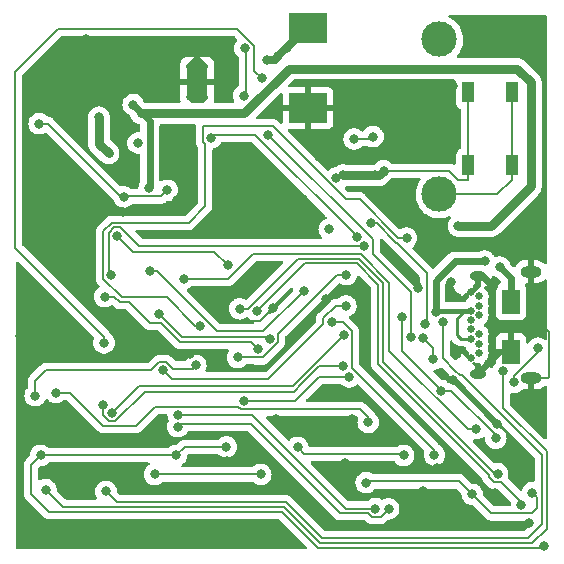
<source format=gbr>
%TF.GenerationSoftware,KiCad,Pcbnew,(6.0.5-0)*%
%TF.CreationDate,2022-06-06T17:24:23+02:00*%
%TF.ProjectId,BlackPanda,426c6163-6b50-4616-9e64-612e6b696361,rev?*%
%TF.SameCoordinates,Original*%
%TF.FileFunction,Copper,L2,Bot*%
%TF.FilePolarity,Positive*%
%FSLAX46Y46*%
G04 Gerber Fmt 4.6, Leading zero omitted, Abs format (unit mm)*
G04 Created by KiCad (PCBNEW (6.0.5-0)) date 2022-06-06 17:24:23*
%MOMM*%
%LPD*%
G01*
G04 APERTURE LIST*
%TA.AperFunction,ComponentPad*%
%ADD10C,0.500000*%
%TD*%
%TA.AperFunction,SMDPad,CuDef*%
%ADD11R,1.800000X3.100000*%
%TD*%
%TA.AperFunction,ComponentPad*%
%ADD12O,1.800000X0.950000*%
%TD*%
%TA.AperFunction,ComponentPad*%
%ADD13O,1.400000X0.800000*%
%TD*%
%TA.AperFunction,ComponentPad*%
%ADD14C,0.650000*%
%TD*%
%TA.AperFunction,ComponentPad*%
%ADD15C,3.000000*%
%TD*%
%TA.AperFunction,SMDPad,CuDef*%
%ADD16R,1.100000X1.800000*%
%TD*%
%TA.AperFunction,SMDPad,CuDef*%
%ADD17R,3.300000X2.500000*%
%TD*%
%TA.AperFunction,SMDPad,CuDef*%
%ADD18R,1.500000X2.120000*%
%TD*%
%TA.AperFunction,ViaPad*%
%ADD19C,0.800000*%
%TD*%
%TA.AperFunction,Conductor*%
%ADD20C,0.200000*%
%TD*%
%TA.AperFunction,Conductor*%
%ADD21C,0.600000*%
%TD*%
%TA.AperFunction,Conductor*%
%ADD22C,0.500000*%
%TD*%
%TA.AperFunction,Conductor*%
%ADD23C,0.400000*%
%TD*%
%TA.AperFunction,Conductor*%
%ADD24C,0.800000*%
%TD*%
%TA.AperFunction,Conductor*%
%ADD25C,0.700000*%
%TD*%
%TA.AperFunction,Conductor*%
%ADD26C,0.250000*%
%TD*%
G04 APERTURE END LIST*
D10*
%TO.P,U5,9,GND*%
%TO.N,GND*%
X187160000Y-66050000D03*
X185860000Y-68650000D03*
X185860000Y-67350000D03*
X185860000Y-66050000D03*
X187160000Y-68650000D03*
X187160000Y-67350000D03*
D11*
X186510000Y-67350000D03*
%TD*%
D12*
%TO.P,P1,31,SHIELD*%
%TO.N,GND*%
X214770000Y-83450000D03*
D13*
%TO.P,P1,32,SHIELD*%
X210260000Y-83810000D03*
%TO.P,P1,33,SHIELD*%
X210260000Y-92070000D03*
D12*
%TO.P,P1,34,SHIELD*%
X214770000Y-92430000D03*
D14*
%TO.P,P1,B1,GND*%
X209660000Y-85140000D03*
%TO.P,P1,B2,TX2+*%
%TO.N,CAN2_H*%
X210360000Y-85540000D03*
%TO.P,P1,B3,TX2-*%
%TO.N,CAN2_L*%
X210360000Y-86340000D03*
%TO.P,P1,B4,VBUS*%
%TO.N,+12V*%
X209660000Y-86740000D03*
%TO.P,P1,B5,VCONN*%
%TO.N,unconnected-(P1-PadB5)*%
X210360000Y-87140000D03*
%TO.P,P1,B6*%
%TO.N,N/C*%
X209660000Y-87540000D03*
%TO.P,P1,B7*%
X209660000Y-88340000D03*
%TO.P,P1,B8,SBU2*%
%TO.N,SBU2*%
X210360000Y-88740000D03*
%TO.P,P1,B9,VBUS*%
%TO.N,+12V*%
X209660000Y-89140000D03*
%TO.P,P1,B10,RX1-*%
%TO.N,CAN3_L*%
X210360000Y-89540000D03*
%TO.P,P1,B11,RX1+*%
%TO.N,CAN3_H*%
X210360000Y-90340000D03*
%TO.P,P1,B12,GND*%
%TO.N,GND*%
X209660000Y-90740000D03*
%TD*%
D15*
%TO.P,J2,5,Shield*%
%TO.N,Net-(J2-Pad5)*%
X207030000Y-63770000D03*
X207030000Y-76910000D03*
%TD*%
D16*
%TO.P,SW1,1,1*%
%TO.N,USB_PWR*%
X209450000Y-74450000D03*
X209450000Y-68250000D03*
%TO.P,SW1,2,2*%
%TO.N,Net-(J2-Pad5)*%
X213150000Y-68250000D03*
X213150000Y-74450000D03*
%TD*%
D17*
%TO.P,D3,1,K*%
%TO.N,Net-(C22-Pad1)*%
X195900000Y-62800000D03*
%TO.P,D3,2,A*%
%TO.N,GND*%
X195900000Y-69600000D03*
%TD*%
D18*
%TO.P,D1,1*%
%TO.N,GND*%
X213100000Y-90215000D03*
%TO.P,D1,2*%
%TO.N,+12V*%
X213100000Y-85985000D03*
%TD*%
D19*
%TO.N,GND*%
X189000000Y-99500000D03*
X208163190Y-92636813D03*
X196825000Y-103950000D03*
X197450000Y-85750000D03*
X191475000Y-78100000D03*
X177450000Y-64775000D03*
X177075000Y-63750000D03*
X173675000Y-89250000D03*
X185150000Y-75950000D03*
X175650000Y-83000000D03*
X196825000Y-73775000D03*
X171650000Y-84000000D03*
X192950000Y-86500000D03*
X198650000Y-67750000D03*
X178080000Y-106200000D03*
X197675000Y-104675000D03*
X211900000Y-96300000D03*
X172400000Y-77150000D03*
X208150000Y-69550000D03*
X176775000Y-100100000D03*
X186900000Y-101775000D03*
X193200000Y-95950000D03*
X208150000Y-73250000D03*
X171550000Y-88900000D03*
X187400000Y-79750000D03*
X194875000Y-88600000D03*
X174350000Y-82800000D03*
X205400000Y-100050000D03*
X215750000Y-96400000D03*
X186850000Y-99400000D03*
X198275000Y-94025000D03*
X208150000Y-67700000D03*
X193450000Y-78100000D03*
X186850000Y-106200000D03*
X196000000Y-96100000D03*
X215150000Y-87400000D03*
X173725000Y-90650000D03*
X180250000Y-78400000D03*
X195500000Y-77250000D03*
X209250000Y-81250000D03*
X205250000Y-84800000D03*
X193350000Y-79800000D03*
X208000000Y-84300000D03*
X184800498Y-77387600D03*
X182900000Y-64000000D03*
X207900000Y-81250000D03*
X173550000Y-86750000D03*
X180970000Y-106200000D03*
X175190000Y-106200000D03*
X212225000Y-102900000D03*
X172300000Y-106200000D03*
X179975000Y-88525000D03*
X200550000Y-87050000D03*
X215700000Y-95600000D03*
X199050000Y-99650000D03*
X194225000Y-97000000D03*
X205675000Y-102050000D03*
X189550000Y-79800000D03*
X172400000Y-75500000D03*
X206300000Y-67600000D03*
X197725000Y-97325000D03*
X175650000Y-96300000D03*
X183860000Y-106200000D03*
X211500000Y-88250000D03*
X211700000Y-102175000D03*
X186705175Y-85355175D03*
X214650000Y-104750000D03*
X199650000Y-95900000D03*
X184950000Y-101775000D03*
X211600000Y-84700000D03*
X186850000Y-104850000D03*
X208150000Y-71400000D03*
X185924500Y-90399500D03*
X191400000Y-79800000D03*
X206800000Y-100050000D03*
X215200000Y-85150000D03*
X203600000Y-82800000D03*
X175700000Y-101750000D03*
X188900000Y-101850000D03*
X182250000Y-64600000D03*
X189675000Y-78100000D03*
X193250000Y-70200000D03*
X200850000Y-88686200D03*
%TO.N,+5V*%
X209805378Y-102300500D03*
X197700000Y-79850000D03*
X205818500Y-87871400D03*
X201250000Y-79350000D03*
X191900000Y-100600000D03*
X214900000Y-102150000D03*
X182917800Y-100612800D03*
X181500000Y-72550000D03*
X200825000Y-101300000D03*
%TO.N,12V_Protected*%
X181100000Y-69300000D03*
X182450000Y-76350000D03*
X208630000Y-79580000D03*
%TO.N,COMP*%
X190549763Y-64525248D03*
X190450000Y-68550000D03*
%TO.N,Net-(C22-Pad1)*%
X193400000Y-65200000D03*
X194105000Y-64505000D03*
X192425000Y-65525000D03*
%TO.N,SBU1*%
X178800000Y-102050000D03*
X207291000Y-87706000D03*
%TO.N,SBU2*%
X173699992Y-101900011D03*
X212399000Y-91874500D03*
%TO.N,CAN0_L*%
X206500000Y-90850000D03*
X205650000Y-89065500D03*
%TO.N,CAN2_H*%
X213344000Y-92821700D03*
X215384000Y-89915600D03*
%TO.N,Net-(J2-Pad2)*%
X199800000Y-72200000D03*
X201400000Y-72000000D03*
%TO.N,+12V*%
X212150000Y-83050000D03*
X210850000Y-82550000D03*
X206700000Y-86900000D03*
%TO.N,relay_SBU2*%
X186399500Y-91376530D03*
X172800500Y-93950000D03*
%TO.N,USB_LOAD*%
X179254500Y-83763700D03*
X200672844Y-81303210D03*
%TO.N,BOOT0*%
X186725008Y-88024992D03*
X204250000Y-80600000D03*
%TO.N,GPS_BOOT*%
X204000000Y-99000000D03*
X195025000Y-98325000D03*
X191688100Y-90009700D03*
X178674400Y-85550000D03*
%TO.N,GPS_TIMEPULSE*%
X201000000Y-96200000D03*
X174550000Y-93675000D03*
%TO.N,GPS_RESET*%
X183305900Y-87059500D03*
X192663300Y-89125200D03*
%TO.N,GPS_TX*%
X184903000Y-95565500D03*
X201600000Y-103499500D03*
%TO.N,GPS_RX*%
X202730378Y-103519622D03*
X184880000Y-96564800D03*
%TO.N,CAN2_EN*%
X185367700Y-84044700D03*
X210087500Y-96735700D03*
%TO.N,CAN3_EN*%
X197907400Y-87686100D03*
X182500500Y-83400000D03*
X195533400Y-85060500D03*
X206600000Y-98950000D03*
%TO.N,CAN1_EN*%
X189120000Y-82919600D03*
X179764000Y-80440500D03*
%TO.N,CAN0_EN*%
X178628249Y-89482978D03*
X192514400Y-71860700D03*
X204580300Y-88933700D03*
X191990500Y-67068000D03*
%TO.N,CAN0_RX*%
X198881000Y-91464500D03*
X178515000Y-94771900D03*
%TO.N,CAN0_TX*%
X198911000Y-88804400D03*
X179306000Y-95381900D03*
%TO.N,CAN1_RX*%
X183598000Y-91791100D03*
X199111000Y-86332600D03*
%TO.N,CAN1_TX*%
X199150000Y-83700000D03*
X189938471Y-90691815D03*
%TO.N,CAN2_RX*%
X213958091Y-103195757D03*
X191600000Y-86800000D03*
%TO.N,CAN2_TX*%
X211950000Y-100550000D03*
X190119000Y-86585400D03*
%TO.N,USB_PWR*%
X201600000Y-75300000D03*
X198300000Y-75500000D03*
X198855000Y-75255400D03*
X202300000Y-74900000D03*
%TO.N,CS*%
X200015000Y-80470800D03*
X187715700Y-72100008D03*
%TO.N,+3V3*%
X188980000Y-98273900D03*
X207180872Y-93519128D03*
X184000000Y-76550000D03*
X184750000Y-99000000D03*
X211800000Y-97550000D03*
X173259900Y-98989300D03*
X180310900Y-77110900D03*
X215900000Y-106650000D03*
X199387937Y-92355281D03*
X203865500Y-87286400D03*
X173135646Y-70916086D03*
X190481900Y-94382800D03*
%TO.N,Net-(D11-Pad1)*%
X178200000Y-70350000D03*
X179025000Y-73425000D03*
%TD*%
D20*
%TO.N,GND*%
X216260480Y-92430000D02*
X214770000Y-92430000D01*
X191850000Y-87600000D02*
X188900000Y-87600000D01*
X215150000Y-87400000D02*
X216330480Y-88580480D01*
D21*
X210710000Y-83810000D02*
X211600000Y-84700000D01*
D20*
X216330480Y-92360000D02*
X216260480Y-92430000D01*
D22*
X205250000Y-84450000D02*
X203600000Y-82800000D01*
X205250000Y-84800000D02*
X205250000Y-84450000D01*
D20*
X187450000Y-79800000D02*
X187400000Y-79750000D01*
X188900000Y-87600000D02*
X186700000Y-85400000D01*
X210260000Y-83810000D02*
X210710000Y-83810000D01*
D23*
X210260000Y-84540000D02*
X210260000Y-83810000D01*
D20*
X208163190Y-92636813D02*
X208236813Y-92636813D01*
D22*
X208236813Y-92636813D02*
X211900000Y-96300000D01*
D24*
X189550000Y-79800000D02*
X187450000Y-79800000D01*
D20*
X192950000Y-86500000D02*
X191850000Y-87600000D01*
D22*
X212115000Y-90215000D02*
X213100000Y-90215000D01*
D23*
X209660000Y-85140000D02*
X210260000Y-84540000D01*
D22*
X210260000Y-92070000D02*
X212115000Y-90215000D01*
D20*
X216330480Y-88580480D02*
X216330480Y-92360000D01*
%TO.N,+5V*%
X201729794Y-79350000D02*
X201250000Y-79350000D01*
X215299600Y-102549600D02*
X214900000Y-102150000D01*
X191900000Y-100600000D02*
X191887200Y-100612800D01*
X203399520Y-80999520D02*
X203379313Y-80999519D01*
X214848089Y-103909011D02*
X215299600Y-103457500D01*
X205818500Y-87871400D02*
X205950000Y-87739900D01*
X211413889Y-103909011D02*
X214848089Y-103909011D01*
X215299600Y-103457500D02*
X215299600Y-102549600D01*
X205950000Y-87739900D02*
X205950000Y-83550000D01*
X200825000Y-101300000D02*
X200925000Y-101200000D01*
X203379313Y-80999519D02*
X201729794Y-79350000D01*
X200925000Y-101200000D02*
X208704878Y-101200000D01*
X208704878Y-101200000D02*
X209805378Y-102300500D01*
X205950000Y-83550000D02*
X203399520Y-80999520D01*
X191887200Y-100612800D02*
X182917800Y-100612800D01*
X209805378Y-102300500D02*
X211413889Y-103909011D01*
%TO.N,12V_Protected*%
X182450000Y-76350000D02*
X182500000Y-76300000D01*
D24*
X208630000Y-79580000D02*
X211420000Y-79580000D01*
D21*
X182500000Y-70700000D02*
X182500000Y-76300000D01*
D24*
X214770000Y-76230000D02*
X214770000Y-67420000D01*
D23*
X181744000Y-70050000D02*
X181100000Y-69405800D01*
X181100000Y-69405800D02*
X181100000Y-69300000D01*
D24*
X214770000Y-67420000D02*
X213600000Y-66250000D01*
D21*
X181100000Y-69300000D02*
X181850000Y-70050000D01*
D24*
X194300000Y-66250000D02*
X190500000Y-70050000D01*
D21*
X181850000Y-70050000D02*
X182500000Y-70700000D01*
D24*
X181850000Y-70050000D02*
X181744000Y-70050000D01*
X190500000Y-70050000D02*
X181850000Y-70050000D01*
X213600000Y-66250000D02*
X194300000Y-66250000D01*
X211420000Y-79580000D02*
X214770000Y-76230000D01*
D20*
%TO.N,COMP*%
X190650000Y-68350000D02*
X190450000Y-68550000D01*
X190650000Y-64625485D02*
X190650000Y-68350000D01*
X190549763Y-64525248D02*
X190650000Y-64625485D01*
D25*
%TO.N,Net-(C22-Pad1)*%
X195800000Y-62800000D02*
X195900000Y-62800000D01*
X192425000Y-65525000D02*
X193075000Y-65525000D01*
X193075000Y-65525000D02*
X193400000Y-65200000D01*
X193400000Y-65200000D02*
X195800000Y-62800000D01*
D20*
%TO.N,SBU1*%
X194015000Y-102950000D02*
X197065000Y-106000000D01*
X214500000Y-106000000D02*
X215700000Y-104800000D01*
X208964521Y-92214521D02*
X208730221Y-92214521D01*
X215700000Y-104800000D02*
X215700000Y-98950000D01*
X179699000Y-102949000D02*
X189249000Y-102949000D01*
X197065000Y-106000000D02*
X214500000Y-106000000D01*
X208335000Y-91819300D02*
X207291000Y-90775000D01*
X189250000Y-102950000D02*
X194015000Y-102950000D01*
X208730221Y-92214521D02*
X208335000Y-91819300D01*
X207291000Y-90775000D02*
X207291000Y-87706000D01*
X215700000Y-98950000D02*
X208964521Y-92214521D01*
X189249000Y-102949000D02*
X189250000Y-102950000D01*
X178800000Y-102050000D02*
X179699000Y-102949000D01*
%TO.N,SBU2*%
X212399000Y-94949000D02*
X216100000Y-98650000D01*
X188299000Y-103349000D02*
X188300000Y-103350000D01*
X193850000Y-103350000D02*
X196900000Y-106400000D01*
X188300000Y-103350000D02*
X193850000Y-103350000D01*
X214900000Y-106400000D02*
X216100000Y-105200000D01*
X175148981Y-103349000D02*
X188299000Y-103349000D01*
X196900000Y-106400000D02*
X214900000Y-106400000D01*
X173699992Y-101900011D02*
X175148981Y-103349000D01*
X216100000Y-105200000D02*
X216100000Y-99450500D01*
X212399000Y-91874500D02*
X212399000Y-94949000D01*
X216100000Y-98650000D02*
X216100000Y-99450000D01*
%TO.N,CAN0_L*%
X206500000Y-89915500D02*
X205650000Y-89065500D01*
X206500000Y-90850000D02*
X206500000Y-89915500D01*
%TO.N,CAN2_H*%
X213344000Y-92306000D02*
X213344000Y-92821700D01*
X215384000Y-89915600D02*
X215384000Y-90266000D01*
X215384000Y-90266000D02*
X213344000Y-92306000D01*
%TO.N,Net-(J2-Pad2)*%
X199800000Y-72200000D02*
X201200000Y-72200000D01*
X201200000Y-72200000D02*
X201400000Y-72000000D01*
D26*
%TO.N,+12V*%
X209200000Y-86740000D02*
X209660000Y-86740000D01*
X208550000Y-88800000D02*
X208890000Y-89140000D01*
D21*
X212150000Y-83050000D02*
X213100000Y-84000000D01*
D23*
X206700000Y-86900000D02*
X206860000Y-86740000D01*
D21*
X213100000Y-84000000D02*
X213100000Y-85985000D01*
X206700000Y-86900000D02*
X206700000Y-84200000D01*
D23*
X206860000Y-86740000D02*
X209200000Y-86740000D01*
D21*
X206700000Y-84200000D02*
X208350000Y-82550000D01*
D26*
X209200000Y-86740000D02*
X208550000Y-87390400D01*
D21*
X208350000Y-82550000D02*
X210850000Y-82550000D01*
D26*
X208890000Y-89140000D02*
X209660000Y-89140000D01*
D23*
X209200000Y-86740000D02*
X209660000Y-86740000D01*
D26*
X208550000Y-87390400D02*
X208550000Y-88800000D01*
D20*
%TO.N,relay_SBU2*%
X184446159Y-91650000D02*
X183887748Y-91091589D01*
X183308252Y-91091589D02*
X182599841Y-91800000D01*
X173696100Y-91800000D02*
X172800500Y-92695600D01*
X186399500Y-91376530D02*
X186126030Y-91650000D01*
X172800500Y-92695600D02*
X172800500Y-93950000D01*
X182599841Y-91800000D02*
X173696100Y-91800000D01*
X186126030Y-91650000D02*
X184446159Y-91650000D01*
X183887748Y-91091589D02*
X183308252Y-91091589D01*
%TO.N,USB_LOAD*%
X179037800Y-83547000D02*
X179254500Y-83763700D01*
X179495700Y-79700800D02*
X179037800Y-80158700D01*
X200671754Y-81304300D02*
X181628100Y-81304300D01*
X180024600Y-79700800D02*
X179495700Y-79700800D01*
X181628100Y-81304300D02*
X180024600Y-79700800D01*
X179037800Y-80158700D02*
X179037800Y-83547000D01*
X200672844Y-81303210D02*
X200671754Y-81304300D01*
%TO.N,BOOT0*%
X192919200Y-71139400D02*
X187016200Y-71139400D01*
X183963600Y-85628300D02*
X186360292Y-88024992D01*
X187016200Y-72455459D02*
X187200000Y-72639259D01*
X180123000Y-85628300D02*
X183963600Y-85628300D01*
X187016200Y-71139400D02*
X187016200Y-72455459D01*
X178548300Y-84053600D02*
X180123000Y-85628300D01*
X199104800Y-77325000D02*
X192919200Y-71139400D01*
X179266700Y-79300000D02*
X178548300Y-80018400D01*
X204250000Y-80600000D02*
X203544800Y-80600000D01*
X178548300Y-80018400D02*
X178548300Y-84053600D01*
X200269800Y-77325000D02*
X199104800Y-77325000D01*
X187200000Y-72639259D02*
X187200000Y-77900000D01*
X203544800Y-80600000D02*
X200269800Y-77325000D01*
X187200000Y-77900000D02*
X185800000Y-79300000D01*
X186360292Y-88024992D02*
X186725008Y-88024992D01*
X185800000Y-79300000D02*
X179266700Y-79300000D01*
%TO.N,GPS_BOOT*%
X179957514Y-86027820D02*
X180777820Y-86027820D01*
X191077920Y-89399520D02*
X191688100Y-90009700D01*
X178674400Y-85550000D02*
X179479694Y-85550000D01*
X203873900Y-98873900D02*
X195573900Y-98873900D01*
X183440405Y-87759011D02*
X185080914Y-89399520D01*
X182509011Y-87759011D02*
X183440405Y-87759011D01*
X185080914Y-89399520D02*
X191077920Y-89399520D01*
X179479694Y-85550000D02*
X179957514Y-86027820D01*
X180777820Y-86027820D02*
X182509011Y-87759011D01*
X195573900Y-98873900D02*
X195025000Y-98325000D01*
X204000000Y-99000000D02*
X203873900Y-98873900D01*
%TO.N,GPS_TIMEPULSE*%
X182971800Y-94865100D02*
X189973900Y-94865100D01*
X189973900Y-94865100D02*
X190191900Y-95083100D01*
X175739400Y-93675000D02*
X178582000Y-96517600D01*
X174550000Y-93675000D02*
X175739400Y-93675000D01*
X200344000Y-95083100D02*
X201000000Y-95739100D01*
X181319300Y-96517600D02*
X182971800Y-94865100D01*
X178582000Y-96517600D02*
X181319300Y-96517600D01*
X190191900Y-95083100D02*
X200344000Y-95083100D01*
X201000000Y-95739100D02*
X201000000Y-96200000D01*
%TO.N,GPS_RESET*%
X192538100Y-89000000D02*
X192663300Y-89125200D01*
X185246400Y-89000000D02*
X192538100Y-89000000D01*
X183305900Y-87059500D02*
X185246400Y-89000000D01*
%TO.N,GPS_TX*%
X201600000Y-103499500D02*
X199099500Y-103499500D01*
X199099500Y-103499500D02*
X191165500Y-95565500D01*
X191165500Y-95565500D02*
X184903000Y-95565500D01*
%TO.N,GPS_RX*%
X191050000Y-96325000D02*
X185119800Y-96325000D01*
X202050989Y-104199011D02*
X201310252Y-104199011D01*
X185119800Y-96325000D02*
X184880000Y-96564800D01*
X202730378Y-103519622D02*
X202050989Y-104199011D01*
X201010261Y-103899020D02*
X198624020Y-103899020D01*
X201310252Y-104199011D02*
X201010261Y-103899020D01*
X198624020Y-103899020D02*
X191050000Y-96325000D01*
%TO.N,CAN2_EN*%
X209408200Y-96735700D02*
X202799300Y-90126800D01*
X191279800Y-81929800D02*
X189164900Y-84044700D01*
X202799300Y-84367200D02*
X200361900Y-81929800D01*
X210087500Y-96735700D02*
X209408200Y-96735700D01*
X200361900Y-81929800D02*
X191279800Y-81929800D01*
X189164900Y-84044700D02*
X185367700Y-84044700D01*
X202799300Y-90126800D02*
X202799300Y-84367200D01*
%TO.N,CAN3_EN*%
X183089259Y-83400000D02*
X188189259Y-88500000D01*
X188189259Y-88500000D02*
X192093900Y-88500000D01*
X198826500Y-87686100D02*
X197907400Y-87686100D01*
X182500500Y-83400000D02*
X183089259Y-83400000D01*
X199623200Y-88482800D02*
X198826500Y-87686100D01*
X199623200Y-91601300D02*
X199623200Y-88482800D01*
X192093900Y-88500000D02*
X195533400Y-85060500D01*
X206600000Y-98950000D02*
X206600000Y-98578100D01*
X206600000Y-98578100D02*
X199623200Y-91601300D01*
%TO.N,CAN1_EN*%
X179764000Y-80440500D02*
X181073000Y-81750000D01*
X187950000Y-81750000D02*
X189120000Y-82919600D01*
X181073000Y-81750000D02*
X187950000Y-81750000D01*
%TO.N,CAN0_EN*%
X189913759Y-62900000D02*
X191349511Y-64335752D01*
X191349511Y-66427011D02*
X191990500Y-67068000D01*
X178628249Y-89482978D02*
X178628249Y-88971449D01*
X192514400Y-71860700D02*
X201372355Y-80718655D01*
X178628249Y-88971449D02*
X171060000Y-81403200D01*
X201372355Y-80718655D02*
X201372355Y-81972355D01*
X171060000Y-66540000D02*
X174700000Y-62900000D01*
X174700000Y-62900000D02*
X189913759Y-62900000D01*
X171060000Y-81403200D02*
X171060000Y-66540000D01*
X201372355Y-81972355D02*
X204580300Y-85180300D01*
X204580300Y-85180300D02*
X204580300Y-88933700D01*
X191349511Y-64335752D02*
X191349511Y-66427011D01*
%TO.N,CAN0_RX*%
X198881000Y-91464500D02*
X196816036Y-91464500D01*
X178515000Y-95580159D02*
X178515000Y-94771900D01*
X194680613Y-93600000D02*
X182077700Y-93600000D01*
X195390498Y-92890115D02*
X194680613Y-93600000D01*
X179596289Y-96081411D02*
X179016252Y-96081411D01*
X182077700Y-93600000D02*
X179596289Y-96081411D01*
X196816036Y-91464500D02*
X195390498Y-92890115D01*
X179016252Y-96081411D02*
X178515000Y-95580159D01*
%TO.N,CAN0_TX*%
X194615400Y-93100000D02*
X181587900Y-93100000D01*
X198911000Y-88804400D02*
X194615400Y-93100000D01*
X181587900Y-93100000D02*
X179306000Y-95381900D01*
%TO.N,CAN1_RX*%
X197207889Y-87396352D02*
X198271641Y-86332600D01*
X198271641Y-86332600D02*
X199111000Y-86332600D01*
X192550000Y-92550000D02*
X197207889Y-87892111D01*
X197207889Y-87892111D02*
X197207889Y-87396352D01*
X184356900Y-92550000D02*
X192550000Y-92550000D01*
X183598000Y-91791100D02*
X184356900Y-92550000D01*
%TO.N,CAN1_TX*%
X189938471Y-90691815D02*
X191380956Y-90691815D01*
X191380956Y-90691815D02*
X191398352Y-90709211D01*
X191398352Y-90709211D02*
X192068548Y-90709211D01*
X198350000Y-83700000D02*
X199150000Y-83700000D01*
X192068548Y-90709211D02*
X193362811Y-89414948D01*
X193362811Y-89414948D02*
X193362811Y-88687189D01*
X193362811Y-88687189D02*
X198350000Y-83700000D01*
%TO.N,CAN2_RX*%
X201850000Y-91265006D02*
X201850000Y-84550000D01*
X200049500Y-82749500D02*
X195650500Y-82749500D01*
X201850000Y-84550000D02*
X200049500Y-82749500D01*
X213958091Y-102968091D02*
X212239511Y-101249511D01*
X212239511Y-101249511D02*
X211660252Y-101249511D01*
X211250489Y-100665495D02*
X201850000Y-91265006D01*
X211250489Y-100839748D02*
X211250489Y-100665495D01*
X195650500Y-82749500D02*
X191600000Y-86800000D01*
X211660252Y-101249511D02*
X211250489Y-100839748D01*
X213958091Y-103195757D02*
X213958091Y-102968091D01*
%TO.N,CAN2_TX*%
X202250000Y-84385000D02*
X202250000Y-91100000D01*
X190800000Y-86585400D02*
X195035000Y-82350000D01*
X190119000Y-86585400D02*
X190800000Y-86585400D01*
X211700000Y-100550000D02*
X211950000Y-100550000D01*
X200215000Y-82350000D02*
X202250000Y-84385000D01*
X202250000Y-91100000D02*
X211700000Y-100550000D01*
X195035000Y-82350000D02*
X200215000Y-82350000D01*
%TO.N,USB_PWR*%
X209450000Y-74879900D02*
X209450000Y-75650300D01*
D24*
X201600000Y-75300000D02*
X201900000Y-75300000D01*
D20*
X209450000Y-74879900D02*
X209450000Y-74450000D01*
D24*
X198855000Y-75255400D02*
X198900000Y-75300000D01*
D20*
X209450000Y-74450000D02*
X209450000Y-68250000D01*
X202300000Y-74900000D02*
X207849400Y-74900000D01*
D24*
X201900000Y-75300000D02*
X202300000Y-74900000D01*
X198900000Y-75300000D02*
X201600000Y-75300000D01*
D20*
X208599700Y-75650300D02*
X209450000Y-75650300D01*
X207849400Y-74900000D02*
X208599700Y-75650300D01*
%TO.N,CS*%
X187715700Y-72100008D02*
X187965708Y-71850000D01*
X200015000Y-80464500D02*
X200015000Y-80470800D01*
X191400000Y-71850000D02*
X200015000Y-80464500D01*
X187965708Y-71850000D02*
X191400000Y-71850000D01*
%TO.N,+3V3*%
X173997600Y-103800000D02*
X172468100Y-102270500D01*
X196819719Y-92355281D02*
X194792200Y-94382800D01*
X215900000Y-106650000D02*
X215750480Y-106799520D01*
X172468100Y-102270500D02*
X172468100Y-99781100D01*
X183476200Y-77073800D02*
X184000000Y-76550000D01*
X184750000Y-99000000D02*
X184739300Y-98989300D01*
X211800000Y-97300000D02*
X211800000Y-97550000D01*
X193734994Y-103800000D02*
X173997600Y-103800000D01*
X208019128Y-93519128D02*
X211800000Y-97300000D01*
X207180872Y-93519128D02*
X208019128Y-93519128D01*
X196734514Y-106799520D02*
X193734994Y-103800000D01*
X173135646Y-70916086D02*
X173866086Y-70916086D01*
X203865500Y-90156600D02*
X203865500Y-87286400D01*
X180023800Y-77073800D02*
X183476200Y-77073800D01*
X172468100Y-99781100D02*
X173259900Y-98989300D01*
X184750000Y-99000000D02*
X185476100Y-98273900D01*
X194792200Y-94382800D02*
X190481900Y-94382800D01*
X215750480Y-106799520D02*
X196734514Y-106799520D01*
X207180872Y-93471972D02*
X203865500Y-90156600D01*
X207180872Y-93519128D02*
X207180872Y-93471972D01*
X173866086Y-70916086D02*
X180023800Y-77073800D01*
X185476100Y-98273900D02*
X188980000Y-98273900D01*
X199387937Y-92355281D02*
X196819719Y-92355281D01*
X184739300Y-98989300D02*
X173259900Y-98989300D01*
D24*
%TO.N,Net-(D11-Pad1)*%
X179025000Y-73425000D02*
X178200000Y-72600000D01*
X178200000Y-72600000D02*
X178200000Y-70350000D01*
D20*
%TO.N,Net-(J2-Pad5)*%
X213150000Y-75650300D02*
X211890300Y-76910000D01*
X213150000Y-68250000D02*
X213150000Y-74450000D01*
X211890300Y-76910000D02*
X207030000Y-76910000D01*
X213150000Y-74450000D02*
X213150000Y-75650300D01*
%TD*%
%TA.AperFunction,Conductor*%
%TO.N,GND*%
G36*
X189677641Y-63528502D02*
G01*
X189698615Y-63545405D01*
X189882902Y-63729692D01*
X189916928Y-63792004D01*
X189911863Y-63862819D01*
X189887445Y-63903096D01*
X189810723Y-63988304D01*
X189715236Y-64153692D01*
X189656221Y-64335320D01*
X189655531Y-64341881D01*
X189655531Y-64341883D01*
X189639414Y-64495229D01*
X189636259Y-64525248D01*
X189636949Y-64531813D01*
X189650444Y-64660207D01*
X189656221Y-64715176D01*
X189715236Y-64896804D01*
X189810723Y-65062192D01*
X189938510Y-65204114D01*
X189981257Y-65235172D01*
X189989561Y-65241205D01*
X190032915Y-65297428D01*
X190041500Y-65343141D01*
X190041500Y-67659625D01*
X190021498Y-67727746D01*
X189989561Y-67761561D01*
X189853912Y-67860116D01*
X189838747Y-67871134D01*
X189834326Y-67876044D01*
X189834325Y-67876045D01*
X189716695Y-68006687D01*
X189710960Y-68013056D01*
X189615473Y-68178444D01*
X189556458Y-68360072D01*
X189555768Y-68366633D01*
X189555768Y-68366635D01*
X189548699Y-68433891D01*
X189536496Y-68550000D01*
X189537186Y-68556565D01*
X189551693Y-68694588D01*
X189556458Y-68739928D01*
X189615473Y-68921556D01*
X189618777Y-68927278D01*
X189618778Y-68927281D01*
X189633338Y-68952499D01*
X189650077Y-69021494D01*
X189626857Y-69088586D01*
X189571051Y-69132474D01*
X189524220Y-69141500D01*
X188037418Y-69141500D01*
X187969297Y-69121498D01*
X187922804Y-69067842D01*
X187912155Y-69001892D01*
X187917631Y-68951486D01*
X187918000Y-68944672D01*
X187918000Y-68712124D01*
X187919226Y-68694588D01*
X187921948Y-68675222D01*
X187922554Y-68667338D01*
X187922741Y-68653962D01*
X187922354Y-68646062D01*
X187918785Y-68614241D01*
X187918000Y-68600196D01*
X187918000Y-67622115D01*
X187913525Y-67606876D01*
X187912135Y-67605671D01*
X187904452Y-67604000D01*
X187277668Y-67604000D01*
X187252023Y-67611530D01*
X186863553Y-68000000D01*
X186860690Y-67997137D01*
X186859924Y-67997903D01*
X186862685Y-68000868D01*
X186863553Y-68000000D01*
X187424458Y-68560905D01*
X187458484Y-68623217D01*
X187453419Y-68694032D01*
X187424458Y-68739095D01*
X187058958Y-69104595D01*
X186996646Y-69138621D01*
X186969863Y-69141500D01*
X186619137Y-69141500D01*
X186551016Y-69121498D01*
X186508909Y-69072904D01*
X186476372Y-69116368D01*
X186409852Y-69141179D01*
X186400863Y-69141500D01*
X186050137Y-69141500D01*
X185982016Y-69121498D01*
X185961042Y-69104595D01*
X185595542Y-68739095D01*
X185561516Y-68676783D01*
X185563351Y-68651132D01*
X186218751Y-68651132D01*
X186218882Y-68652965D01*
X186223133Y-68659580D01*
X186489958Y-68926405D01*
X186510086Y-68963265D01*
X186523913Y-68932988D01*
X186530042Y-68926405D01*
X186793635Y-68662812D01*
X186801249Y-68648868D01*
X186801118Y-68647035D01*
X186796867Y-68640420D01*
X186510000Y-68353553D01*
X186512863Y-68350690D01*
X186512097Y-68349924D01*
X186509132Y-68352685D01*
X186510000Y-68353553D01*
X186226365Y-68637188D01*
X186218751Y-68651132D01*
X185563351Y-68651132D01*
X185566581Y-68605968D01*
X185595542Y-68560905D01*
X186156447Y-68000000D01*
X186159310Y-68002863D01*
X186160076Y-68002097D01*
X186157315Y-67999132D01*
X186156447Y-68000000D01*
X186154350Y-67997903D01*
X186334913Y-67997903D01*
X186337674Y-68000868D01*
X186338542Y-68000000D01*
X186510000Y-68171458D01*
X186507137Y-68174321D01*
X186507903Y-68175087D01*
X186510868Y-68172326D01*
X186510000Y-68171458D01*
X186681458Y-68000000D01*
X186684321Y-68002863D01*
X186685087Y-68002097D01*
X186682326Y-67999132D01*
X186681458Y-68000000D01*
X186510000Y-67828542D01*
X186512863Y-67825679D01*
X186512097Y-67824913D01*
X186509132Y-67827674D01*
X186510000Y-67828542D01*
X186338542Y-68000000D01*
X186335679Y-67997137D01*
X186334913Y-67997903D01*
X186154350Y-67997903D01*
X185773259Y-67616812D01*
X185755725Y-67607237D01*
X186474643Y-67607237D01*
X186477881Y-67614328D01*
X186510000Y-67646447D01*
X186507137Y-67649310D01*
X186507903Y-67650076D01*
X186510868Y-67647315D01*
X186510000Y-67646447D01*
X186539635Y-67616812D01*
X186545144Y-67606723D01*
X186537843Y-67604000D01*
X186485668Y-67604000D01*
X186474643Y-67607237D01*
X185755725Y-67607237D01*
X185749797Y-67604000D01*
X185120116Y-67604000D01*
X185104877Y-67608475D01*
X185103672Y-67609865D01*
X185102001Y-67617548D01*
X185102001Y-68594040D01*
X185101007Y-68609833D01*
X185098162Y-68632356D01*
X185097966Y-68646362D01*
X185101400Y-68681388D01*
X185102001Y-68693684D01*
X185102001Y-68944669D01*
X185102371Y-68951491D01*
X185107845Y-69001895D01*
X185095316Y-69071777D01*
X185046994Y-69123792D01*
X184982582Y-69141500D01*
X182137082Y-69141500D01*
X182068961Y-69121498D01*
X182047986Y-69104595D01*
X181986091Y-69042699D01*
X181955354Y-68992541D01*
X181936568Y-68934726D01*
X181934527Y-68928444D01*
X181839040Y-68763056D01*
X181818216Y-68739928D01*
X181715675Y-68626045D01*
X181715674Y-68626044D01*
X181711253Y-68621134D01*
X181556752Y-68508882D01*
X181550724Y-68506198D01*
X181550722Y-68506197D01*
X181388319Y-68433891D01*
X181388318Y-68433891D01*
X181382288Y-68431206D01*
X181288887Y-68411353D01*
X181201944Y-68392872D01*
X181201939Y-68392872D01*
X181195487Y-68391500D01*
X181004513Y-68391500D01*
X180998061Y-68392872D01*
X180998056Y-68392872D01*
X180911113Y-68411353D01*
X180817712Y-68431206D01*
X180811682Y-68433891D01*
X180811681Y-68433891D01*
X180649278Y-68506197D01*
X180649276Y-68506198D01*
X180643248Y-68508882D01*
X180488747Y-68621134D01*
X180484326Y-68626044D01*
X180484325Y-68626045D01*
X180381785Y-68739928D01*
X180360960Y-68763056D01*
X180265473Y-68928444D01*
X180206458Y-69110072D01*
X180205768Y-69116633D01*
X180205768Y-69116635D01*
X180197202Y-69198134D01*
X180186496Y-69300000D01*
X180206458Y-69489928D01*
X180265473Y-69671556D01*
X180360960Y-69836944D01*
X180365378Y-69841851D01*
X180365379Y-69841852D01*
X180381598Y-69859865D01*
X180488747Y-69978866D01*
X180643248Y-70091118D01*
X180649276Y-70093802D01*
X180649278Y-70093803D01*
X180713246Y-70122283D01*
X180784022Y-70153794D01*
X180784181Y-70153865D01*
X180838276Y-70199845D01*
X180856178Y-70242775D01*
X180873831Y-70325822D01*
X180873833Y-70325827D01*
X180875206Y-70332288D01*
X180877891Y-70338318D01*
X180877891Y-70338319D01*
X180931004Y-70457612D01*
X180952882Y-70506752D01*
X180956762Y-70512093D01*
X180956763Y-70512094D01*
X180981806Y-70546562D01*
X181065134Y-70661253D01*
X181070044Y-70665674D01*
X181070045Y-70665675D01*
X181149621Y-70737325D01*
X181207056Y-70789040D01*
X181372444Y-70884527D01*
X181378729Y-70886569D01*
X181547793Y-70941502D01*
X181547795Y-70941502D01*
X181554072Y-70943542D01*
X181560637Y-70944232D01*
X181561188Y-70944290D01*
X181561486Y-70944413D01*
X181567100Y-70945606D01*
X181566882Y-70946633D01*
X181626845Y-70971303D01*
X181637113Y-70980505D01*
X181654595Y-70997987D01*
X181688621Y-71060299D01*
X181691500Y-71087082D01*
X181691500Y-71515500D01*
X181671498Y-71583621D01*
X181617842Y-71630114D01*
X181565500Y-71641500D01*
X181404513Y-71641500D01*
X181398061Y-71642872D01*
X181398056Y-71642872D01*
X181314439Y-71660646D01*
X181217712Y-71681206D01*
X181211682Y-71683891D01*
X181211681Y-71683891D01*
X181049278Y-71756197D01*
X181049276Y-71756198D01*
X181043248Y-71758882D01*
X181037907Y-71762762D01*
X181037906Y-71762763D01*
X180987843Y-71799136D01*
X180888747Y-71871134D01*
X180884326Y-71876044D01*
X180884325Y-71876045D01*
X180766805Y-72006565D01*
X180760960Y-72013056D01*
X180665473Y-72178444D01*
X180606458Y-72360072D01*
X180605768Y-72366633D01*
X180605768Y-72366635D01*
X180592234Y-72495402D01*
X180586496Y-72550000D01*
X180587186Y-72556565D01*
X180605629Y-72732036D01*
X180606458Y-72739928D01*
X180665473Y-72921556D01*
X180668776Y-72927278D01*
X180668777Y-72927279D01*
X180693543Y-72970174D01*
X180760960Y-73086944D01*
X180765378Y-73091851D01*
X180765379Y-73091852D01*
X180868318Y-73206177D01*
X180888747Y-73228866D01*
X181043248Y-73341118D01*
X181049276Y-73343802D01*
X181049278Y-73343803D01*
X181211681Y-73416109D01*
X181217712Y-73418794D01*
X181311112Y-73438647D01*
X181398056Y-73457128D01*
X181398061Y-73457128D01*
X181404513Y-73458500D01*
X181565500Y-73458500D01*
X181633621Y-73478502D01*
X181680114Y-73532158D01*
X181691500Y-73584500D01*
X181691500Y-75813001D01*
X181674619Y-75876000D01*
X181669520Y-75884832D01*
X181627845Y-75957016D01*
X181615473Y-75978444D01*
X181556458Y-76160072D01*
X181555768Y-76166633D01*
X181555768Y-76166635D01*
X181543696Y-76281498D01*
X181536496Y-76350000D01*
X181534118Y-76349750D01*
X181517184Y-76407421D01*
X181463528Y-76453914D01*
X181411186Y-76465300D01*
X181006434Y-76465300D01*
X180938313Y-76445298D01*
X180924819Y-76434994D01*
X180922153Y-76432034D01*
X180888277Y-76407421D01*
X180772994Y-76323663D01*
X180772993Y-76323662D01*
X180767652Y-76319782D01*
X180761624Y-76317098D01*
X180761622Y-76317097D01*
X180599219Y-76244791D01*
X180599218Y-76244791D01*
X180593188Y-76242106D01*
X180499787Y-76222253D01*
X180412844Y-76203772D01*
X180412839Y-76203772D01*
X180406387Y-76202400D01*
X180215413Y-76202400D01*
X180208960Y-76203772D01*
X180208947Y-76203773D01*
X180115357Y-76223667D01*
X180044567Y-76218266D01*
X180000065Y-76189516D01*
X174330401Y-70519852D01*
X174319534Y-70507461D01*
X174305099Y-70488649D01*
X174300073Y-70482099D01*
X174268161Y-70457612D01*
X174268158Y-70457609D01*
X174203349Y-70407879D01*
X174179515Y-70389590D01*
X174179513Y-70389589D01*
X174172962Y-70384562D01*
X174089522Y-70350000D01*
X177286496Y-70350000D01*
X177287186Y-70356565D01*
X177290810Y-70391045D01*
X177291500Y-70404216D01*
X177291500Y-72518583D01*
X177289949Y-72538292D01*
X177287748Y-72552190D01*
X177288093Y-72558777D01*
X177288093Y-72558782D01*
X177291327Y-72620480D01*
X177291500Y-72627074D01*
X177291500Y-72647610D01*
X177291844Y-72650882D01*
X177291844Y-72650884D01*
X177293647Y-72668042D01*
X177294164Y-72674616D01*
X177296806Y-72725019D01*
X177297743Y-72742903D01*
X177299453Y-72749284D01*
X177299453Y-72749286D01*
X177301383Y-72756491D01*
X177304985Y-72775925D01*
X177305766Y-72783354D01*
X177305768Y-72783363D01*
X177306458Y-72789928D01*
X177327600Y-72854997D01*
X177329467Y-72861299D01*
X177347171Y-72927370D01*
X177350467Y-72933838D01*
X177353559Y-72939907D01*
X177361125Y-72958173D01*
X177365473Y-72971556D01*
X177368776Y-72977278D01*
X177368777Y-72977279D01*
X177399667Y-73030782D01*
X177402814Y-73036577D01*
X177433871Y-73097530D01*
X177438024Y-73102658D01*
X177438025Y-73102660D01*
X177442727Y-73108466D01*
X177453927Y-73124763D01*
X177457657Y-73131224D01*
X177457660Y-73131228D01*
X177460960Y-73136944D01*
X177465377Y-73141850D01*
X177465381Y-73141855D01*
X177506722Y-73187769D01*
X177511006Y-73192784D01*
X177517888Y-73201282D01*
X177523928Y-73208741D01*
X177538443Y-73223256D01*
X177542984Y-73228041D01*
X177588747Y-73278866D01*
X177594086Y-73282745D01*
X177594087Y-73282746D01*
X177600135Y-73287140D01*
X177615168Y-73299981D01*
X178363443Y-74048256D01*
X178367984Y-74053041D01*
X178413747Y-74103866D01*
X178419089Y-74107747D01*
X178419091Y-74107749D01*
X178469076Y-74144065D01*
X178474309Y-74148081D01*
X178522333Y-74186970D01*
X178522338Y-74186973D01*
X178527470Y-74191129D01*
X178538762Y-74196883D01*
X178540007Y-74197517D01*
X178556864Y-74207847D01*
X178562907Y-74212238D01*
X178562910Y-74212240D01*
X178568248Y-74216118D01*
X178574276Y-74218802D01*
X178574278Y-74218803D01*
X178630751Y-74243946D01*
X178636704Y-74246786D01*
X178691747Y-74274832D01*
X178691751Y-74274834D01*
X178697630Y-74277829D01*
X178704007Y-74279538D01*
X178704008Y-74279538D01*
X178711221Y-74281471D01*
X178729853Y-74288069D01*
X178736677Y-74291107D01*
X178742712Y-74293794D01*
X178809626Y-74308017D01*
X178816034Y-74309556D01*
X178875716Y-74325548D01*
X178875721Y-74325549D01*
X178882096Y-74327257D01*
X178895471Y-74327958D01*
X178896142Y-74327993D01*
X178915747Y-74330574D01*
X178923046Y-74332126D01*
X178923053Y-74332127D01*
X178929513Y-74333500D01*
X178997925Y-74333500D01*
X179004519Y-74333673D01*
X179066217Y-74336907D01*
X179066222Y-74336907D01*
X179072809Y-74337252D01*
X179086707Y-74335051D01*
X179106416Y-74333500D01*
X179120487Y-74333500D01*
X179134253Y-74330574D01*
X179187399Y-74319278D01*
X179193883Y-74318076D01*
X179247674Y-74309556D01*
X179261432Y-74307377D01*
X179274568Y-74302334D01*
X179293527Y-74296719D01*
X179300830Y-74295167D01*
X179300834Y-74295166D01*
X179307288Y-74293794D01*
X179369794Y-74265965D01*
X179375867Y-74263450D01*
X179433557Y-74241305D01*
X179433561Y-74241303D01*
X179439722Y-74238938D01*
X179451522Y-74231275D01*
X179468894Y-74221843D01*
X179475718Y-74218805D01*
X179475722Y-74218803D01*
X179481752Y-74216118D01*
X179512021Y-74194126D01*
X179537090Y-74175913D01*
X179542525Y-74172178D01*
X179594347Y-74138524D01*
X179594349Y-74138523D01*
X179599887Y-74134926D01*
X179609832Y-74124981D01*
X179624865Y-74112140D01*
X179630913Y-74107746D01*
X179630914Y-74107745D01*
X179636253Y-74103866D01*
X179682016Y-74053041D01*
X179686557Y-74048256D01*
X179734926Y-73999887D01*
X179738524Y-73994347D01*
X179742592Y-73988083D01*
X179754628Y-73972397D01*
X179759621Y-73966852D01*
X179759622Y-73966851D01*
X179764040Y-73961944D01*
X179798234Y-73902719D01*
X179801679Y-73897096D01*
X179835341Y-73845261D01*
X179838938Y-73839722D01*
X179841304Y-73833557D01*
X179841307Y-73833552D01*
X179843981Y-73826586D01*
X179852493Y-73808739D01*
X179852649Y-73808469D01*
X179859527Y-73796556D01*
X179880665Y-73731501D01*
X179882866Y-73725284D01*
X179905011Y-73667595D01*
X179907377Y-73661432D01*
X179909578Y-73647536D01*
X179914195Y-73628307D01*
X179916501Y-73621209D01*
X179918542Y-73614928D01*
X179925694Y-73546885D01*
X179926550Y-73540381D01*
X179937252Y-73472809D01*
X179936516Y-73458759D01*
X179937033Y-73438999D01*
X179937814Y-73431567D01*
X179937814Y-73431566D01*
X179938504Y-73425000D01*
X179931353Y-73356960D01*
X179930836Y-73350385D01*
X179927603Y-73288693D01*
X179927603Y-73288690D01*
X179927257Y-73282096D01*
X179923617Y-73268512D01*
X179920012Y-73249061D01*
X179919233Y-73241643D01*
X179919232Y-73241638D01*
X179918542Y-73235072D01*
X179897402Y-73170009D01*
X179895529Y-73163685D01*
X179879539Y-73104010D01*
X179879538Y-73104006D01*
X179877829Y-73097630D01*
X179871440Y-73085092D01*
X179863875Y-73066826D01*
X179861569Y-73059728D01*
X179861568Y-73059726D01*
X179859527Y-73053444D01*
X179825331Y-72994215D01*
X179822185Y-72988421D01*
X179812888Y-72970174D01*
X179791129Y-72927470D01*
X179785887Y-72920996D01*
X179782273Y-72916534D01*
X179771073Y-72900237D01*
X179767343Y-72893776D01*
X179767340Y-72893772D01*
X179764040Y-72888056D01*
X179759623Y-72883150D01*
X179759619Y-72883145D01*
X179718278Y-72837231D01*
X179713994Y-72832216D01*
X179703148Y-72818823D01*
X179701072Y-72816259D01*
X179686557Y-72801744D01*
X179682016Y-72796959D01*
X179656741Y-72768888D01*
X179636253Y-72746134D01*
X179630360Y-72741852D01*
X179624865Y-72737860D01*
X179609832Y-72725019D01*
X179145405Y-72260592D01*
X179111379Y-72198280D01*
X179108500Y-72171497D01*
X179108500Y-70404216D01*
X179109190Y-70391045D01*
X179112814Y-70356565D01*
X179113504Y-70350000D01*
X179102166Y-70242122D01*
X179094232Y-70166635D01*
X179094232Y-70166633D01*
X179093542Y-70160072D01*
X179034527Y-69978444D01*
X178939040Y-69813056D01*
X178822080Y-69683158D01*
X178815675Y-69676045D01*
X178815674Y-69676044D01*
X178811253Y-69671134D01*
X178656752Y-69558882D01*
X178650724Y-69556198D01*
X178650722Y-69556197D01*
X178488319Y-69483891D01*
X178488318Y-69483891D01*
X178482288Y-69481206D01*
X178388888Y-69461353D01*
X178301944Y-69442872D01*
X178301939Y-69442872D01*
X178295487Y-69441500D01*
X178104513Y-69441500D01*
X178098061Y-69442872D01*
X178098056Y-69442872D01*
X178011112Y-69461353D01*
X177917712Y-69481206D01*
X177911682Y-69483891D01*
X177911681Y-69483891D01*
X177749278Y-69556197D01*
X177749276Y-69556198D01*
X177743248Y-69558882D01*
X177588747Y-69671134D01*
X177584326Y-69676044D01*
X177584325Y-69676045D01*
X177577921Y-69683158D01*
X177460960Y-69813056D01*
X177365473Y-69978444D01*
X177306458Y-70160072D01*
X177305768Y-70166633D01*
X177305768Y-70166635D01*
X177297834Y-70242122D01*
X177286496Y-70350000D01*
X174089522Y-70350000D01*
X174024937Y-70323248D01*
X174016750Y-70322170D01*
X174016749Y-70322170D01*
X174005544Y-70320695D01*
X173968400Y-70315805D01*
X173905971Y-70307586D01*
X173905968Y-70307586D01*
X173905960Y-70307585D01*
X173874275Y-70303414D01*
X173866086Y-70302336D01*
X173861144Y-70302987D01*
X173794478Y-70283412D01*
X173768964Y-70261726D01*
X173746899Y-70237220D01*
X173679029Y-70187909D01*
X173597740Y-70128849D01*
X173597739Y-70128848D01*
X173592398Y-70124968D01*
X173586370Y-70122284D01*
X173586368Y-70122283D01*
X173423965Y-70049977D01*
X173423964Y-70049977D01*
X173417934Y-70047292D01*
X173324534Y-70027439D01*
X173237590Y-70008958D01*
X173237585Y-70008958D01*
X173231133Y-70007586D01*
X173040159Y-70007586D01*
X173033707Y-70008958D01*
X173033702Y-70008958D01*
X172946758Y-70027439D01*
X172853358Y-70047292D01*
X172847328Y-70049977D01*
X172847327Y-70049977D01*
X172684924Y-70122283D01*
X172684922Y-70122284D01*
X172678894Y-70124968D01*
X172673553Y-70128848D01*
X172673552Y-70128849D01*
X172639121Y-70153865D01*
X172524393Y-70237220D01*
X172519972Y-70242130D01*
X172519971Y-70242131D01*
X172412594Y-70361386D01*
X172396606Y-70379142D01*
X172301119Y-70544530D01*
X172242104Y-70726158D01*
X172241414Y-70732719D01*
X172241414Y-70732721D01*
X172222832Y-70909521D01*
X172222142Y-70916086D01*
X172222832Y-70922651D01*
X172240579Y-71091500D01*
X172242104Y-71106014D01*
X172301119Y-71287642D01*
X172304422Y-71293364D01*
X172304423Y-71293365D01*
X172310173Y-71303324D01*
X172396606Y-71453030D01*
X172401024Y-71457937D01*
X172401025Y-71457938D01*
X172519971Y-71590041D01*
X172524393Y-71594952D01*
X172614813Y-71660646D01*
X172665326Y-71697346D01*
X172678894Y-71707204D01*
X172684922Y-71709888D01*
X172684924Y-71709889D01*
X172794965Y-71758882D01*
X172853358Y-71784880D01*
X172942341Y-71803794D01*
X173033702Y-71823214D01*
X173033707Y-71823214D01*
X173040159Y-71824586D01*
X173231133Y-71824586D01*
X173237585Y-71823214D01*
X173237590Y-71823214D01*
X173328951Y-71803794D01*
X173417934Y-71784880D01*
X173476327Y-71758882D01*
X173586368Y-71709889D01*
X173586370Y-71709888D01*
X173592398Y-71707204D01*
X173623642Y-71684504D01*
X173690510Y-71660646D01*
X173759661Y-71676727D01*
X173786797Y-71697346D01*
X179409000Y-77319549D01*
X179439738Y-77369707D01*
X179469525Y-77461379D01*
X179476373Y-77482456D01*
X179571860Y-77647844D01*
X179576278Y-77652751D01*
X179576279Y-77652752D01*
X179662089Y-77748054D01*
X179699647Y-77789766D01*
X179785117Y-77851864D01*
X179840101Y-77891812D01*
X179854148Y-77902018D01*
X179860176Y-77904702D01*
X179860178Y-77904703D01*
X180007748Y-77970405D01*
X180028612Y-77979694D01*
X180122012Y-77999547D01*
X180208956Y-78018028D01*
X180208961Y-78018028D01*
X180215413Y-78019400D01*
X180406387Y-78019400D01*
X180412839Y-78018028D01*
X180412844Y-78018028D01*
X180499788Y-77999547D01*
X180593188Y-77979694D01*
X180614052Y-77970405D01*
X180761622Y-77904703D01*
X180761624Y-77904702D01*
X180767652Y-77902018D01*
X180781700Y-77891812D01*
X180900571Y-77805446D01*
X180922153Y-77789766D01*
X180981379Y-77723989D01*
X181041825Y-77686750D01*
X181075015Y-77682300D01*
X183428064Y-77682300D01*
X183444507Y-77683378D01*
X183476200Y-77687550D01*
X183484389Y-77686472D01*
X183516074Y-77682301D01*
X183516084Y-77682300D01*
X183516085Y-77682300D01*
X183615657Y-77669191D01*
X183626864Y-77667716D01*
X183626866Y-77667715D01*
X183635051Y-77666638D01*
X183783076Y-77605324D01*
X183794798Y-77596330D01*
X183878272Y-77532277D01*
X183878275Y-77532274D01*
X183910187Y-77507787D01*
X183915214Y-77501235D01*
X183921047Y-77495403D01*
X183983360Y-77461379D01*
X184010141Y-77458500D01*
X184095487Y-77458500D01*
X184101939Y-77457128D01*
X184101944Y-77457128D01*
X184205537Y-77435108D01*
X184282288Y-77418794D01*
X184392540Y-77369707D01*
X184450722Y-77343803D01*
X184450724Y-77343802D01*
X184456752Y-77341118D01*
X184496728Y-77312074D01*
X184512157Y-77300864D01*
X184611253Y-77228866D01*
X184739040Y-77086944D01*
X184834527Y-76921556D01*
X184893542Y-76739928D01*
X184896005Y-76716500D01*
X184912814Y-76556565D01*
X184913504Y-76550000D01*
X184901200Y-76432937D01*
X184894232Y-76366635D01*
X184894232Y-76366633D01*
X184893542Y-76360072D01*
X184834527Y-76178444D01*
X184831041Y-76172405D01*
X184794303Y-76108774D01*
X184739040Y-76013056D01*
X184705740Y-75976072D01*
X184615675Y-75876045D01*
X184615674Y-75876044D01*
X184611253Y-75871134D01*
X184492216Y-75784648D01*
X184462094Y-75762763D01*
X184462093Y-75762762D01*
X184456752Y-75758882D01*
X184450724Y-75756198D01*
X184450722Y-75756197D01*
X184288319Y-75683891D01*
X184288318Y-75683891D01*
X184282288Y-75681206D01*
X184188888Y-75661353D01*
X184101944Y-75642872D01*
X184101939Y-75642872D01*
X184095487Y-75641500D01*
X183904513Y-75641500D01*
X183898061Y-75642872D01*
X183898056Y-75642872D01*
X183811113Y-75661353D01*
X183717712Y-75681206D01*
X183711682Y-75683891D01*
X183711681Y-75683891D01*
X183549278Y-75756197D01*
X183549276Y-75756198D01*
X183543248Y-75758882D01*
X183508559Y-75784085D01*
X183441694Y-75807942D01*
X183372543Y-75791862D01*
X183323062Y-75740949D01*
X183308500Y-75682148D01*
X183308500Y-71084500D01*
X183328502Y-71016379D01*
X183382158Y-70969886D01*
X183434500Y-70958500D01*
X186282590Y-70958500D01*
X186350711Y-70978502D01*
X186397204Y-71032158D01*
X186407512Y-71100946D01*
X186402449Y-71139400D01*
X186403527Y-71147588D01*
X186406622Y-71171097D01*
X186407700Y-71187543D01*
X186407700Y-72407323D01*
X186406622Y-72423766D01*
X186402450Y-72455459D01*
X186407700Y-72495339D01*
X186407700Y-72495344D01*
X186417796Y-72572033D01*
X186423362Y-72614310D01*
X186484676Y-72762335D01*
X186489703Y-72768886D01*
X186489704Y-72768888D01*
X186557720Y-72857527D01*
X186557727Y-72857535D01*
X186565463Y-72867617D01*
X186591063Y-72933838D01*
X186591500Y-72944320D01*
X186591500Y-77595761D01*
X186571498Y-77663882D01*
X186554595Y-77684856D01*
X185584856Y-78654595D01*
X185522544Y-78688621D01*
X185495761Y-78691500D01*
X179314836Y-78691500D01*
X179298393Y-78690422D01*
X179266700Y-78686250D01*
X179258511Y-78687328D01*
X179226826Y-78691499D01*
X179226817Y-78691500D01*
X179226815Y-78691500D01*
X179226809Y-78691501D01*
X179226807Y-78691501D01*
X179127243Y-78704609D01*
X179116036Y-78706084D01*
X179116034Y-78706085D01*
X179107849Y-78707162D01*
X178959824Y-78768476D01*
X178953273Y-78773503D01*
X178953271Y-78773504D01*
X178898139Y-78815809D01*
X178864628Y-78841523D01*
X178864625Y-78841526D01*
X178832713Y-78866013D01*
X178827683Y-78872568D01*
X178813248Y-78891379D01*
X178802381Y-78903770D01*
X178152066Y-79554085D01*
X178139675Y-79564952D01*
X178114313Y-79584413D01*
X178089826Y-79616325D01*
X178089823Y-79616328D01*
X178016776Y-79711524D01*
X177955462Y-79859549D01*
X177955034Y-79862801D01*
X177954385Y-79867734D01*
X177954384Y-79867736D01*
X177939800Y-79978515D01*
X177939800Y-79978520D01*
X177937099Y-79999041D01*
X177934550Y-80018400D01*
X177937670Y-80042096D01*
X177938722Y-80050090D01*
X177939800Y-80066536D01*
X177939800Y-84005464D01*
X177938722Y-84021907D01*
X177934550Y-84053600D01*
X177939800Y-84093480D01*
X177939800Y-84093485D01*
X177947776Y-84154063D01*
X177948656Y-84160749D01*
X177948656Y-84160751D01*
X177953511Y-84197628D01*
X177955462Y-84212451D01*
X178016776Y-84360476D01*
X178021803Y-84367027D01*
X178021804Y-84367029D01*
X178089820Y-84455669D01*
X178089826Y-84455675D01*
X178114313Y-84487587D01*
X178120868Y-84492617D01*
X178139679Y-84507052D01*
X178152070Y-84517919D01*
X178214912Y-84580761D01*
X178248938Y-84643073D01*
X178243873Y-84713888D01*
X178199878Y-84771792D01*
X178123264Y-84827456D01*
X178063147Y-84871134D01*
X178058726Y-84876044D01*
X178058725Y-84876045D01*
X177947298Y-84999798D01*
X177935360Y-85013056D01*
X177839873Y-85178444D01*
X177780858Y-85360072D01*
X177780168Y-85366633D01*
X177780168Y-85366635D01*
X177767776Y-85484539D01*
X177760896Y-85550000D01*
X177761586Y-85556565D01*
X177778643Y-85718849D01*
X177780858Y-85739928D01*
X177839873Y-85921556D01*
X177935360Y-86086944D01*
X178063147Y-86228866D01*
X178110212Y-86263061D01*
X178188611Y-86320021D01*
X178217648Y-86341118D01*
X178223676Y-86343802D01*
X178223678Y-86343803D01*
X178354470Y-86402035D01*
X178392112Y-86418794D01*
X178475153Y-86436445D01*
X178572456Y-86457128D01*
X178572461Y-86457128D01*
X178578913Y-86458500D01*
X178769887Y-86458500D01*
X178776339Y-86457128D01*
X178776344Y-86457128D01*
X178873647Y-86436445D01*
X178956688Y-86418794D01*
X178994330Y-86402035D01*
X179125122Y-86343803D01*
X179125124Y-86343802D01*
X179131152Y-86341118D01*
X179188075Y-86299761D01*
X179205751Y-86286919D01*
X179272618Y-86263061D01*
X179341770Y-86279142D01*
X179368906Y-86299761D01*
X179493199Y-86424054D01*
X179504066Y-86436445D01*
X179523527Y-86461807D01*
X179530077Y-86466833D01*
X179555435Y-86486291D01*
X179555451Y-86486305D01*
X179596305Y-86517653D01*
X179650638Y-86559344D01*
X179697694Y-86578835D01*
X179791034Y-86617498D01*
X179791037Y-86617499D01*
X179798664Y-86620658D01*
X179957514Y-86641571D01*
X179989213Y-86637398D01*
X180005658Y-86636320D01*
X180473581Y-86636320D01*
X180541702Y-86656322D01*
X180562676Y-86673225D01*
X182044696Y-88155245D01*
X182055563Y-88167636D01*
X182075024Y-88192998D01*
X182081574Y-88198024D01*
X182106932Y-88217482D01*
X182106948Y-88217496D01*
X182139501Y-88242474D01*
X182202135Y-88290535D01*
X182350160Y-88351849D01*
X182358347Y-88352927D01*
X182358348Y-88352927D01*
X182364456Y-88353731D01*
X182469123Y-88367511D01*
X182469135Y-88367512D01*
X182500821Y-88371683D01*
X182500822Y-88371683D01*
X182509011Y-88372761D01*
X182540704Y-88368589D01*
X182557147Y-88367511D01*
X183136166Y-88367511D01*
X183204287Y-88387513D01*
X183225261Y-88404416D01*
X184616599Y-89795754D01*
X184627466Y-89808145D01*
X184646927Y-89833507D01*
X184653477Y-89838533D01*
X184678839Y-89857994D01*
X184678842Y-89857997D01*
X184688541Y-89865439D01*
X184774038Y-89931044D01*
X184922063Y-89992358D01*
X184930248Y-89993436D01*
X184930250Y-89993436D01*
X184938851Y-89994568D01*
X185041029Y-90008020D01*
X185041030Y-90008020D01*
X185041040Y-90008021D01*
X185072725Y-90012192D01*
X185080914Y-90013270D01*
X185112607Y-90009098D01*
X185129050Y-90008020D01*
X189065977Y-90008020D01*
X189134098Y-90028022D01*
X189180591Y-90081678D01*
X189190695Y-90151952D01*
X189175096Y-90197020D01*
X189107248Y-90314536D01*
X189103944Y-90320259D01*
X189044929Y-90501887D01*
X189044239Y-90508448D01*
X189044239Y-90508450D01*
X189031136Y-90633118D01*
X189024967Y-90691815D01*
X189025657Y-90698380D01*
X189043924Y-90872177D01*
X189044929Y-90881743D01*
X189103944Y-91063371D01*
X189107247Y-91069093D01*
X189107248Y-91069094D01*
X189128233Y-91105441D01*
X189199431Y-91228759D01*
X189203849Y-91233666D01*
X189203850Y-91233667D01*
X189280494Y-91318789D01*
X189327218Y-91370681D01*
X189481719Y-91482933D01*
X189487747Y-91485617D01*
X189487749Y-91485618D01*
X189650152Y-91557924D01*
X189656183Y-91560609D01*
X189749583Y-91580462D01*
X189836527Y-91598943D01*
X189836532Y-91598943D01*
X189842984Y-91600315D01*
X190033958Y-91600315D01*
X190040410Y-91598943D01*
X190040415Y-91598943D01*
X190127359Y-91580462D01*
X190220759Y-91560609D01*
X190226790Y-91557924D01*
X190389193Y-91485618D01*
X190389195Y-91485617D01*
X190395223Y-91482933D01*
X190501177Y-91405953D01*
X190541674Y-91376530D01*
X190549724Y-91370681D01*
X190560390Y-91358836D01*
X190575545Y-91342004D01*
X190635991Y-91304765D01*
X190669181Y-91300315D01*
X191220607Y-91300315D01*
X191239403Y-91302790D01*
X191239501Y-91302049D01*
X191398352Y-91322962D01*
X191430051Y-91318789D01*
X191446496Y-91317711D01*
X192020412Y-91317711D01*
X192036855Y-91318789D01*
X192068548Y-91322961D01*
X192076737Y-91321883D01*
X192108422Y-91317712D01*
X192108432Y-91317711D01*
X192108433Y-91317711D01*
X192208005Y-91304602D01*
X192219212Y-91303127D01*
X192219214Y-91303126D01*
X192227399Y-91302049D01*
X192375424Y-91240735D01*
X192384636Y-91233667D01*
X192470620Y-91167688D01*
X192470623Y-91167685D01*
X192495982Y-91148226D01*
X192502535Y-91143198D01*
X192520250Y-91120112D01*
X192522000Y-91117832D01*
X192532867Y-91105441D01*
X193759045Y-89879263D01*
X193771436Y-89868396D01*
X193790248Y-89853961D01*
X193796798Y-89848935D01*
X193821285Y-89817023D01*
X193821288Y-89817020D01*
X193885658Y-89733131D01*
X193894335Y-89721823D01*
X193955649Y-89573798D01*
X193971311Y-89454833D01*
X193971311Y-89454826D01*
X193976561Y-89414948D01*
X193972389Y-89383255D01*
X193971311Y-89366812D01*
X193971311Y-88991428D01*
X193991313Y-88923307D01*
X194008216Y-88902333D01*
X198458561Y-84451988D01*
X198520873Y-84417962D01*
X198591688Y-84423027D01*
X198621712Y-84439144D01*
X198693248Y-84491118D01*
X198699276Y-84493802D01*
X198699278Y-84493803D01*
X198861681Y-84566109D01*
X198867712Y-84568794D01*
X198936696Y-84583457D01*
X199048056Y-84607128D01*
X199048061Y-84607128D01*
X199054513Y-84608500D01*
X199245487Y-84608500D01*
X199251939Y-84607128D01*
X199251944Y-84607128D01*
X199363304Y-84583457D01*
X199432288Y-84568794D01*
X199438319Y-84566109D01*
X199600722Y-84493803D01*
X199600724Y-84493802D01*
X199606752Y-84491118D01*
X199616942Y-84483715D01*
X199673578Y-84442566D01*
X199761253Y-84378866D01*
X199771911Y-84367029D01*
X199884621Y-84241852D01*
X199884622Y-84241851D01*
X199889040Y-84236944D01*
X199966899Y-84102088D01*
X199981223Y-84077279D01*
X199981224Y-84077278D01*
X199984527Y-84071556D01*
X200043542Y-83889928D01*
X200044233Y-83883355D01*
X200044817Y-83880607D01*
X200078545Y-83818133D01*
X200140694Y-83783812D01*
X200211533Y-83788539D01*
X200257159Y-83817708D01*
X201204595Y-84765144D01*
X201238621Y-84827456D01*
X201241500Y-84854239D01*
X201241500Y-91216870D01*
X201240422Y-91233313D01*
X201236250Y-91265006D01*
X201241500Y-91304886D01*
X201241500Y-91304891D01*
X201252540Y-91388751D01*
X201257162Y-91423857D01*
X201318476Y-91571882D01*
X201323503Y-91578433D01*
X201323504Y-91578435D01*
X201391520Y-91667075D01*
X201391526Y-91667081D01*
X201416013Y-91698993D01*
X201422568Y-91704023D01*
X201441379Y-91718458D01*
X201453770Y-91729325D01*
X210617492Y-100893047D01*
X210651518Y-100955359D01*
X210653319Y-100965695D01*
X210655776Y-100984356D01*
X210657651Y-100998599D01*
X210718965Y-101146624D01*
X210723992Y-101153175D01*
X210723993Y-101153177D01*
X210792009Y-101241817D01*
X210792015Y-101241823D01*
X210816502Y-101273735D01*
X210823057Y-101278765D01*
X210841868Y-101293200D01*
X210854259Y-101304067D01*
X211195937Y-101645745D01*
X211206804Y-101658136D01*
X211226265Y-101683498D01*
X211258177Y-101707985D01*
X211258180Y-101707988D01*
X211309418Y-101747304D01*
X211353377Y-101781035D01*
X211501402Y-101842349D01*
X211620367Y-101858011D01*
X211620372Y-101858011D01*
X211620381Y-101858012D01*
X211652064Y-101862183D01*
X211660252Y-101863261D01*
X211691945Y-101859089D01*
X211708388Y-101858011D01*
X211935272Y-101858011D01*
X212003393Y-101878013D01*
X212024367Y-101894916D01*
X213029155Y-102899704D01*
X213063181Y-102962016D01*
X213063282Y-103005696D01*
X213064549Y-103005829D01*
X213047369Y-103169294D01*
X213045436Y-103187681D01*
X213018423Y-103253338D01*
X212960201Y-103293968D01*
X212920126Y-103300511D01*
X211718128Y-103300511D01*
X211650007Y-103280509D01*
X211629033Y-103263606D01*
X210755097Y-102389670D01*
X210721071Y-102327358D01*
X210718537Y-102303784D01*
X210718882Y-102300500D01*
X210698920Y-102110572D01*
X210639905Y-101928944D01*
X210623201Y-101900011D01*
X210570366Y-101808500D01*
X210544418Y-101763556D01*
X210494385Y-101707988D01*
X210421053Y-101626545D01*
X210421052Y-101626544D01*
X210416631Y-101621634D01*
X210262130Y-101509382D01*
X210256102Y-101506698D01*
X210256100Y-101506697D01*
X210093697Y-101434391D01*
X210093696Y-101434391D01*
X210087666Y-101431706D01*
X209994266Y-101411853D01*
X209907322Y-101393372D01*
X209907317Y-101393372D01*
X209900865Y-101392000D01*
X209809617Y-101392000D01*
X209741496Y-101371998D01*
X209720522Y-101355095D01*
X209169193Y-100803766D01*
X209158326Y-100791375D01*
X209143891Y-100772563D01*
X209138865Y-100766013D01*
X209106953Y-100741526D01*
X209106950Y-100741523D01*
X209011754Y-100668476D01*
X208863729Y-100607162D01*
X208855542Y-100606084D01*
X208855541Y-100606084D01*
X208844336Y-100604609D01*
X208809326Y-100600000D01*
X208744763Y-100591500D01*
X208744760Y-100591500D01*
X208744752Y-100591499D01*
X208713067Y-100587328D01*
X208704878Y-100586250D01*
X208673185Y-100590422D01*
X208656742Y-100591500D01*
X201436405Y-100591500D01*
X201368284Y-100571498D01*
X201362344Y-100567436D01*
X201287094Y-100512763D01*
X201287093Y-100512762D01*
X201281752Y-100508882D01*
X201275724Y-100506198D01*
X201275722Y-100506197D01*
X201113319Y-100433891D01*
X201113318Y-100433891D01*
X201107288Y-100431206D01*
X201007861Y-100410072D01*
X200926944Y-100392872D01*
X200926939Y-100392872D01*
X200920487Y-100391500D01*
X200729513Y-100391500D01*
X200723061Y-100392872D01*
X200723056Y-100392872D01*
X200642139Y-100410072D01*
X200542712Y-100431206D01*
X200536682Y-100433891D01*
X200536681Y-100433891D01*
X200374278Y-100506197D01*
X200374276Y-100506198D01*
X200368248Y-100508882D01*
X200213747Y-100621134D01*
X200209326Y-100626044D01*
X200209325Y-100626045D01*
X200106785Y-100739928D01*
X200085960Y-100763056D01*
X200062456Y-100803766D01*
X200010910Y-100893047D01*
X199990473Y-100928444D01*
X199931458Y-101110072D01*
X199930768Y-101116633D01*
X199930768Y-101116635D01*
X199913471Y-101281206D01*
X199911496Y-101300000D01*
X199912186Y-101306565D01*
X199929483Y-101471134D01*
X199931458Y-101489928D01*
X199990473Y-101671556D01*
X199993776Y-101677278D01*
X199993777Y-101677279D01*
X200012717Y-101710083D01*
X200085960Y-101836944D01*
X200090378Y-101841851D01*
X200090379Y-101841852D01*
X200209325Y-101973955D01*
X200213747Y-101978866D01*
X200368248Y-102091118D01*
X200374276Y-102093802D01*
X200374278Y-102093803D01*
X200426683Y-102117135D01*
X200542712Y-102168794D01*
X200636112Y-102188647D01*
X200723056Y-102207128D01*
X200723061Y-102207128D01*
X200729513Y-102208500D01*
X200920487Y-102208500D01*
X200926939Y-102207128D01*
X200926944Y-102207128D01*
X201013887Y-102188647D01*
X201107288Y-102168794D01*
X201223317Y-102117135D01*
X201275722Y-102093803D01*
X201275724Y-102093802D01*
X201281752Y-102091118D01*
X201436253Y-101978866D01*
X201443391Y-101970939D01*
X201543215Y-101860072D01*
X201552114Y-101850190D01*
X201612559Y-101812950D01*
X201645749Y-101808500D01*
X208400639Y-101808500D01*
X208468760Y-101828502D01*
X208489734Y-101845405D01*
X208855659Y-102211330D01*
X208889685Y-102273642D01*
X208892219Y-102297216D01*
X208891874Y-102300500D01*
X208892564Y-102307065D01*
X208905417Y-102429351D01*
X208911836Y-102490428D01*
X208970851Y-102672056D01*
X208974154Y-102677778D01*
X208974155Y-102677779D01*
X208998819Y-102720498D01*
X209066338Y-102837444D01*
X209070756Y-102842351D01*
X209070757Y-102842352D01*
X209096550Y-102870998D01*
X209194125Y-102979366D01*
X209348626Y-103091618D01*
X209354654Y-103094302D01*
X209354656Y-103094303D01*
X209489527Y-103154351D01*
X209523090Y-103169294D01*
X209609594Y-103187681D01*
X209703434Y-103207628D01*
X209703439Y-103207628D01*
X209709891Y-103209000D01*
X209801139Y-103209000D01*
X209869260Y-103229002D01*
X209890234Y-103245905D01*
X210949574Y-104305245D01*
X210960441Y-104317636D01*
X210979902Y-104342998D01*
X210986452Y-104348024D01*
X211011814Y-104367485D01*
X211011817Y-104367488D01*
X211098111Y-104433704D01*
X211107013Y-104440535D01*
X211255038Y-104501849D01*
X211263225Y-104502927D01*
X211263226Y-104502927D01*
X211274431Y-104504402D01*
X211298115Y-104507520D01*
X211374004Y-104517511D01*
X211374007Y-104517511D01*
X211374015Y-104517512D01*
X211405700Y-104521683D01*
X211413889Y-104522761D01*
X211445582Y-104518589D01*
X211462025Y-104517511D01*
X214799953Y-104517511D01*
X214816385Y-104518587D01*
X214832125Y-104520659D01*
X214897050Y-104549379D01*
X214936144Y-104608643D01*
X214936991Y-104679634D01*
X214904775Y-104734676D01*
X214284856Y-105354595D01*
X214222544Y-105388621D01*
X214195761Y-105391500D01*
X197369239Y-105391500D01*
X197301118Y-105371498D01*
X197280144Y-105354595D01*
X194479315Y-102553766D01*
X194468448Y-102541375D01*
X194454013Y-102522563D01*
X194448987Y-102516013D01*
X194417075Y-102491526D01*
X194417072Y-102491523D01*
X194345991Y-102436980D01*
X194328429Y-102423504D01*
X194328427Y-102423503D01*
X194321876Y-102418476D01*
X194173851Y-102357162D01*
X194165664Y-102356084D01*
X194165663Y-102356084D01*
X194152415Y-102354340D01*
X194054893Y-102341501D01*
X194054891Y-102341501D01*
X194054885Y-102341500D01*
X194054883Y-102341500D01*
X194054874Y-102341499D01*
X194023189Y-102337328D01*
X194015000Y-102336250D01*
X193983307Y-102340422D01*
X193966864Y-102341500D01*
X189304732Y-102341500D01*
X189288289Y-102340422D01*
X189249000Y-102335250D01*
X189217307Y-102339422D01*
X189200864Y-102340500D01*
X180003239Y-102340500D01*
X179935118Y-102320498D01*
X179914144Y-102303595D01*
X179749719Y-102139170D01*
X179715693Y-102076858D01*
X179713159Y-102053284D01*
X179713504Y-102050000D01*
X179706028Y-101978866D01*
X179694232Y-101866635D01*
X179694232Y-101866633D01*
X179693542Y-101860072D01*
X179634527Y-101678444D01*
X179619021Y-101651586D01*
X179596775Y-101613056D01*
X179539040Y-101513056D01*
X179533703Y-101507128D01*
X179415675Y-101376045D01*
X179415674Y-101376044D01*
X179411253Y-101371134D01*
X179304310Y-101293435D01*
X179262094Y-101262763D01*
X179262093Y-101262762D01*
X179256752Y-101258882D01*
X179250724Y-101256198D01*
X179250722Y-101256197D01*
X179088319Y-101183891D01*
X179088318Y-101183891D01*
X179082288Y-101181206D01*
X178988887Y-101161353D01*
X178901944Y-101142872D01*
X178901939Y-101142872D01*
X178895487Y-101141500D01*
X178704513Y-101141500D01*
X178698061Y-101142872D01*
X178698056Y-101142872D01*
X178611112Y-101161353D01*
X178517712Y-101181206D01*
X178511682Y-101183891D01*
X178511681Y-101183891D01*
X178349278Y-101256197D01*
X178349276Y-101256198D01*
X178343248Y-101258882D01*
X178337907Y-101262762D01*
X178337906Y-101262763D01*
X178295690Y-101293435D01*
X178188747Y-101371134D01*
X178184326Y-101376044D01*
X178184325Y-101376045D01*
X178066298Y-101507128D01*
X178060960Y-101513056D01*
X178003225Y-101613056D01*
X177980980Y-101651586D01*
X177965473Y-101678444D01*
X177906458Y-101860072D01*
X177905768Y-101866633D01*
X177905768Y-101866635D01*
X177893972Y-101978866D01*
X177886496Y-102050000D01*
X177887186Y-102056565D01*
X177905480Y-102230620D01*
X177906458Y-102239928D01*
X177965473Y-102421556D01*
X177968776Y-102427278D01*
X177968777Y-102427279D01*
X178040496Y-102551500D01*
X178057234Y-102620495D01*
X178034013Y-102687587D01*
X177978206Y-102731474D01*
X177931377Y-102740500D01*
X175453220Y-102740500D01*
X175385099Y-102720498D01*
X175364125Y-102703595D01*
X174649711Y-101989181D01*
X174615685Y-101926869D01*
X174613151Y-101903295D01*
X174613496Y-101900011D01*
X174609988Y-101866635D01*
X174594224Y-101716646D01*
X174594224Y-101716644D01*
X174593534Y-101710083D01*
X174534519Y-101528455D01*
X174525629Y-101513056D01*
X174477869Y-101430334D01*
X174439032Y-101363067D01*
X174388158Y-101306565D01*
X174315667Y-101226056D01*
X174315666Y-101226055D01*
X174311245Y-101221145D01*
X174156744Y-101108893D01*
X174150716Y-101106209D01*
X174150714Y-101106208D01*
X173988311Y-101033902D01*
X173988310Y-101033902D01*
X173982280Y-101031217D01*
X173864717Y-101006228D01*
X173801936Y-100992883D01*
X173801931Y-100992883D01*
X173795479Y-100991511D01*
X173604505Y-100991511D01*
X173598053Y-100992883D01*
X173598048Y-100992883D01*
X173535267Y-101006228D01*
X173417704Y-101031217D01*
X173253848Y-101104170D01*
X173183482Y-101113604D01*
X173119185Y-101083498D01*
X173081371Y-101023409D01*
X173076600Y-100989063D01*
X173076600Y-100085339D01*
X173096602Y-100017218D01*
X173113505Y-99996244D01*
X173175044Y-99934705D01*
X173237356Y-99900679D01*
X173264139Y-99897800D01*
X173355387Y-99897800D01*
X173361839Y-99896428D01*
X173361844Y-99896428D01*
X173448788Y-99877947D01*
X173542188Y-99858094D01*
X173548219Y-99855409D01*
X173710622Y-99783103D01*
X173710624Y-99783102D01*
X173716652Y-99780418D01*
X173726985Y-99772911D01*
X173865814Y-99672045D01*
X173871153Y-99668166D01*
X173876015Y-99662767D01*
X173896974Y-99639489D01*
X173957420Y-99602250D01*
X173990610Y-99597800D01*
X182381407Y-99597800D01*
X182449528Y-99617802D01*
X182496021Y-99671458D01*
X182506125Y-99741732D01*
X182476631Y-99806312D01*
X182455468Y-99825736D01*
X182306547Y-99933934D01*
X182302126Y-99938844D01*
X182302125Y-99938845D01*
X182185137Y-100068774D01*
X182178760Y-100075856D01*
X182083273Y-100241244D01*
X182024258Y-100422872D01*
X182004296Y-100612800D01*
X182004986Y-100619365D01*
X182022913Y-100789928D01*
X182024258Y-100802728D01*
X182083273Y-100984356D01*
X182178760Y-101149744D01*
X182183178Y-101154651D01*
X182183179Y-101154652D01*
X182298518Y-101282749D01*
X182306547Y-101291666D01*
X182327054Y-101306565D01*
X182438089Y-101387237D01*
X182461048Y-101403918D01*
X182467076Y-101406602D01*
X182467078Y-101406603D01*
X182629481Y-101478909D01*
X182635512Y-101481594D01*
X182704256Y-101496206D01*
X182815856Y-101519928D01*
X182815861Y-101519928D01*
X182822313Y-101521300D01*
X183013287Y-101521300D01*
X183019739Y-101519928D01*
X183019744Y-101519928D01*
X183131344Y-101496206D01*
X183200088Y-101481594D01*
X183206119Y-101478909D01*
X183368522Y-101406603D01*
X183368524Y-101406602D01*
X183374552Y-101403918D01*
X183389068Y-101393372D01*
X183520028Y-101298223D01*
X183529053Y-101291666D01*
X183544998Y-101273958D01*
X183554874Y-101262989D01*
X183615320Y-101225750D01*
X183648510Y-101221300D01*
X191180815Y-101221300D01*
X191248936Y-101241302D01*
X191274450Y-101262989D01*
X191284326Y-101273958D01*
X191284335Y-101273967D01*
X191288747Y-101278866D01*
X191295663Y-101283891D01*
X191416932Y-101371998D01*
X191443248Y-101391118D01*
X191449276Y-101393802D01*
X191449278Y-101393803D01*
X191540441Y-101434391D01*
X191617712Y-101468794D01*
X191684386Y-101482966D01*
X191798056Y-101507128D01*
X191798061Y-101507128D01*
X191804513Y-101508500D01*
X191995487Y-101508500D01*
X192001939Y-101507128D01*
X192001944Y-101507128D01*
X192115614Y-101482966D01*
X192182288Y-101468794D01*
X192259559Y-101434391D01*
X192350722Y-101393803D01*
X192350724Y-101393802D01*
X192356752Y-101391118D01*
X192511253Y-101278866D01*
X192544612Y-101241817D01*
X192634621Y-101141852D01*
X192634622Y-101141851D01*
X192639040Y-101136944D01*
X192734527Y-100971556D01*
X192793542Y-100789928D01*
X192795766Y-100768774D01*
X192812814Y-100606565D01*
X192813504Y-100600000D01*
X192803645Y-100506197D01*
X192794232Y-100416635D01*
X192794232Y-100416633D01*
X192793542Y-100410072D01*
X192734527Y-100228444D01*
X192639040Y-100063056D01*
X192599169Y-100018774D01*
X192515675Y-99926045D01*
X192515674Y-99926044D01*
X192511253Y-99921134D01*
X192384767Y-99829236D01*
X192362094Y-99812763D01*
X192362093Y-99812762D01*
X192356752Y-99808882D01*
X192350724Y-99806198D01*
X192350722Y-99806197D01*
X192188319Y-99733891D01*
X192188318Y-99733891D01*
X192182288Y-99731206D01*
X192088887Y-99711353D01*
X192001944Y-99692872D01*
X192001939Y-99692872D01*
X191995487Y-99691500D01*
X191804513Y-99691500D01*
X191798061Y-99692872D01*
X191798056Y-99692872D01*
X191711113Y-99711353D01*
X191617712Y-99731206D01*
X191611682Y-99733891D01*
X191611681Y-99733891D01*
X191449278Y-99806197D01*
X191449276Y-99806198D01*
X191443248Y-99808882D01*
X191437907Y-99812762D01*
X191437906Y-99812763D01*
X191415233Y-99829236D01*
X191288747Y-99921134D01*
X191284326Y-99926044D01*
X191284325Y-99926045D01*
X191251402Y-99962610D01*
X191190956Y-99999850D01*
X191157766Y-100004300D01*
X185301120Y-100004300D01*
X185232999Y-99984298D01*
X185186506Y-99930642D01*
X185176402Y-99860368D01*
X185205896Y-99795788D01*
X185227059Y-99776364D01*
X185271875Y-99743803D01*
X185361253Y-99678866D01*
X185393662Y-99642872D01*
X185484621Y-99541852D01*
X185484622Y-99541851D01*
X185489040Y-99536944D01*
X185547314Y-99436010D01*
X185581223Y-99377279D01*
X185581224Y-99377278D01*
X185584527Y-99371556D01*
X185643542Y-99189928D01*
X185644478Y-99181028D01*
X185663504Y-99000000D01*
X185665227Y-99000181D01*
X185682816Y-98940279D01*
X185736472Y-98893786D01*
X185788814Y-98882400D01*
X188249290Y-98882400D01*
X188317411Y-98902402D01*
X188342926Y-98924089D01*
X188357504Y-98940279D01*
X188368747Y-98952766D01*
X188390329Y-98968446D01*
X188419032Y-98989300D01*
X188523248Y-99065018D01*
X188529276Y-99067702D01*
X188529278Y-99067703D01*
X188691499Y-99139928D01*
X188697712Y-99142694D01*
X188791113Y-99162547D01*
X188878056Y-99181028D01*
X188878061Y-99181028D01*
X188884513Y-99182400D01*
X189075487Y-99182400D01*
X189081939Y-99181028D01*
X189081944Y-99181028D01*
X189168888Y-99162547D01*
X189262288Y-99142694D01*
X189268501Y-99139928D01*
X189430722Y-99067703D01*
X189430724Y-99067702D01*
X189436752Y-99065018D01*
X189591253Y-98952766D01*
X189719040Y-98810844D01*
X189814527Y-98645456D01*
X189873542Y-98463828D01*
X189878558Y-98416109D01*
X189892814Y-98280465D01*
X189893504Y-98273900D01*
X189884869Y-98191742D01*
X189874232Y-98090535D01*
X189874232Y-98090533D01*
X189873542Y-98083972D01*
X189814527Y-97902344D01*
X189800282Y-97877670D01*
X189724424Y-97746281D01*
X189719040Y-97736956D01*
X189704508Y-97720816D01*
X189595675Y-97599945D01*
X189595674Y-97599944D01*
X189591253Y-97595034D01*
X189436752Y-97482782D01*
X189430724Y-97480098D01*
X189430722Y-97480097D01*
X189268319Y-97407791D01*
X189268318Y-97407791D01*
X189262288Y-97405106D01*
X189168887Y-97385253D01*
X189081944Y-97366772D01*
X189081939Y-97366772D01*
X189075487Y-97365400D01*
X188884513Y-97365400D01*
X188878061Y-97366772D01*
X188878056Y-97366772D01*
X188791113Y-97385253D01*
X188697712Y-97405106D01*
X188691682Y-97407791D01*
X188691681Y-97407791D01*
X188529278Y-97480097D01*
X188529276Y-97480098D01*
X188523248Y-97482782D01*
X188517907Y-97486662D01*
X188517906Y-97486663D01*
X188430731Y-97550000D01*
X188368747Y-97595034D01*
X188364334Y-97599936D01*
X188364332Y-97599937D01*
X188342926Y-97623711D01*
X188282480Y-97660950D01*
X188249290Y-97665400D01*
X185524236Y-97665400D01*
X185507790Y-97664322D01*
X185484288Y-97661228D01*
X185476100Y-97660150D01*
X185467912Y-97661228D01*
X185436229Y-97665399D01*
X185436220Y-97665400D01*
X185436215Y-97665400D01*
X185317250Y-97681062D01*
X185169225Y-97742376D01*
X185148242Y-97758477D01*
X185074028Y-97815423D01*
X185074025Y-97815426D01*
X185042113Y-97839913D01*
X185037083Y-97846468D01*
X185022648Y-97865279D01*
X185011781Y-97877670D01*
X184834856Y-98054595D01*
X184772544Y-98088621D01*
X184745761Y-98091500D01*
X184654513Y-98091500D01*
X184648061Y-98092872D01*
X184648056Y-98092872D01*
X184561113Y-98111353D01*
X184467712Y-98131206D01*
X184461682Y-98133891D01*
X184461681Y-98133891D01*
X184299278Y-98206197D01*
X184299276Y-98206198D01*
X184293248Y-98208882D01*
X184287907Y-98212762D01*
X184287906Y-98212763D01*
X184146715Y-98315345D01*
X184138747Y-98321134D01*
X184134329Y-98326041D01*
X184134321Y-98326048D01*
X184122559Y-98339111D01*
X184062113Y-98376350D01*
X184028924Y-98380800D01*
X173990610Y-98380800D01*
X173922489Y-98360798D01*
X173896974Y-98339111D01*
X173875568Y-98315337D01*
X173875566Y-98315336D01*
X173871153Y-98310434D01*
X173823821Y-98276045D01*
X173721994Y-98202063D01*
X173721993Y-98202062D01*
X173716652Y-98198182D01*
X173710624Y-98195498D01*
X173710622Y-98195497D01*
X173548219Y-98123191D01*
X173548218Y-98123191D01*
X173542188Y-98120506D01*
X173448788Y-98100653D01*
X173361844Y-98082172D01*
X173361839Y-98082172D01*
X173355387Y-98080800D01*
X173164413Y-98080800D01*
X173157961Y-98082172D01*
X173157956Y-98082172D01*
X173071013Y-98100653D01*
X172977612Y-98120506D01*
X172971582Y-98123191D01*
X172971581Y-98123191D01*
X172809178Y-98195497D01*
X172809176Y-98195498D01*
X172803148Y-98198182D01*
X172648647Y-98310434D01*
X172520860Y-98452356D01*
X172462586Y-98553290D01*
X172432420Y-98605539D01*
X172425373Y-98617744D01*
X172366358Y-98799372D01*
X172365668Y-98805933D01*
X172365668Y-98805935D01*
X172356435Y-98893786D01*
X172346396Y-98989300D01*
X172346584Y-98991086D01*
X172327084Y-99057496D01*
X172310181Y-99078470D01*
X172071866Y-99316785D01*
X172059475Y-99327652D01*
X172034113Y-99347113D01*
X172009626Y-99379025D01*
X172009623Y-99379028D01*
X171936576Y-99474224D01*
X171877175Y-99617631D01*
X171875262Y-99622250D01*
X171859600Y-99741215D01*
X171859600Y-99741220D01*
X171854350Y-99781100D01*
X171858008Y-99808882D01*
X171858522Y-99812790D01*
X171859600Y-99829236D01*
X171859600Y-102222364D01*
X171858522Y-102238807D01*
X171854350Y-102270500D01*
X171859600Y-102310380D01*
X171859600Y-102310385D01*
X171868140Y-102375253D01*
X171875262Y-102429351D01*
X171936576Y-102577376D01*
X171941603Y-102583927D01*
X171941604Y-102583929D01*
X172009620Y-102672569D01*
X172009626Y-102672575D01*
X172034113Y-102704487D01*
X172040668Y-102709517D01*
X172059479Y-102723952D01*
X172071870Y-102734819D01*
X173533285Y-104196234D01*
X173544152Y-104208625D01*
X173563613Y-104233987D01*
X173570163Y-104239013D01*
X173595521Y-104258471D01*
X173595537Y-104258485D01*
X173643456Y-104295254D01*
X173690724Y-104331524D01*
X173838749Y-104392838D01*
X173997600Y-104413751D01*
X174029299Y-104409578D01*
X174045744Y-104408500D01*
X193430755Y-104408500D01*
X193498876Y-104428502D01*
X193519850Y-104445405D01*
X195815850Y-106741405D01*
X195849876Y-106803717D01*
X195844811Y-106874532D01*
X195802264Y-106931368D01*
X195735744Y-106956179D01*
X195726755Y-106956500D01*
X171324500Y-106956500D01*
X171256379Y-106936498D01*
X171209886Y-106882842D01*
X171198500Y-106830500D01*
X171198500Y-93950000D01*
X171886996Y-93950000D01*
X171887686Y-93956565D01*
X171891240Y-93990375D01*
X171906958Y-94139928D01*
X171965973Y-94321556D01*
X172061460Y-94486944D01*
X172065878Y-94491851D01*
X172065879Y-94491852D01*
X172119655Y-94551576D01*
X172189247Y-94628866D01*
X172267356Y-94685616D01*
X172333753Y-94733856D01*
X172343748Y-94741118D01*
X172349776Y-94743802D01*
X172349778Y-94743803D01*
X172512181Y-94816109D01*
X172518212Y-94818794D01*
X172611612Y-94838647D01*
X172698556Y-94857128D01*
X172698561Y-94857128D01*
X172705013Y-94858500D01*
X172895987Y-94858500D01*
X172902439Y-94857128D01*
X172902444Y-94857128D01*
X172989387Y-94838647D01*
X173082788Y-94818794D01*
X173088819Y-94816109D01*
X173251222Y-94743803D01*
X173251224Y-94743802D01*
X173257252Y-94741118D01*
X173267248Y-94733856D01*
X173333644Y-94685616D01*
X173411753Y-94628866D01*
X173481345Y-94551576D01*
X173535121Y-94491852D01*
X173535122Y-94491851D01*
X173539540Y-94486944D01*
X173635027Y-94321556D01*
X173640412Y-94304984D01*
X173680485Y-94246380D01*
X173745882Y-94218743D01*
X173815838Y-94230850D01*
X173853878Y-94259610D01*
X173938747Y-94353866D01*
X174093248Y-94466118D01*
X174099276Y-94468802D01*
X174099278Y-94468803D01*
X174154574Y-94493422D01*
X174267712Y-94543794D01*
X174339787Y-94559114D01*
X174448056Y-94582128D01*
X174448061Y-94582128D01*
X174454513Y-94583500D01*
X174645487Y-94583500D01*
X174651939Y-94582128D01*
X174651944Y-94582128D01*
X174760213Y-94559114D01*
X174832288Y-94543794D01*
X174945426Y-94493422D01*
X175000722Y-94468803D01*
X175000724Y-94468802D01*
X175006752Y-94466118D01*
X175065283Y-94423593D01*
X175149625Y-94362314D01*
X175161253Y-94353866D01*
X175165672Y-94348959D01*
X175187074Y-94325189D01*
X175247520Y-94287950D01*
X175280710Y-94283500D01*
X175435161Y-94283500D01*
X175503282Y-94303502D01*
X175524256Y-94320405D01*
X178117685Y-96913834D01*
X178128552Y-96926225D01*
X178148013Y-96951587D01*
X178179925Y-96976074D01*
X178179928Y-96976077D01*
X178241441Y-97023277D01*
X178275125Y-97049124D01*
X178282751Y-97052283D01*
X178282753Y-97052284D01*
X178388356Y-97096026D01*
X178423150Y-97110438D01*
X178542115Y-97126100D01*
X178542120Y-97126100D01*
X178542129Y-97126101D01*
X178573812Y-97130272D01*
X178582000Y-97131350D01*
X178613693Y-97127178D01*
X178630136Y-97126100D01*
X181271164Y-97126100D01*
X181287607Y-97127178D01*
X181319300Y-97131350D01*
X181327489Y-97130272D01*
X181359174Y-97126101D01*
X181359184Y-97126100D01*
X181359185Y-97126100D01*
X181359201Y-97126098D01*
X181458757Y-97112991D01*
X181469964Y-97111516D01*
X181469966Y-97111515D01*
X181478151Y-97110438D01*
X181626176Y-97049124D01*
X181659861Y-97023277D01*
X181721372Y-96976077D01*
X181721375Y-96976074D01*
X181746734Y-96956615D01*
X181753287Y-96951587D01*
X181762601Y-96939449D01*
X181772752Y-96926221D01*
X181783619Y-96913830D01*
X182328855Y-96368594D01*
X183186943Y-95510505D01*
X183249255Y-95476480D01*
X183276038Y-95473600D01*
X183866386Y-95473600D01*
X183934507Y-95493602D01*
X183981000Y-95547258D01*
X183991696Y-95586429D01*
X184009458Y-95755428D01*
X184068473Y-95937056D01*
X184071776Y-95942778D01*
X184071777Y-95942779D01*
X184094555Y-95982231D01*
X184111293Y-96051226D01*
X184094555Y-96108231D01*
X184045473Y-96193244D01*
X183986458Y-96374872D01*
X183985768Y-96381433D01*
X183985768Y-96381435D01*
X183984216Y-96396206D01*
X183966496Y-96564800D01*
X183967186Y-96571365D01*
X183985105Y-96741852D01*
X183986458Y-96754728D01*
X184045473Y-96936356D01*
X184048776Y-96942078D01*
X184048777Y-96942079D01*
X184068404Y-96976074D01*
X184140960Y-97101744D01*
X184268747Y-97243666D01*
X184308632Y-97272644D01*
X184414346Y-97349450D01*
X184423248Y-97355918D01*
X184429276Y-97358602D01*
X184429278Y-97358603D01*
X184571743Y-97422032D01*
X184597712Y-97433594D01*
X184691113Y-97453447D01*
X184778056Y-97471928D01*
X184778061Y-97471928D01*
X184784513Y-97473300D01*
X184975487Y-97473300D01*
X184981939Y-97471928D01*
X184981944Y-97471928D01*
X185068887Y-97453447D01*
X185162288Y-97433594D01*
X185188257Y-97422032D01*
X185330722Y-97358603D01*
X185330724Y-97358602D01*
X185336752Y-97355918D01*
X185345655Y-97349450D01*
X185451368Y-97272644D01*
X185491253Y-97243666D01*
X185619040Y-97101744D01*
X185679802Y-96996500D01*
X185731186Y-96947507D01*
X185788922Y-96933500D01*
X190745761Y-96933500D01*
X190813882Y-96953502D01*
X190834856Y-96970405D01*
X198159705Y-104295254D01*
X198170572Y-104307645D01*
X198190033Y-104333007D01*
X198196583Y-104338033D01*
X198221941Y-104357491D01*
X198221957Y-104357505D01*
X198264030Y-104389788D01*
X198317144Y-104430544D01*
X198465169Y-104491858D01*
X198474786Y-104493124D01*
X198511236Y-104497923D01*
X198584133Y-104507520D01*
X198584146Y-104507521D01*
X198615831Y-104511692D01*
X198624020Y-104512770D01*
X198655713Y-104508598D01*
X198672156Y-104507520D01*
X200706022Y-104507520D01*
X200774143Y-104527522D01*
X200795117Y-104544425D01*
X200845937Y-104595245D01*
X200856804Y-104607636D01*
X200876265Y-104632998D01*
X200882815Y-104638024D01*
X200908177Y-104657485D01*
X200908180Y-104657488D01*
X200977570Y-104710733D01*
X200996822Y-104725506D01*
X200996824Y-104725507D01*
X201003377Y-104730535D01*
X201151402Y-104791849D01*
X201270367Y-104807511D01*
X201270372Y-104807511D01*
X201270381Y-104807512D01*
X201302064Y-104811683D01*
X201310252Y-104812761D01*
X201341945Y-104808589D01*
X201358388Y-104807511D01*
X202002853Y-104807511D01*
X202019296Y-104808589D01*
X202050989Y-104812761D01*
X202059178Y-104811683D01*
X202090863Y-104807512D01*
X202090873Y-104807511D01*
X202090874Y-104807511D01*
X202090890Y-104807509D01*
X202190446Y-104794402D01*
X202201653Y-104792927D01*
X202201655Y-104792926D01*
X202209840Y-104791849D01*
X202357865Y-104730535D01*
X202383672Y-104710733D01*
X202453061Y-104657488D01*
X202453064Y-104657485D01*
X202478423Y-104638026D01*
X202484976Y-104632998D01*
X202490006Y-104626443D01*
X202504441Y-104607632D01*
X202515308Y-104595241D01*
X202645522Y-104465027D01*
X202707834Y-104431001D01*
X202734617Y-104428122D01*
X202825865Y-104428122D01*
X202832317Y-104426750D01*
X202832322Y-104426750D01*
X202919265Y-104408269D01*
X203012666Y-104388416D01*
X203018697Y-104385731D01*
X203181100Y-104313425D01*
X203181102Y-104313424D01*
X203187130Y-104310740D01*
X203341631Y-104198488D01*
X203469418Y-104056566D01*
X203564905Y-103891178D01*
X203623920Y-103709550D01*
X203643882Y-103519622D01*
X203623920Y-103329694D01*
X203564905Y-103148066D01*
X203469418Y-102982678D01*
X203353642Y-102854095D01*
X203346053Y-102845667D01*
X203346052Y-102845666D01*
X203341631Y-102840756D01*
X203240496Y-102767277D01*
X203192472Y-102732385D01*
X203192469Y-102732383D01*
X203187130Y-102728504D01*
X203181102Y-102725820D01*
X203181100Y-102725819D01*
X203018697Y-102653513D01*
X203018696Y-102653513D01*
X203012666Y-102650828D01*
X202911545Y-102629334D01*
X202832322Y-102612494D01*
X202832317Y-102612494D01*
X202825865Y-102611122D01*
X202634891Y-102611122D01*
X202628439Y-102612494D01*
X202628434Y-102612494D01*
X202549211Y-102629334D01*
X202448090Y-102650828D01*
X202442060Y-102653513D01*
X202442059Y-102653513D01*
X202279656Y-102725819D01*
X202279654Y-102725820D01*
X202273626Y-102728504D01*
X202253097Y-102743419D01*
X202186232Y-102767277D01*
X202117081Y-102751198D01*
X202104976Y-102743419D01*
X202100959Y-102740500D01*
X202056752Y-102708382D01*
X202050724Y-102705698D01*
X202050722Y-102705697D01*
X201888319Y-102633391D01*
X201888318Y-102633391D01*
X201882288Y-102630706D01*
X201788888Y-102610853D01*
X201701944Y-102592372D01*
X201701939Y-102592372D01*
X201695487Y-102591000D01*
X201504513Y-102591000D01*
X201498061Y-102592372D01*
X201498056Y-102592372D01*
X201411113Y-102610853D01*
X201317712Y-102630706D01*
X201311682Y-102633391D01*
X201311681Y-102633391D01*
X201149278Y-102705697D01*
X201149276Y-102705698D01*
X201143248Y-102708382D01*
X201137907Y-102712262D01*
X201137906Y-102712263D01*
X201095025Y-102743418D01*
X200988747Y-102820634D01*
X200984334Y-102825536D01*
X200984332Y-102825537D01*
X200962926Y-102849311D01*
X200902480Y-102886550D01*
X200869290Y-102891000D01*
X199403739Y-102891000D01*
X199335618Y-102870998D01*
X199314644Y-102854095D01*
X196158044Y-99697495D01*
X196124018Y-99635183D01*
X196129083Y-99564368D01*
X196171630Y-99507532D01*
X196238150Y-99482721D01*
X196247139Y-99482400D01*
X203157985Y-99482400D01*
X203226106Y-99502402D01*
X203258898Y-99533373D01*
X203260960Y-99536944D01*
X203265381Y-99541854D01*
X203355103Y-99641500D01*
X203388747Y-99678866D01*
X203543248Y-99791118D01*
X203549276Y-99793802D01*
X203549278Y-99793803D01*
X203711681Y-99866109D01*
X203717712Y-99868794D01*
X203811112Y-99888647D01*
X203898056Y-99907128D01*
X203898061Y-99907128D01*
X203904513Y-99908500D01*
X204095487Y-99908500D01*
X204101939Y-99907128D01*
X204101944Y-99907128D01*
X204188888Y-99888647D01*
X204282288Y-99868794D01*
X204288319Y-99866109D01*
X204450722Y-99793803D01*
X204450724Y-99793802D01*
X204456752Y-99791118D01*
X204611253Y-99678866D01*
X204643662Y-99642872D01*
X204734621Y-99541852D01*
X204734622Y-99541851D01*
X204739040Y-99536944D01*
X204797314Y-99436010D01*
X204831223Y-99377279D01*
X204831224Y-99377278D01*
X204834527Y-99371556D01*
X204893542Y-99189928D01*
X204894478Y-99181028D01*
X204912814Y-99006565D01*
X204913504Y-99000000D01*
X204893542Y-98810072D01*
X204834527Y-98628444D01*
X204828350Y-98617744D01*
X204742341Y-98468774D01*
X204739040Y-98463056D01*
X204733703Y-98457128D01*
X204615675Y-98326045D01*
X204615674Y-98326044D01*
X204611253Y-98321134D01*
X204456752Y-98208882D01*
X204450724Y-98206198D01*
X204450722Y-98206197D01*
X204288319Y-98133891D01*
X204288318Y-98133891D01*
X204282288Y-98131206D01*
X204188887Y-98111353D01*
X204101944Y-98092872D01*
X204101939Y-98092872D01*
X204095487Y-98091500D01*
X203904513Y-98091500D01*
X203898061Y-98092872D01*
X203898056Y-98092872D01*
X203811113Y-98111353D01*
X203717712Y-98131206D01*
X203711682Y-98133891D01*
X203711681Y-98133891D01*
X203549278Y-98206197D01*
X203549276Y-98206198D01*
X203543248Y-98208882D01*
X203537907Y-98212762D01*
X203537906Y-98212763D01*
X203498579Y-98241336D01*
X203431711Y-98265194D01*
X203424518Y-98265400D01*
X196045691Y-98265400D01*
X195977570Y-98245398D01*
X195931077Y-98191742D01*
X195920381Y-98152569D01*
X195919232Y-98141637D01*
X195918542Y-98135072D01*
X195913364Y-98119134D01*
X195861569Y-97959729D01*
X195859527Y-97953444D01*
X195841117Y-97921556D01*
X195767341Y-97793774D01*
X195764040Y-97788056D01*
X195720706Y-97739928D01*
X195640675Y-97651045D01*
X195640674Y-97651044D01*
X195636253Y-97646134D01*
X195512972Y-97556565D01*
X195487094Y-97537763D01*
X195487093Y-97537762D01*
X195481752Y-97533882D01*
X195475724Y-97531198D01*
X195475722Y-97531197D01*
X195313319Y-97458891D01*
X195313318Y-97458891D01*
X195307288Y-97456206D01*
X195207362Y-97434966D01*
X195126944Y-97417872D01*
X195126939Y-97417872D01*
X195120487Y-97416500D01*
X194929513Y-97416500D01*
X194923061Y-97417872D01*
X194923056Y-97417872D01*
X194842638Y-97434966D01*
X194742712Y-97456206D01*
X194736682Y-97458891D01*
X194736681Y-97458891D01*
X194574278Y-97531197D01*
X194574276Y-97531198D01*
X194568248Y-97533882D01*
X194562907Y-97537762D01*
X194562906Y-97537763D01*
X194537028Y-97556565D01*
X194413747Y-97646134D01*
X194357103Y-97709043D01*
X194296661Y-97746281D01*
X194225677Y-97744930D01*
X194174375Y-97713826D01*
X192367244Y-95906695D01*
X192333218Y-95844383D01*
X192338283Y-95773568D01*
X192380830Y-95716732D01*
X192447350Y-95691921D01*
X192456339Y-95691600D01*
X200036512Y-95691600D01*
X200104633Y-95711602D01*
X200151126Y-95765258D01*
X200161230Y-95835532D01*
X200156345Y-95856536D01*
X200128323Y-95942779D01*
X200106458Y-96010072D01*
X200105768Y-96016633D01*
X200105768Y-96016635D01*
X200096141Y-96108231D01*
X200086496Y-96200000D01*
X200087186Y-96206565D01*
X200104876Y-96374872D01*
X200106458Y-96389928D01*
X200165473Y-96571556D01*
X200260960Y-96736944D01*
X200265378Y-96741851D01*
X200265379Y-96741852D01*
X200287162Y-96766044D01*
X200388747Y-96878866D01*
X200463944Y-96933500D01*
X200522538Y-96976071D01*
X200543248Y-96991118D01*
X200549276Y-96993802D01*
X200549278Y-96993803D01*
X200711681Y-97066109D01*
X200717712Y-97068794D01*
X200811113Y-97088647D01*
X200898056Y-97107128D01*
X200898061Y-97107128D01*
X200904513Y-97108500D01*
X201095487Y-97108500D01*
X201101939Y-97107128D01*
X201101944Y-97107128D01*
X201188887Y-97088647D01*
X201282288Y-97068794D01*
X201288319Y-97066109D01*
X201450722Y-96993803D01*
X201450724Y-96993802D01*
X201456752Y-96991118D01*
X201477463Y-96976071D01*
X201536056Y-96933500D01*
X201611253Y-96878866D01*
X201712838Y-96766044D01*
X201734621Y-96741852D01*
X201734622Y-96741851D01*
X201739040Y-96736944D01*
X201834527Y-96571556D01*
X201893542Y-96389928D01*
X201895125Y-96374872D01*
X201912814Y-96206565D01*
X201913504Y-96200000D01*
X201903859Y-96108231D01*
X201894232Y-96016635D01*
X201894232Y-96016633D01*
X201893542Y-96010072D01*
X201834527Y-95828444D01*
X201739040Y-95663056D01*
X201611253Y-95521134D01*
X201578633Y-95497434D01*
X201538859Y-95446983D01*
X201538816Y-95447008D01*
X201538643Y-95446709D01*
X201536287Y-95443720D01*
X201534686Y-95439855D01*
X201534682Y-95439848D01*
X201531524Y-95432224D01*
X201458477Y-95337028D01*
X201458474Y-95337025D01*
X201433987Y-95305113D01*
X201427432Y-95300083D01*
X201408621Y-95285648D01*
X201396230Y-95274781D01*
X200808315Y-94686866D01*
X200797448Y-94674475D01*
X200783013Y-94655663D01*
X200777987Y-94649113D01*
X200746075Y-94624626D01*
X200746072Y-94624623D01*
X200650876Y-94551576D01*
X200502851Y-94490262D01*
X200494664Y-94489184D01*
X200494663Y-94489184D01*
X200477647Y-94486944D01*
X200383885Y-94474600D01*
X200383876Y-94474599D01*
X200352190Y-94470428D01*
X200352189Y-94470428D01*
X200344000Y-94469350D01*
X200312307Y-94473522D01*
X200295864Y-94474600D01*
X195865139Y-94474600D01*
X195797018Y-94454598D01*
X195750525Y-94400942D01*
X195740421Y-94330668D01*
X195769915Y-94266088D01*
X195776044Y-94259505D01*
X197034863Y-93000686D01*
X197097175Y-92966660D01*
X197123958Y-92963781D01*
X198657227Y-92963781D01*
X198725348Y-92983783D01*
X198750863Y-93005470D01*
X198769167Y-93025798D01*
X198776684Y-93034147D01*
X198793684Y-93046498D01*
X198922813Y-93140316D01*
X198931185Y-93146399D01*
X198937213Y-93149083D01*
X198937215Y-93149084D01*
X199095845Y-93219710D01*
X199105649Y-93224075D01*
X199180631Y-93240013D01*
X199285993Y-93262409D01*
X199285998Y-93262409D01*
X199292450Y-93263781D01*
X199483424Y-93263781D01*
X199489876Y-93262409D01*
X199489881Y-93262409D01*
X199595243Y-93240013D01*
X199670225Y-93224075D01*
X199680029Y-93219710D01*
X199838659Y-93149084D01*
X199838661Y-93149083D01*
X199844689Y-93146399D01*
X199853062Y-93140316D01*
X199962706Y-93060654D01*
X199999190Y-93034147D01*
X200003612Y-93029235D01*
X200008514Y-93024822D01*
X200009393Y-93025798D01*
X200063812Y-92992278D01*
X200134796Y-92993636D01*
X200186087Y-93024736D01*
X205704578Y-98543227D01*
X205738604Y-98605539D01*
X205735316Y-98671257D01*
X205706458Y-98760072D01*
X205705768Y-98766635D01*
X205705767Y-98766642D01*
X205700606Y-98815752D01*
X205686496Y-98950000D01*
X205687186Y-98956565D01*
X205699999Y-99078470D01*
X205706458Y-99139928D01*
X205765473Y-99321556D01*
X205768776Y-99327278D01*
X205768777Y-99327279D01*
X205798653Y-99379025D01*
X205860960Y-99486944D01*
X205865378Y-99491851D01*
X205865379Y-99491852D01*
X205905980Y-99536944D01*
X205988747Y-99628866D01*
X206143248Y-99741118D01*
X206149276Y-99743802D01*
X206149278Y-99743803D01*
X206311681Y-99816109D01*
X206317712Y-99818794D01*
X206411113Y-99838647D01*
X206498056Y-99857128D01*
X206498061Y-99857128D01*
X206504513Y-99858500D01*
X206695487Y-99858500D01*
X206701939Y-99857128D01*
X206701944Y-99857128D01*
X206788888Y-99838647D01*
X206882288Y-99818794D01*
X206888319Y-99816109D01*
X207050722Y-99743803D01*
X207050724Y-99743802D01*
X207056752Y-99741118D01*
X207211253Y-99628866D01*
X207294020Y-99536944D01*
X207334621Y-99491852D01*
X207334622Y-99491851D01*
X207339040Y-99486944D01*
X207401347Y-99379025D01*
X207431223Y-99327279D01*
X207431224Y-99327278D01*
X207434527Y-99321556D01*
X207493542Y-99139928D01*
X207500002Y-99078470D01*
X207512814Y-98956565D01*
X207513504Y-98950000D01*
X207498797Y-98810072D01*
X207494232Y-98766635D01*
X207494232Y-98766633D01*
X207493542Y-98760072D01*
X207434527Y-98578444D01*
X207414195Y-98543227D01*
X207368353Y-98463828D01*
X207339040Y-98413056D01*
X207276685Y-98343803D01*
X207215675Y-98276045D01*
X207215674Y-98276044D01*
X207211253Y-98271134D01*
X207101980Y-98191742D01*
X207062097Y-98162765D01*
X207062094Y-98162764D01*
X207056752Y-98158882D01*
X207050719Y-98156196D01*
X207050478Y-98156057D01*
X207034331Y-98143666D01*
X207033988Y-98144113D01*
X207008621Y-98124648D01*
X206996230Y-98113781D01*
X200268605Y-91386156D01*
X200234579Y-91323844D01*
X200231700Y-91297061D01*
X200231700Y-88530936D01*
X200232778Y-88514490D01*
X200235872Y-88490988D01*
X200236950Y-88482800D01*
X200231700Y-88442920D01*
X200231700Y-88442915D01*
X200221622Y-88366368D01*
X200217116Y-88332138D01*
X200216038Y-88323950D01*
X200202197Y-88290535D01*
X200154724Y-88175924D01*
X200113408Y-88122080D01*
X200092130Y-88094351D01*
X200062214Y-88055364D01*
X200062213Y-88055363D01*
X200057187Y-88048813D01*
X200031817Y-88029346D01*
X200019433Y-88018484D01*
X199390802Y-87389853D01*
X199356776Y-87327541D01*
X199361841Y-87256726D01*
X199404388Y-87199890D01*
X199428648Y-87185651D01*
X199561722Y-87126403D01*
X199561724Y-87126402D01*
X199567752Y-87123718D01*
X199577514Y-87116626D01*
X199713865Y-87017560D01*
X199722253Y-87011466D01*
X199776993Y-86950671D01*
X199845621Y-86874452D01*
X199845622Y-86874451D01*
X199850040Y-86869544D01*
X199917857Y-86752081D01*
X199942223Y-86709879D01*
X199942224Y-86709878D01*
X199945527Y-86704156D01*
X200004542Y-86522528D01*
X200011613Y-86455257D01*
X200023814Y-86339165D01*
X200024504Y-86332600D01*
X200018885Y-86279142D01*
X200005232Y-86149235D01*
X200005232Y-86149233D01*
X200004542Y-86142672D01*
X199945527Y-85961044D01*
X199931282Y-85936370D01*
X199859640Y-85812284D01*
X199850040Y-85795656D01*
X199781854Y-85719927D01*
X199726675Y-85658645D01*
X199726674Y-85658644D01*
X199722253Y-85653734D01*
X199567752Y-85541482D01*
X199561724Y-85538798D01*
X199561722Y-85538797D01*
X199399319Y-85466491D01*
X199399318Y-85466491D01*
X199393288Y-85463806D01*
X199299888Y-85443953D01*
X199212944Y-85425472D01*
X199212939Y-85425472D01*
X199206487Y-85424100D01*
X199015513Y-85424100D01*
X199009061Y-85425472D01*
X199009056Y-85425472D01*
X198922112Y-85443953D01*
X198828712Y-85463806D01*
X198822682Y-85466491D01*
X198822681Y-85466491D01*
X198660278Y-85538797D01*
X198660276Y-85538798D01*
X198654248Y-85541482D01*
X198499747Y-85653734D01*
X198495334Y-85658636D01*
X198495332Y-85658637D01*
X198473926Y-85682411D01*
X198413480Y-85719650D01*
X198380290Y-85724100D01*
X198319785Y-85724100D01*
X198303339Y-85723022D01*
X198279829Y-85719927D01*
X198271641Y-85718849D01*
X198112791Y-85739762D01*
X198105164Y-85742921D01*
X198105161Y-85742922D01*
X198038778Y-85770419D01*
X197964765Y-85801076D01*
X197950159Y-85812284D01*
X197869578Y-85874115D01*
X197869562Y-85874129D01*
X197844207Y-85893584D01*
X197844204Y-85893587D01*
X197837654Y-85898613D01*
X197832624Y-85905168D01*
X197818189Y-85923979D01*
X197807322Y-85936370D01*
X196811655Y-86932037D01*
X196799264Y-86942904D01*
X196773902Y-86962365D01*
X196749415Y-86994277D01*
X196749412Y-86994280D01*
X196729323Y-87020460D01*
X196699367Y-87059500D01*
X196676365Y-87089476D01*
X196615051Y-87237501D01*
X196613481Y-87249428D01*
X196599389Y-87356467D01*
X196599389Y-87356472D01*
X196594139Y-87396352D01*
X196595217Y-87404540D01*
X196598311Y-87428042D01*
X196599389Y-87444488D01*
X196599389Y-87587872D01*
X196579387Y-87655993D01*
X196562484Y-87676967D01*
X192334856Y-91904595D01*
X192272544Y-91938621D01*
X192245761Y-91941500D01*
X187340598Y-91941500D01*
X187272477Y-91921498D01*
X187225984Y-91867842D01*
X187215880Y-91797568D01*
X187228818Y-91760184D01*
X187228039Y-91759837D01*
X187230723Y-91753809D01*
X187234027Y-91748086D01*
X187293042Y-91566458D01*
X187308891Y-91415668D01*
X187312314Y-91383095D01*
X187313004Y-91376530D01*
X187301315Y-91265316D01*
X187293732Y-91193165D01*
X187293732Y-91193163D01*
X187293042Y-91186602D01*
X187234027Y-91004974D01*
X187138540Y-90839586D01*
X187110276Y-90808195D01*
X187015175Y-90702575D01*
X187015174Y-90702574D01*
X187010753Y-90697664D01*
X186874116Y-90598391D01*
X186861594Y-90589293D01*
X186861593Y-90589292D01*
X186856252Y-90585412D01*
X186850224Y-90582728D01*
X186850222Y-90582727D01*
X186687819Y-90510421D01*
X186687818Y-90510421D01*
X186681788Y-90507736D01*
X186588387Y-90487883D01*
X186501444Y-90469402D01*
X186501439Y-90469402D01*
X186494987Y-90468030D01*
X186304013Y-90468030D01*
X186297561Y-90469402D01*
X186297556Y-90469402D01*
X186210612Y-90487883D01*
X186117212Y-90507736D01*
X186111182Y-90510421D01*
X186111181Y-90510421D01*
X185948778Y-90582727D01*
X185948776Y-90582728D01*
X185942748Y-90585412D01*
X185937407Y-90589292D01*
X185937406Y-90589293D01*
X185924884Y-90598391D01*
X185788247Y-90697664D01*
X185783826Y-90702574D01*
X185783825Y-90702575D01*
X185688725Y-90808195D01*
X185660460Y-90839586D01*
X185606618Y-90932843D01*
X185580258Y-90978500D01*
X185528876Y-91027493D01*
X185471139Y-91041500D01*
X184750398Y-91041500D01*
X184682277Y-91021498D01*
X184661303Y-91004595D01*
X184352063Y-90695355D01*
X184341196Y-90682964D01*
X184326761Y-90664152D01*
X184321735Y-90657602D01*
X184289823Y-90633115D01*
X184289820Y-90633112D01*
X184239284Y-90594334D01*
X184201177Y-90565093D01*
X184201175Y-90565092D01*
X184194624Y-90560065D01*
X184046599Y-90498751D01*
X184038412Y-90497673D01*
X184038411Y-90497673D01*
X184027206Y-90496198D01*
X183996010Y-90492091D01*
X183927633Y-90483089D01*
X183927630Y-90483089D01*
X183927622Y-90483088D01*
X183895937Y-90478917D01*
X183887748Y-90477839D01*
X183856055Y-90482011D01*
X183839612Y-90483089D01*
X183356388Y-90483089D01*
X183339942Y-90482011D01*
X183316440Y-90478917D01*
X183308252Y-90477839D01*
X183300064Y-90478917D01*
X183268381Y-90483088D01*
X183268372Y-90483089D01*
X183268367Y-90483089D01*
X183149402Y-90498751D01*
X183001377Y-90560065D01*
X182982473Y-90574571D01*
X182906180Y-90633112D01*
X182906177Y-90633115D01*
X182906173Y-90633118D01*
X182880818Y-90652573D01*
X182880815Y-90652576D01*
X182874265Y-90657602D01*
X182869235Y-90664157D01*
X182854800Y-90682968D01*
X182843933Y-90695359D01*
X182384697Y-91154595D01*
X182322385Y-91188621D01*
X182295602Y-91191500D01*
X173744244Y-91191500D01*
X173727798Y-91190422D01*
X173704288Y-91187327D01*
X173696100Y-91186249D01*
X173537249Y-91207162D01*
X173389224Y-91268476D01*
X173349589Y-91298889D01*
X173294037Y-91341515D01*
X173294021Y-91341529D01*
X173268666Y-91360984D01*
X173268663Y-91360987D01*
X173262113Y-91366013D01*
X173257083Y-91372568D01*
X173242648Y-91391379D01*
X173231781Y-91403770D01*
X172404266Y-92231285D01*
X172391875Y-92242152D01*
X172366513Y-92261613D01*
X172342026Y-92293525D01*
X172342023Y-92293528D01*
X172342017Y-92293536D01*
X172280850Y-92373250D01*
X172268976Y-92388724D01*
X172234690Y-92471498D01*
X172214405Y-92520471D01*
X172207662Y-92536749D01*
X172206548Y-92545209D01*
X172192000Y-92655715D01*
X172192000Y-92655720D01*
X172186750Y-92695600D01*
X172187828Y-92703788D01*
X172190922Y-92727290D01*
X172192000Y-92743736D01*
X172192000Y-93219710D01*
X172171998Y-93287831D01*
X172159636Y-93304020D01*
X172073709Y-93399452D01*
X172061460Y-93413056D01*
X171965973Y-93578444D01*
X171906958Y-93760072D01*
X171886996Y-93950000D01*
X171198500Y-93950000D01*
X171198500Y-82706439D01*
X171218502Y-82638318D01*
X171272158Y-82591825D01*
X171342432Y-82581721D01*
X171407012Y-82611215D01*
X171413595Y-82617344D01*
X177768116Y-88971865D01*
X177802142Y-89034177D01*
X177797077Y-89104992D01*
X177796211Y-89107110D01*
X177793722Y-89111422D01*
X177734707Y-89293050D01*
X177734017Y-89299611D01*
X177734017Y-89299613D01*
X177725226Y-89383258D01*
X177714745Y-89482978D01*
X177715435Y-89489543D01*
X177729001Y-89618612D01*
X177734707Y-89672906D01*
X177793722Y-89854534D01*
X177889209Y-90019922D01*
X177893627Y-90024829D01*
X177893628Y-90024830D01*
X178008089Y-90151952D01*
X178016996Y-90161844D01*
X178171497Y-90274096D01*
X178177525Y-90276780D01*
X178177527Y-90276781D01*
X178339930Y-90349087D01*
X178345961Y-90351772D01*
X178427765Y-90369160D01*
X178526305Y-90390106D01*
X178526310Y-90390106D01*
X178532762Y-90391478D01*
X178723736Y-90391478D01*
X178730188Y-90390106D01*
X178730193Y-90390106D01*
X178828733Y-90369160D01*
X178910537Y-90351772D01*
X178916568Y-90349087D01*
X179078971Y-90276781D01*
X179078973Y-90276780D01*
X179085001Y-90274096D01*
X179239502Y-90161844D01*
X179248409Y-90151952D01*
X179362870Y-90024830D01*
X179362871Y-90024829D01*
X179367289Y-90019922D01*
X179462776Y-89854534D01*
X179521791Y-89672906D01*
X179527498Y-89618612D01*
X179541063Y-89489543D01*
X179541753Y-89482978D01*
X179531272Y-89383258D01*
X179522481Y-89299613D01*
X179522481Y-89299611D01*
X179521791Y-89293050D01*
X179462776Y-89111422D01*
X179449688Y-89088752D01*
X179403338Y-89008472D01*
X179367289Y-88946034D01*
X179351827Y-88928861D01*
X179243924Y-88809023D01*
X179243923Y-88809022D01*
X179239502Y-88804112D01*
X179234158Y-88800229D01*
X179229251Y-88795811D01*
X179230629Y-88794281D01*
X179194531Y-88748488D01*
X179159773Y-88664574D01*
X179135923Y-88633492D01*
X179086726Y-88569377D01*
X179086723Y-88569374D01*
X179062236Y-88537462D01*
X179053731Y-88530936D01*
X179036870Y-88517997D01*
X179024479Y-88507130D01*
X171705405Y-81188056D01*
X171671379Y-81125744D01*
X171668500Y-81098961D01*
X171668500Y-66844239D01*
X171688502Y-66776118D01*
X171705405Y-66755144D01*
X172414186Y-66046363D01*
X185097966Y-66046363D01*
X185101399Y-66081379D01*
X185102000Y-66093675D01*
X185102000Y-67077885D01*
X185106475Y-67093124D01*
X185107865Y-67094329D01*
X185115548Y-67096000D01*
X185742332Y-67096000D01*
X185767977Y-67088470D01*
X186143635Y-66712812D01*
X186151249Y-66698868D01*
X186151118Y-66697035D01*
X186146867Y-66690420D01*
X185595542Y-66139095D01*
X185561516Y-66076783D01*
X185563351Y-66051132D01*
X186218751Y-66051132D01*
X186218882Y-66052965D01*
X186223133Y-66059580D01*
X186243188Y-66079635D01*
X186253277Y-66085144D01*
X186256000Y-66077843D01*
X186256000Y-66074332D01*
X186764000Y-66074332D01*
X186767237Y-66085357D01*
X186774328Y-66082119D01*
X186793635Y-66062812D01*
X186801249Y-66048868D01*
X186801118Y-66047035D01*
X186796867Y-66040420D01*
X186776812Y-66020365D01*
X186766723Y-66014856D01*
X186764000Y-66022157D01*
X186764000Y-66074332D01*
X186256000Y-66074332D01*
X186256000Y-66025668D01*
X186252763Y-66014643D01*
X186245672Y-66017881D01*
X186226365Y-66037188D01*
X186218751Y-66051132D01*
X185563351Y-66051132D01*
X185566581Y-66005968D01*
X185595542Y-65960905D01*
X186209959Y-65346488D01*
X186226590Y-65337406D01*
X186224523Y-65334645D01*
X186251742Y-65314269D01*
X186254807Y-65306053D01*
X186253612Y-65301983D01*
X186764776Y-65301983D01*
X186768475Y-65314581D01*
X186789021Y-65332384D01*
X186800917Y-65337817D01*
X186807499Y-65343946D01*
X187424458Y-65960905D01*
X187458484Y-66023217D01*
X187453419Y-66094032D01*
X187424458Y-66139095D01*
X186876365Y-66687188D01*
X186868751Y-66701132D01*
X186868882Y-66702965D01*
X186873133Y-66709580D01*
X187246741Y-67083188D01*
X187270203Y-67096000D01*
X187899884Y-67096000D01*
X187915123Y-67091525D01*
X187916328Y-67090135D01*
X187917999Y-67082452D01*
X187917999Y-66112130D01*
X187919225Y-66094593D01*
X187921948Y-66075219D01*
X187922554Y-66067340D01*
X187922741Y-66053962D01*
X187922354Y-66046062D01*
X187918784Y-66014233D01*
X187917999Y-66000188D01*
X187917999Y-65755331D01*
X187917629Y-65748510D01*
X187912105Y-65697648D01*
X187908479Y-65682396D01*
X187863324Y-65561946D01*
X187854786Y-65546351D01*
X187778285Y-65444276D01*
X187765724Y-65431715D01*
X187663649Y-65355214D01*
X187648054Y-65346676D01*
X187527606Y-65301522D01*
X187512351Y-65297895D01*
X187461486Y-65292369D01*
X187454672Y-65292000D01*
X187212875Y-65292000D01*
X187197957Y-65291114D01*
X187172318Y-65288057D01*
X187158320Y-65287959D01*
X187126437Y-65291310D01*
X187113267Y-65292000D01*
X186782115Y-65292000D01*
X186766876Y-65296475D01*
X186765671Y-65297865D01*
X186764776Y-65301983D01*
X186253612Y-65301983D01*
X186251525Y-65294877D01*
X186250135Y-65293672D01*
X186242452Y-65292001D01*
X185912883Y-65292001D01*
X185897964Y-65291115D01*
X185872318Y-65288057D01*
X185858321Y-65287959D01*
X185826430Y-65291311D01*
X185813260Y-65292001D01*
X185565331Y-65292001D01*
X185558510Y-65292371D01*
X185507648Y-65297895D01*
X185492396Y-65301521D01*
X185371946Y-65346676D01*
X185356351Y-65355214D01*
X185254276Y-65431715D01*
X185241715Y-65444276D01*
X185165214Y-65546351D01*
X185156676Y-65561946D01*
X185111522Y-65682394D01*
X185107895Y-65697649D01*
X185102369Y-65748514D01*
X185102000Y-65755328D01*
X185102000Y-65994047D01*
X185101007Y-66009839D01*
X185098161Y-66032364D01*
X185097966Y-66046363D01*
X172414186Y-66046363D01*
X174915144Y-63545405D01*
X174977456Y-63511379D01*
X175004239Y-63508500D01*
X189609520Y-63508500D01*
X189677641Y-63528502D01*
G37*
%TD.AperFunction*%
%TA.AperFunction,Conductor*%
G36*
X207202467Y-91553641D02*
G01*
X207229617Y-91574272D01*
X207374097Y-91718794D01*
X207876485Y-92221326D01*
X207876499Y-92221341D01*
X207876523Y-92221372D01*
X207904993Y-92249842D01*
X207905001Y-92249858D01*
X207905005Y-92249854D01*
X207932863Y-92277720D01*
X207932888Y-92277739D01*
X207932922Y-92277771D01*
X208265906Y-92610755D01*
X208276773Y-92623146D01*
X208296234Y-92648508D01*
X208302784Y-92653534D01*
X208328142Y-92672992D01*
X208328158Y-92673006D01*
X208368275Y-92703788D01*
X208423345Y-92746045D01*
X208571370Y-92807359D01*
X208579557Y-92808437D01*
X208579558Y-92808437D01*
X208590763Y-92809912D01*
X208622329Y-92814068D01*
X208673423Y-92820794D01*
X208738350Y-92849516D01*
X208746072Y-92856621D01*
X212556655Y-96667204D01*
X212590681Y-96729516D01*
X212590195Y-96736314D01*
X212632490Y-96747863D01*
X212655495Y-96766044D01*
X215054595Y-99165144D01*
X215088621Y-99227456D01*
X215091500Y-99254239D01*
X215091500Y-101115500D01*
X215071498Y-101183621D01*
X215017842Y-101230114D01*
X214965500Y-101241500D01*
X214804513Y-101241500D01*
X214798061Y-101242872D01*
X214798056Y-101242872D01*
X214711113Y-101261353D01*
X214617712Y-101281206D01*
X214611682Y-101283891D01*
X214611681Y-101283891D01*
X214449278Y-101356197D01*
X214449276Y-101356198D01*
X214443248Y-101358882D01*
X214437907Y-101362762D01*
X214437906Y-101362763D01*
X214425195Y-101371998D01*
X214288747Y-101471134D01*
X214284326Y-101476044D01*
X214284325Y-101476045D01*
X214255103Y-101508500D01*
X214160960Y-101613056D01*
X214117390Y-101688521D01*
X214074069Y-101763556D01*
X214065473Y-101778444D01*
X214063432Y-101784726D01*
X214021969Y-101912334D01*
X213981895Y-101970939D01*
X213916498Y-101998576D01*
X213846542Y-101986469D01*
X213813041Y-101962492D01*
X212836079Y-100985530D01*
X212802053Y-100923218D01*
X212805341Y-100857499D01*
X212841502Y-100746206D01*
X212843542Y-100739928D01*
X212855512Y-100626045D01*
X212862814Y-100556565D01*
X212863504Y-100550000D01*
X212851301Y-100433891D01*
X212844232Y-100366635D01*
X212844232Y-100366633D01*
X212843542Y-100360072D01*
X212784527Y-100178444D01*
X212689040Y-100013056D01*
X212673903Y-99996244D01*
X212565675Y-99876045D01*
X212565674Y-99876044D01*
X212561253Y-99871134D01*
X212406752Y-99758882D01*
X212400724Y-99756198D01*
X212400722Y-99756197D01*
X212238319Y-99683891D01*
X212238318Y-99683891D01*
X212232288Y-99681206D01*
X212138888Y-99661353D01*
X212051944Y-99642872D01*
X212051939Y-99642872D01*
X212045487Y-99641500D01*
X211854513Y-99641500D01*
X211848060Y-99642872D01*
X211848047Y-99642873D01*
X211754457Y-99662767D01*
X211683667Y-99657366D01*
X211639165Y-99628616D01*
X209864492Y-97853943D01*
X209830466Y-97791631D01*
X209835531Y-97720816D01*
X209878078Y-97663980D01*
X209944598Y-97639169D01*
X209979780Y-97641601D01*
X209985546Y-97642827D01*
X209985561Y-97642829D01*
X209992013Y-97644200D01*
X210182987Y-97644200D01*
X210189439Y-97642828D01*
X210189444Y-97642828D01*
X210279380Y-97623711D01*
X210369788Y-97604494D01*
X210375819Y-97601809D01*
X210538222Y-97529503D01*
X210538224Y-97529502D01*
X210544252Y-97526818D01*
X210599521Y-97486663D01*
X210688477Y-97422032D01*
X210755345Y-97398174D01*
X210824496Y-97414254D01*
X210873976Y-97465168D01*
X210887848Y-97537139D01*
X210886496Y-97550000D01*
X210887186Y-97556565D01*
X210903715Y-97713826D01*
X210906458Y-97739928D01*
X210965473Y-97921556D01*
X210968776Y-97927278D01*
X210968777Y-97927279D01*
X210987512Y-97959729D01*
X211060960Y-98086944D01*
X211065378Y-98091851D01*
X211065379Y-98091852D01*
X211125733Y-98158882D01*
X211188747Y-98228866D01*
X211343248Y-98341118D01*
X211349276Y-98343802D01*
X211349278Y-98343803D01*
X211504824Y-98413056D01*
X211517712Y-98418794D01*
X211611112Y-98438647D01*
X211698056Y-98457128D01*
X211698061Y-98457128D01*
X211704513Y-98458500D01*
X211895487Y-98458500D01*
X211901939Y-98457128D01*
X211901944Y-98457128D01*
X211988887Y-98438647D01*
X212082288Y-98418794D01*
X212095176Y-98413056D01*
X212250722Y-98343803D01*
X212250724Y-98343802D01*
X212256752Y-98341118D01*
X212411253Y-98228866D01*
X212474267Y-98158882D01*
X212534621Y-98091852D01*
X212534622Y-98091851D01*
X212539040Y-98086944D01*
X212612488Y-97959729D01*
X212631223Y-97927279D01*
X212631224Y-97927278D01*
X212634527Y-97921556D01*
X212693542Y-97739928D01*
X212696286Y-97713826D01*
X212712814Y-97556565D01*
X212713504Y-97550000D01*
X212701414Y-97434966D01*
X212694232Y-97366635D01*
X212694232Y-97366633D01*
X212693542Y-97360072D01*
X212634527Y-97178444D01*
X212539040Y-97013056D01*
X212515793Y-96987237D01*
X212472764Y-96939449D01*
X212442046Y-96875442D01*
X212442163Y-96874498D01*
X212407175Y-96866887D01*
X212393499Y-96858235D01*
X212262094Y-96762763D01*
X212262093Y-96762762D01*
X212256752Y-96758882D01*
X212250724Y-96756198D01*
X212250722Y-96756197D01*
X212088319Y-96683891D01*
X212088318Y-96683891D01*
X212082288Y-96681206D01*
X212075827Y-96679833D01*
X212075825Y-96679832D01*
X212067317Y-96678023D01*
X212004421Y-96643872D01*
X208483443Y-93122894D01*
X208472576Y-93110503D01*
X208458141Y-93091691D01*
X208453115Y-93085141D01*
X208421203Y-93060654D01*
X208421200Y-93060651D01*
X208366309Y-93018531D01*
X208332557Y-92992632D01*
X208332555Y-92992631D01*
X208326004Y-92987604D01*
X208177979Y-92926290D01*
X208169792Y-92925212D01*
X208169791Y-92925212D01*
X208158586Y-92923737D01*
X208127390Y-92919630D01*
X208059013Y-92910628D01*
X208059010Y-92910628D01*
X208059002Y-92910627D01*
X208027317Y-92906456D01*
X208019128Y-92905378D01*
X207987435Y-92909550D01*
X207970992Y-92910628D01*
X207911582Y-92910628D01*
X207843461Y-92890626D01*
X207817946Y-92868939D01*
X207796540Y-92845165D01*
X207796538Y-92845164D01*
X207792125Y-92840262D01*
X207690601Y-92766500D01*
X207642966Y-92731891D01*
X207642965Y-92731890D01*
X207637624Y-92728010D01*
X207631596Y-92725326D01*
X207631594Y-92725325D01*
X207469191Y-92653019D01*
X207469190Y-92653019D01*
X207463160Y-92650334D01*
X207369759Y-92630481D01*
X207282816Y-92612000D01*
X207282811Y-92612000D01*
X207276359Y-92610628D01*
X207232267Y-92610628D01*
X207164146Y-92590626D01*
X207143172Y-92573723D01*
X206538941Y-91969492D01*
X206504915Y-91907180D01*
X206509980Y-91836365D01*
X206552527Y-91779529D01*
X206601839Y-91757150D01*
X206674049Y-91741801D01*
X206782288Y-91718794D01*
X206788319Y-91716109D01*
X206950722Y-91643803D01*
X206950724Y-91643802D01*
X206956752Y-91641118D01*
X207012913Y-91600315D01*
X207066448Y-91561419D01*
X207133316Y-91537561D01*
X207202467Y-91553641D01*
G37*
%TD.AperFunction*%
%TA.AperFunction,Conductor*%
G36*
X214966121Y-92196002D02*
G01*
X215012614Y-92249658D01*
X215024000Y-92302000D01*
X215024000Y-93394885D01*
X215028475Y-93410124D01*
X215029865Y-93411329D01*
X215037548Y-93413000D01*
X215241708Y-93413000D01*
X215248083Y-93412677D01*
X215387330Y-93398533D01*
X215399770Y-93395979D01*
X215578143Y-93340080D01*
X215589831Y-93335071D01*
X215753320Y-93244447D01*
X215763753Y-93237196D01*
X215910532Y-93111392D01*
X215911693Y-93112747D01*
X215965714Y-93081511D01*
X216036632Y-93084843D01*
X216094491Y-93125987D01*
X216120922Y-93191880D01*
X216121500Y-93203940D01*
X216121500Y-97506761D01*
X216101498Y-97574882D01*
X216047842Y-97621375D01*
X215977568Y-97631479D01*
X215912988Y-97601985D01*
X215906405Y-97595856D01*
X213044405Y-94733856D01*
X213010379Y-94671544D01*
X213007500Y-94644761D01*
X213007500Y-93834568D01*
X213027502Y-93766447D01*
X213081158Y-93719954D01*
X213151432Y-93709850D01*
X213159698Y-93711322D01*
X213242049Y-93728827D01*
X213242058Y-93728828D01*
X213248513Y-93730200D01*
X213439487Y-93730200D01*
X213445939Y-93728828D01*
X213445944Y-93728828D01*
X213535226Y-93709850D01*
X213626288Y-93690494D01*
X213680501Y-93666357D01*
X213794722Y-93615503D01*
X213794724Y-93615502D01*
X213800752Y-93612818D01*
X213955253Y-93500566D01*
X214018750Y-93430045D01*
X214079195Y-93392807D01*
X214138151Y-93391020D01*
X214236971Y-93411664D01*
X214246561Y-93412910D01*
X214246613Y-93412912D01*
X214249949Y-93413000D01*
X214497885Y-93413000D01*
X214513124Y-93408525D01*
X214514329Y-93407135D01*
X214516000Y-93399452D01*
X214516000Y-92302000D01*
X214536002Y-92233879D01*
X214589658Y-92187386D01*
X214642000Y-92176000D01*
X214898000Y-92176000D01*
X214966121Y-92196002D01*
G37*
%TD.AperFunction*%
%TA.AperFunction,Conductor*%
G36*
X209995373Y-91090037D02*
G01*
X210027355Y-91104276D01*
X210101016Y-91137072D01*
X210183455Y-91154595D01*
X210265939Y-91172128D01*
X210265943Y-91172128D01*
X210272396Y-91173500D01*
X210388000Y-91173500D01*
X210456121Y-91193502D01*
X210502614Y-91247158D01*
X210514000Y-91299500D01*
X210514000Y-92198000D01*
X210493998Y-92266121D01*
X210440342Y-92312614D01*
X210388000Y-92324000D01*
X210132000Y-92324000D01*
X210063879Y-92303998D01*
X210017386Y-92250342D01*
X210006000Y-92198000D01*
X210006000Y-91463325D01*
X209998470Y-91437680D01*
X209855029Y-91294239D01*
X209821003Y-91231927D01*
X209826068Y-91161112D01*
X209868615Y-91104276D01*
X209935135Y-91079465D01*
X209995373Y-91090037D01*
G37*
%TD.AperFunction*%
%TA.AperFunction,Conductor*%
G36*
X216063621Y-61723502D02*
G01*
X216110114Y-61777158D01*
X216121500Y-61829500D01*
X216121500Y-82682430D01*
X216101498Y-82750551D01*
X216047842Y-82797044D01*
X215977568Y-82807148D01*
X215912988Y-82777654D01*
X215903952Y-82769003D01*
X215845014Y-82706678D01*
X215835394Y-82698375D01*
X215682269Y-82591155D01*
X215671180Y-82584958D01*
X215499622Y-82510718D01*
X215487510Y-82506876D01*
X215303029Y-82468336D01*
X215293437Y-82467090D01*
X215293387Y-82467088D01*
X215290051Y-82467000D01*
X215042115Y-82467000D01*
X215026876Y-82471475D01*
X215025671Y-82472865D01*
X215024000Y-82480548D01*
X215024000Y-84414885D01*
X215028475Y-84430124D01*
X215029865Y-84431329D01*
X215037548Y-84433000D01*
X215241708Y-84433000D01*
X215248083Y-84432677D01*
X215387330Y-84418533D01*
X215399770Y-84415979D01*
X215578143Y-84360080D01*
X215589831Y-84355071D01*
X215753320Y-84264447D01*
X215763753Y-84257196D01*
X215910532Y-84131392D01*
X215911693Y-84132747D01*
X215965714Y-84101511D01*
X216036632Y-84104843D01*
X216094491Y-84145987D01*
X216120922Y-84211880D01*
X216121500Y-84223940D01*
X216121500Y-89081169D01*
X216101498Y-89149290D01*
X216047842Y-89195783D01*
X215977568Y-89205887D01*
X215921439Y-89183105D01*
X215846094Y-89128363D01*
X215846093Y-89128362D01*
X215840752Y-89124482D01*
X215834724Y-89121798D01*
X215834722Y-89121797D01*
X215672319Y-89049491D01*
X215672318Y-89049491D01*
X215666288Y-89046806D01*
X215572888Y-89026953D01*
X215485944Y-89008472D01*
X215485939Y-89008472D01*
X215479487Y-89007100D01*
X215288513Y-89007100D01*
X215282061Y-89008472D01*
X215282056Y-89008472D01*
X215195113Y-89026953D01*
X215101712Y-89046806D01*
X215095682Y-89049491D01*
X215095681Y-89049491D01*
X214933278Y-89121797D01*
X214933276Y-89121798D01*
X214927248Y-89124482D01*
X214772747Y-89236734D01*
X214768326Y-89241644D01*
X214768325Y-89241645D01*
X214669139Y-89351803D01*
X214644960Y-89378656D01*
X214605699Y-89446658D01*
X214593118Y-89468449D01*
X214541735Y-89517442D01*
X214472021Y-89530877D01*
X214406111Y-89504490D01*
X214364929Y-89446658D01*
X214357999Y-89405448D01*
X214357999Y-89110331D01*
X214357629Y-89103510D01*
X214352105Y-89052648D01*
X214348479Y-89037396D01*
X214303324Y-88916946D01*
X214294786Y-88901351D01*
X214218285Y-88799276D01*
X214205724Y-88786715D01*
X214103649Y-88710214D01*
X214088054Y-88701676D01*
X213967606Y-88656522D01*
X213952351Y-88652895D01*
X213901486Y-88647369D01*
X213894672Y-88647000D01*
X213372115Y-88647000D01*
X213356876Y-88651475D01*
X213355671Y-88652865D01*
X213354000Y-88660548D01*
X213354000Y-90343000D01*
X213333998Y-90411121D01*
X213280342Y-90457614D01*
X213228000Y-90469000D01*
X211860116Y-90469000D01*
X211844877Y-90473475D01*
X211843672Y-90474865D01*
X211842001Y-90482548D01*
X211842001Y-91092016D01*
X211821999Y-91160137D01*
X211797176Y-91186420D01*
X211797998Y-91187333D01*
X211793091Y-91191751D01*
X211787747Y-91195634D01*
X211783326Y-91200544D01*
X211783325Y-91200545D01*
X211677828Y-91317712D01*
X211659960Y-91337556D01*
X211564473Y-91502944D01*
X211562431Y-91509229D01*
X211562430Y-91509231D01*
X211550004Y-91547475D01*
X211509931Y-91606081D01*
X211444535Y-91633719D01*
X211374578Y-91621613D01*
X211328235Y-91582601D01*
X211242376Y-91464426D01*
X211233585Y-91454663D01*
X211101558Y-91335786D01*
X211090927Y-91328062D01*
X210937074Y-91239235D01*
X210925066Y-91233889D01*
X210899500Y-91225582D01*
X210840894Y-91185509D01*
X210813257Y-91120112D01*
X210825364Y-91050155D01*
X210864374Y-91003813D01*
X210875266Y-90995900D01*
X210920792Y-90962823D01*
X210944106Y-90936931D01*
X211033611Y-90837526D01*
X211033612Y-90837525D01*
X211038030Y-90832618D01*
X211041330Y-90826902D01*
X211041333Y-90826898D01*
X211122331Y-90686603D01*
X211125634Y-90680882D01*
X211136485Y-90647488D01*
X211153310Y-90595706D01*
X211179777Y-90514249D01*
X211181077Y-90501887D01*
X211197401Y-90346565D01*
X211198091Y-90340000D01*
X211191447Y-90276781D01*
X211180468Y-90172321D01*
X211180467Y-90172317D01*
X211179777Y-90165751D01*
X211135026Y-90028022D01*
X211127674Y-90005395D01*
X211127672Y-90005391D01*
X211125634Y-89999118D01*
X211122335Y-89993403D01*
X211121375Y-89991248D01*
X211114891Y-89942885D01*
X211842000Y-89942885D01*
X211846475Y-89958124D01*
X211847865Y-89959329D01*
X211855548Y-89961000D01*
X212827885Y-89961000D01*
X212843124Y-89956525D01*
X212844329Y-89955135D01*
X212846000Y-89947452D01*
X212846000Y-88665116D01*
X212841525Y-88649877D01*
X212840135Y-88648672D01*
X212832452Y-88647001D01*
X212305331Y-88647001D01*
X212298510Y-88647371D01*
X212247648Y-88652895D01*
X212232396Y-88656521D01*
X212111946Y-88701676D01*
X212096351Y-88710214D01*
X211994276Y-88786715D01*
X211981715Y-88799276D01*
X211905214Y-88901351D01*
X211896676Y-88916946D01*
X211851522Y-89037394D01*
X211847895Y-89052649D01*
X211842369Y-89103514D01*
X211842000Y-89110328D01*
X211842000Y-89942885D01*
X211114891Y-89942885D01*
X211111941Y-89920881D01*
X211121375Y-89888752D01*
X211122335Y-89886597D01*
X211125634Y-89880882D01*
X211134382Y-89853961D01*
X211164097Y-89762505D01*
X211179777Y-89714249D01*
X211180522Y-89707167D01*
X211197401Y-89546565D01*
X211198091Y-89540000D01*
X211188281Y-89446658D01*
X211180468Y-89372321D01*
X211180467Y-89372317D01*
X211179777Y-89365751D01*
X211148365Y-89269077D01*
X211127674Y-89205395D01*
X211127672Y-89205391D01*
X211125634Y-89199118D01*
X211122335Y-89193403D01*
X211121375Y-89191248D01*
X211111941Y-89120881D01*
X211121375Y-89088752D01*
X211122335Y-89086597D01*
X211125634Y-89080882D01*
X211139765Y-89037394D01*
X211175029Y-88928861D01*
X211179777Y-88914249D01*
X211181030Y-88902333D01*
X211197401Y-88746565D01*
X211198091Y-88740000D01*
X211194063Y-88701676D01*
X211180468Y-88572321D01*
X211180467Y-88572317D01*
X211179777Y-88565751D01*
X211125634Y-88399118D01*
X211108008Y-88368589D01*
X211041333Y-88253102D01*
X211041330Y-88253098D01*
X211038030Y-88247382D01*
X211030228Y-88238717D01*
X210925207Y-88122080D01*
X210925205Y-88122079D01*
X210920792Y-88117177D01*
X210817232Y-88041936D01*
X210773878Y-87985714D01*
X210767803Y-87914977D01*
X210800935Y-87852186D01*
X210817232Y-87838064D01*
X210915453Y-87766702D01*
X210920792Y-87762823D01*
X210980625Y-87696373D01*
X211033611Y-87637526D01*
X211033612Y-87637525D01*
X211038030Y-87632618D01*
X211041330Y-87626902D01*
X211041333Y-87626898D01*
X211122331Y-87486603D01*
X211125634Y-87480882D01*
X211179777Y-87314249D01*
X211181392Y-87298891D01*
X211197401Y-87146565D01*
X211198091Y-87140000D01*
X211189598Y-87059192D01*
X211180468Y-86972321D01*
X211180467Y-86972317D01*
X211179777Y-86965751D01*
X211131908Y-86818427D01*
X211127674Y-86805395D01*
X211127672Y-86805391D01*
X211125634Y-86799118D01*
X211122335Y-86793403D01*
X211121375Y-86791248D01*
X211111941Y-86720881D01*
X211121375Y-86688752D01*
X211122335Y-86686597D01*
X211125634Y-86680882D01*
X211138758Y-86640493D01*
X211164098Y-86562504D01*
X211179777Y-86514249D01*
X211181699Y-86495971D01*
X211197401Y-86346565D01*
X211198091Y-86340000D01*
X211195991Y-86320021D01*
X211180468Y-86172321D01*
X211180467Y-86172317D01*
X211179777Y-86165751D01*
X211141665Y-86048456D01*
X211127674Y-86005395D01*
X211127672Y-86005391D01*
X211125634Y-85999118D01*
X211122335Y-85993403D01*
X211121375Y-85991248D01*
X211111941Y-85920881D01*
X211121375Y-85888752D01*
X211122335Y-85886597D01*
X211125634Y-85880882D01*
X211127829Y-85874129D01*
X211171837Y-85738684D01*
X211179777Y-85714249D01*
X211183124Y-85682411D01*
X211197401Y-85546565D01*
X211198091Y-85540000D01*
X211192262Y-85484539D01*
X211180468Y-85372321D01*
X211180467Y-85372317D01*
X211179777Y-85365751D01*
X211125634Y-85199118D01*
X211110289Y-85172539D01*
X211041333Y-85053102D01*
X211041330Y-85053098D01*
X211038030Y-85047382D01*
X211012271Y-85018774D01*
X210925207Y-84922080D01*
X210925205Y-84922079D01*
X210920792Y-84917177D01*
X210864374Y-84876186D01*
X210821021Y-84819964D01*
X210814946Y-84749228D01*
X210848078Y-84686436D01*
X210899500Y-84654418D01*
X210925066Y-84646111D01*
X210937074Y-84640765D01*
X211090927Y-84551938D01*
X211101558Y-84544214D01*
X211233585Y-84425337D01*
X211242376Y-84415574D01*
X211346802Y-84271843D01*
X211353368Y-84260471D01*
X211425634Y-84098159D01*
X211429689Y-84085680D01*
X211466629Y-83911886D01*
X211466805Y-83910210D01*
X211467177Y-83909305D01*
X211468000Y-83905435D01*
X211468708Y-83905585D01*
X211493819Y-83844554D01*
X211552042Y-83803926D01*
X211622987Y-83801225D01*
X211666172Y-83821446D01*
X211693248Y-83841118D01*
X211699276Y-83843802D01*
X211699278Y-83843803D01*
X211781942Y-83880607D01*
X211852197Y-83911886D01*
X211860242Y-83915468D01*
X211898088Y-83941480D01*
X212203260Y-84246652D01*
X212237286Y-84308964D01*
X212232221Y-84379779D01*
X212189674Y-84436615D01*
X212158394Y-84453729D01*
X212111705Y-84471232D01*
X212111704Y-84471233D01*
X212103295Y-84474385D01*
X211986739Y-84561739D01*
X211899385Y-84678295D01*
X211848255Y-84814684D01*
X211841500Y-84876866D01*
X211841500Y-87093134D01*
X211848255Y-87155316D01*
X211899385Y-87291705D01*
X211986739Y-87408261D01*
X212103295Y-87495615D01*
X212239684Y-87546745D01*
X212301866Y-87553500D01*
X213898134Y-87553500D01*
X213960316Y-87546745D01*
X214096705Y-87495615D01*
X214213261Y-87408261D01*
X214300615Y-87291705D01*
X214351745Y-87155316D01*
X214358500Y-87093134D01*
X214358500Y-84876866D01*
X214351745Y-84814684D01*
X214300615Y-84678295D01*
X214267841Y-84634565D01*
X214242993Y-84568059D01*
X214258046Y-84498676D01*
X214308220Y-84448446D01*
X214368667Y-84433000D01*
X214497885Y-84433000D01*
X214513124Y-84428525D01*
X214514329Y-84427135D01*
X214516000Y-84419452D01*
X214516000Y-82485115D01*
X214511525Y-82469876D01*
X214510135Y-82468671D01*
X214502452Y-82467000D01*
X214298292Y-82467000D01*
X214291917Y-82467323D01*
X214152670Y-82481467D01*
X214140230Y-82484021D01*
X213961857Y-82539920D01*
X213950169Y-82544929D01*
X213786680Y-82635553D01*
X213776247Y-82642804D01*
X213634312Y-82764456D01*
X213625559Y-82773647D01*
X213510979Y-82921364D01*
X213504255Y-82932124D01*
X213473544Y-82994537D01*
X213425521Y-83046828D01*
X213356851Y-83064854D01*
X213289336Y-83042894D01*
X213271394Y-83028002D01*
X213036092Y-82792700D01*
X213005354Y-82742542D01*
X212986568Y-82684725D01*
X212986567Y-82684724D01*
X212984527Y-82678444D01*
X212889040Y-82513056D01*
X212851601Y-82471475D01*
X212765675Y-82376045D01*
X212765674Y-82376044D01*
X212761253Y-82371134D01*
X212662157Y-82299136D01*
X212612094Y-82262763D01*
X212612093Y-82262762D01*
X212606752Y-82258882D01*
X212600724Y-82256198D01*
X212600722Y-82256197D01*
X212438319Y-82183891D01*
X212438318Y-82183891D01*
X212432288Y-82181206D01*
X212338887Y-82161353D01*
X212251944Y-82142872D01*
X212251939Y-82142872D01*
X212245487Y-82141500D01*
X212054513Y-82141500D01*
X212048061Y-82142872D01*
X212048056Y-82142872D01*
X211909340Y-82172358D01*
X211867712Y-82181206D01*
X211861679Y-82183892D01*
X211861676Y-82183893D01*
X211826896Y-82199378D01*
X211756529Y-82208812D01*
X211692232Y-82178705D01*
X211666529Y-82147271D01*
X211606014Y-82042456D01*
X211589040Y-82013056D01*
X211495025Y-81908641D01*
X211465675Y-81876045D01*
X211465674Y-81876044D01*
X211461253Y-81871134D01*
X211362157Y-81799136D01*
X211312094Y-81762763D01*
X211312093Y-81762762D01*
X211306752Y-81758882D01*
X211300724Y-81756198D01*
X211300722Y-81756197D01*
X211138319Y-81683891D01*
X211138318Y-81683891D01*
X211132288Y-81681206D01*
X211038888Y-81661353D01*
X210951944Y-81642872D01*
X210951939Y-81642872D01*
X210945487Y-81641500D01*
X210754513Y-81641500D01*
X210748061Y-81642872D01*
X210748056Y-81642872D01*
X210661113Y-81661353D01*
X210567712Y-81681206D01*
X210561682Y-81683891D01*
X210561681Y-81683891D01*
X210456755Y-81730607D01*
X210405506Y-81741500D01*
X208359164Y-81741500D01*
X208357845Y-81741493D01*
X208267779Y-81740550D01*
X208260893Y-81742039D01*
X208260891Y-81742039D01*
X208242313Y-81746056D01*
X208225414Y-81749710D01*
X208212835Y-81751770D01*
X208176741Y-81755818D01*
X208176738Y-81755819D01*
X208169745Y-81756603D01*
X208152056Y-81762763D01*
X208138068Y-81767634D01*
X208123258Y-81771796D01*
X208097378Y-81777391D01*
X208097374Y-81777392D01*
X208090489Y-81778881D01*
X208084105Y-81781858D01*
X208084099Y-81781860D01*
X208051193Y-81797204D01*
X208039384Y-81801999D01*
X207998448Y-81816255D01*
X207992476Y-81819987D01*
X207992469Y-81819990D01*
X207970005Y-81834027D01*
X207956488Y-81841366D01*
X207932481Y-81852561D01*
X207932477Y-81852563D01*
X207926098Y-81855538D01*
X207910998Y-81867251D01*
X207891844Y-81882108D01*
X207881395Y-81889397D01*
X207844624Y-81912374D01*
X207839625Y-81917339D01*
X207839623Y-81917340D01*
X207815815Y-81940983D01*
X207815192Y-81941566D01*
X207814530Y-81942079D01*
X207788681Y-81967928D01*
X207745207Y-82011100D01*
X207715918Y-82040185D01*
X207715259Y-82041223D01*
X207714153Y-82042456D01*
X206596993Y-83159616D01*
X206534681Y-83193642D01*
X206463866Y-83188577D01*
X206407937Y-83147225D01*
X206383987Y-83116013D01*
X206366983Y-83102965D01*
X206358621Y-83096548D01*
X206346230Y-83085681D01*
X204779164Y-81518615D01*
X204745138Y-81456303D01*
X204750203Y-81385488D01*
X204794197Y-81327585D01*
X204861253Y-81278866D01*
X204989040Y-81136944D01*
X205084527Y-80971556D01*
X205143542Y-80789928D01*
X205146842Y-80758535D01*
X205162814Y-80606565D01*
X205163504Y-80600000D01*
X205150615Y-80477365D01*
X205144232Y-80416635D01*
X205144232Y-80416633D01*
X205143542Y-80410072D01*
X205084527Y-80228444D01*
X204989040Y-80063056D01*
X204977366Y-80050090D01*
X204865675Y-79926045D01*
X204865674Y-79926044D01*
X204861253Y-79921134D01*
X204734081Y-79828738D01*
X204712094Y-79812763D01*
X204712093Y-79812762D01*
X204706752Y-79808882D01*
X204700724Y-79806198D01*
X204700722Y-79806197D01*
X204538319Y-79733891D01*
X204538318Y-79733891D01*
X204532288Y-79731206D01*
X204426044Y-79708623D01*
X204351944Y-79692872D01*
X204351939Y-79692872D01*
X204345487Y-79691500D01*
X204154513Y-79691500D01*
X204148061Y-79692872D01*
X204148056Y-79692872D01*
X204073956Y-79708623D01*
X203967712Y-79731206D01*
X203961682Y-79733891D01*
X203961681Y-79733891D01*
X203799278Y-79806197D01*
X203799276Y-79806198D01*
X203793248Y-79808882D01*
X203787907Y-79812762D01*
X203787906Y-79812763D01*
X203776624Y-79820960D01*
X203709756Y-79844819D01*
X203640604Y-79828738D01*
X203613468Y-79808119D01*
X200734115Y-76928766D01*
X200723248Y-76916375D01*
X200708813Y-76897563D01*
X200703787Y-76891013D01*
X200671875Y-76866526D01*
X200671872Y-76866523D01*
X200576676Y-76793476D01*
X200428651Y-76732162D01*
X200420464Y-76731084D01*
X200420463Y-76731084D01*
X200409258Y-76729609D01*
X200378062Y-76725502D01*
X200309685Y-76716500D01*
X200309682Y-76716500D01*
X200309674Y-76716499D01*
X200277989Y-76712328D01*
X200269800Y-76711250D01*
X200238107Y-76715422D01*
X200221664Y-76716500D01*
X199409039Y-76716500D01*
X199340918Y-76696498D01*
X199319944Y-76679595D01*
X199063944Y-76423595D01*
X199029918Y-76361283D01*
X199034983Y-76290468D01*
X199077530Y-76233632D01*
X199144050Y-76208821D01*
X199153039Y-76208500D01*
X201818583Y-76208500D01*
X201838292Y-76210051D01*
X201852190Y-76212252D01*
X201858777Y-76211907D01*
X201858782Y-76211907D01*
X201920480Y-76208673D01*
X201927074Y-76208500D01*
X201947610Y-76208500D01*
X201950882Y-76208156D01*
X201950884Y-76208156D01*
X201968042Y-76206353D01*
X201974616Y-76205836D01*
X202036308Y-76202603D01*
X202036312Y-76202602D01*
X202042903Y-76202257D01*
X202049284Y-76200547D01*
X202049286Y-76200547D01*
X202056491Y-76198617D01*
X202075925Y-76195015D01*
X202083354Y-76194234D01*
X202083363Y-76194232D01*
X202089928Y-76193542D01*
X202154997Y-76172400D01*
X202161299Y-76170533D01*
X202227370Y-76152829D01*
X202239908Y-76146440D01*
X202258174Y-76138875D01*
X202265272Y-76136569D01*
X202265274Y-76136568D01*
X202271556Y-76134527D01*
X202330785Y-76100331D01*
X202336579Y-76097185D01*
X202355840Y-76087371D01*
X202397530Y-76066129D01*
X202408467Y-76057273D01*
X202424763Y-76046073D01*
X202431224Y-76042343D01*
X202431228Y-76042340D01*
X202436944Y-76039040D01*
X202441850Y-76034623D01*
X202441855Y-76034619D01*
X202487769Y-75993278D01*
X202492784Y-75988994D01*
X202501282Y-75982112D01*
X202508741Y-75976072D01*
X202523256Y-75961557D01*
X202528041Y-75957016D01*
X202573957Y-75915673D01*
X202578866Y-75911253D01*
X202587140Y-75899865D01*
X202599981Y-75884832D01*
X202884832Y-75599981D01*
X202899865Y-75587140D01*
X202905913Y-75582746D01*
X202905914Y-75582745D01*
X202911253Y-75578866D01*
X202937073Y-75550190D01*
X202997519Y-75512950D01*
X203030709Y-75508500D01*
X205318077Y-75508500D01*
X205386198Y-75528502D01*
X205432691Y-75582158D01*
X205442795Y-75652432D01*
X205420399Y-75708026D01*
X205321508Y-75845647D01*
X205321501Y-75845658D01*
X205319002Y-75849136D01*
X205190857Y-76091161D01*
X205189385Y-76095184D01*
X205189383Y-76095188D01*
X205113953Y-76301309D01*
X205096743Y-76348337D01*
X205038404Y-76615907D01*
X205016917Y-76888918D01*
X205032682Y-77162320D01*
X205033507Y-77166525D01*
X205033508Y-77166533D01*
X205062062Y-77312074D01*
X205085405Y-77431053D01*
X205086792Y-77435103D01*
X205086793Y-77435108D01*
X205172723Y-77686088D01*
X205174112Y-77690144D01*
X205176039Y-77693975D01*
X205283777Y-77908189D01*
X205297160Y-77934799D01*
X205299586Y-77938328D01*
X205299589Y-77938334D01*
X205444099Y-78148595D01*
X205452274Y-78160490D01*
X205455161Y-78163663D01*
X205455162Y-78163664D01*
X205633692Y-78359867D01*
X205636582Y-78363043D01*
X205846675Y-78538707D01*
X205850316Y-78540991D01*
X206075024Y-78681951D01*
X206075028Y-78681953D01*
X206078664Y-78684234D01*
X206181528Y-78730679D01*
X206324345Y-78795164D01*
X206324349Y-78795166D01*
X206328257Y-78796930D01*
X206332377Y-78798150D01*
X206332376Y-78798150D01*
X206586723Y-78873491D01*
X206586727Y-78873492D01*
X206590836Y-78874709D01*
X206595070Y-78875357D01*
X206595075Y-78875358D01*
X206857298Y-78915483D01*
X206857300Y-78915483D01*
X206861540Y-78916132D01*
X207000912Y-78918322D01*
X207131071Y-78920367D01*
X207131077Y-78920367D01*
X207135362Y-78920434D01*
X207407235Y-78887534D01*
X207672127Y-78818041D01*
X207676087Y-78816401D01*
X207676092Y-78816399D01*
X207821349Y-78756231D01*
X207891939Y-78748642D01*
X207955426Y-78780421D01*
X207991653Y-78841479D01*
X207989119Y-78912431D01*
X207959143Y-78958234D01*
X207960460Y-78959420D01*
X207956038Y-78964332D01*
X207951134Y-78968747D01*
X207926871Y-79002143D01*
X207918575Y-79012386D01*
X207895383Y-79038143D01*
X207895380Y-79038147D01*
X207890960Y-79043056D01*
X207870325Y-79078798D01*
X207863146Y-79089851D01*
X207842764Y-79117904D01*
X207842761Y-79117909D01*
X207838882Y-79123248D01*
X207836199Y-79129275D01*
X207836198Y-79129276D01*
X207822092Y-79160959D01*
X207816105Y-79172708D01*
X207795473Y-79208444D01*
X207793432Y-79214727D01*
X207793431Y-79214728D01*
X207782719Y-79247696D01*
X207777999Y-79259994D01*
X207761206Y-79297712D01*
X207759834Y-79304165D01*
X207759833Y-79304169D01*
X207752625Y-79338080D01*
X207749212Y-79350817D01*
X207738498Y-79383791D01*
X207738497Y-79383798D01*
X207736458Y-79390072D01*
X207735768Y-79396633D01*
X207735768Y-79396635D01*
X207732144Y-79431122D01*
X207730082Y-79444136D01*
X207721500Y-79484513D01*
X207721500Y-79525784D01*
X207720810Y-79538955D01*
X207716496Y-79580000D01*
X207717186Y-79586565D01*
X207720810Y-79621045D01*
X207721500Y-79634216D01*
X207721500Y-79675487D01*
X207730082Y-79715864D01*
X207732143Y-79728872D01*
X207732671Y-79733891D01*
X207735255Y-79758477D01*
X207736458Y-79769928D01*
X207738497Y-79776202D01*
X207738498Y-79776209D01*
X207749212Y-79809183D01*
X207752625Y-79821920D01*
X207757493Y-79844819D01*
X207761206Y-79862288D01*
X207777999Y-79900006D01*
X207782718Y-79912302D01*
X207795473Y-79951556D01*
X207798776Y-79957277D01*
X207816104Y-79987290D01*
X207822091Y-79999039D01*
X207838882Y-80036752D01*
X207842761Y-80042091D01*
X207842764Y-80042096D01*
X207863146Y-80070149D01*
X207870325Y-80081202D01*
X207890960Y-80116944D01*
X207895380Y-80121853D01*
X207895383Y-80121857D01*
X207918575Y-80147614D01*
X207926871Y-80157857D01*
X207951134Y-80191253D01*
X207956036Y-80195667D01*
X207956038Y-80195669D01*
X207981806Y-80218871D01*
X207991129Y-80228194D01*
X208014128Y-80253736D01*
X208018747Y-80258866D01*
X208052143Y-80283129D01*
X208062386Y-80291425D01*
X208088143Y-80314617D01*
X208088146Y-80314619D01*
X208093056Y-80319040D01*
X208128798Y-80339675D01*
X208139851Y-80346854D01*
X208167904Y-80367236D01*
X208167909Y-80367239D01*
X208173248Y-80371118D01*
X208179275Y-80373801D01*
X208179276Y-80373802D01*
X208210959Y-80387908D01*
X208222708Y-80393895D01*
X208258444Y-80414527D01*
X208264727Y-80416568D01*
X208264728Y-80416569D01*
X208297696Y-80427281D01*
X208309994Y-80432001D01*
X208347712Y-80448794D01*
X208354165Y-80450166D01*
X208354169Y-80450167D01*
X208388080Y-80457375D01*
X208400817Y-80460788D01*
X208433791Y-80471502D01*
X208433798Y-80471503D01*
X208440072Y-80473542D01*
X208446633Y-80474232D01*
X208446635Y-80474232D01*
X208460690Y-80475709D01*
X208481128Y-80477857D01*
X208494136Y-80479918D01*
X208534513Y-80488500D01*
X211338583Y-80488500D01*
X211358292Y-80490051D01*
X211372190Y-80492252D01*
X211378777Y-80491907D01*
X211378782Y-80491907D01*
X211440480Y-80488673D01*
X211447074Y-80488500D01*
X211467610Y-80488500D01*
X211470882Y-80488156D01*
X211470884Y-80488156D01*
X211488042Y-80486353D01*
X211494616Y-80485836D01*
X211556308Y-80482603D01*
X211556312Y-80482602D01*
X211562903Y-80482257D01*
X211569284Y-80480547D01*
X211569286Y-80480547D01*
X211576491Y-80478617D01*
X211595925Y-80475015D01*
X211603354Y-80474234D01*
X211603363Y-80474232D01*
X211609928Y-80473542D01*
X211674997Y-80452400D01*
X211681299Y-80450533D01*
X211747370Y-80432829D01*
X211759908Y-80426440D01*
X211778174Y-80418875D01*
X211785272Y-80416569D01*
X211785274Y-80416568D01*
X211791556Y-80414527D01*
X211799273Y-80410072D01*
X211850782Y-80380333D01*
X211856579Y-80377185D01*
X211860165Y-80375358D01*
X211917530Y-80346129D01*
X211928467Y-80337273D01*
X211944763Y-80326073D01*
X211951224Y-80322343D01*
X211951228Y-80322340D01*
X211956944Y-80319040D01*
X211961850Y-80314623D01*
X211961855Y-80314619D01*
X212007769Y-80273278D01*
X212012784Y-80268994D01*
X212023668Y-80260180D01*
X212028741Y-80256072D01*
X212043256Y-80241557D01*
X212048041Y-80237016D01*
X212058855Y-80227279D01*
X212098866Y-80191253D01*
X212107140Y-80179865D01*
X212119981Y-80164832D01*
X215354832Y-76929981D01*
X215369865Y-76917140D01*
X215375913Y-76912746D01*
X215375914Y-76912745D01*
X215381253Y-76908866D01*
X215427016Y-76858041D01*
X215431557Y-76853256D01*
X215446072Y-76838741D01*
X215458997Y-76822780D01*
X215463269Y-76817779D01*
X215504619Y-76771855D01*
X215504623Y-76771850D01*
X215509040Y-76766944D01*
X215516073Y-76754763D01*
X215527267Y-76738474D01*
X215536129Y-76727531D01*
X215543876Y-76712328D01*
X215567188Y-76666574D01*
X215570336Y-76660777D01*
X215601223Y-76607279D01*
X215601223Y-76607278D01*
X215604527Y-76601556D01*
X215608875Y-76588173D01*
X215616441Y-76569907D01*
X215619832Y-76563252D01*
X215622829Y-76557370D01*
X215640529Y-76491315D01*
X215642402Y-76484991D01*
X215659315Y-76432937D01*
X215663542Y-76419928D01*
X215665012Y-76405939D01*
X215668617Y-76386486D01*
X215670547Y-76379285D01*
X215672257Y-76372904D01*
X215672866Y-76361283D01*
X215675836Y-76304615D01*
X215676353Y-76298040D01*
X215678156Y-76280882D01*
X215678500Y-76277610D01*
X215678500Y-76257075D01*
X215678673Y-76250481D01*
X215681907Y-76188783D01*
X215681907Y-76188778D01*
X215682252Y-76182191D01*
X215680051Y-76168293D01*
X215678500Y-76148584D01*
X215678500Y-67501417D01*
X215680051Y-67481705D01*
X215681220Y-67474325D01*
X215682252Y-67467810D01*
X215678673Y-67399520D01*
X215678500Y-67392926D01*
X215678500Y-67372390D01*
X215678156Y-67369116D01*
X215676353Y-67351958D01*
X215675836Y-67345384D01*
X215672603Y-67283696D01*
X215672603Y-67283694D01*
X215672257Y-67277097D01*
X215668615Y-67263504D01*
X215665014Y-67244075D01*
X215664232Y-67236639D01*
X215663542Y-67230072D01*
X215642407Y-67165025D01*
X215640535Y-67158706D01*
X215624538Y-67099003D01*
X215624537Y-67099000D01*
X215622830Y-67092630D01*
X215616438Y-67080085D01*
X215608874Y-67061823D01*
X215606568Y-67054726D01*
X215604527Y-67048444D01*
X215570336Y-66989223D01*
X215567188Y-66983426D01*
X215539126Y-66928351D01*
X215539124Y-66928348D01*
X215536129Y-66922470D01*
X215527273Y-66911533D01*
X215516073Y-66895237D01*
X215512343Y-66888776D01*
X215512340Y-66888772D01*
X215509040Y-66883056D01*
X215504623Y-66878150D01*
X215504619Y-66878145D01*
X215463278Y-66832231D01*
X215458994Y-66827216D01*
X215448148Y-66813823D01*
X215446072Y-66811259D01*
X215431557Y-66796744D01*
X215427016Y-66791959D01*
X215385673Y-66746043D01*
X215381253Y-66741134D01*
X215369865Y-66732860D01*
X215354832Y-66720019D01*
X214299981Y-65665168D01*
X214287140Y-65650135D01*
X214282746Y-65644087D01*
X214282745Y-65644086D01*
X214278866Y-65638747D01*
X214228041Y-65592984D01*
X214223256Y-65588443D01*
X214208741Y-65573928D01*
X214201282Y-65567888D01*
X214192784Y-65561006D01*
X214187769Y-65556722D01*
X214141855Y-65515381D01*
X214141850Y-65515377D01*
X214136944Y-65510960D01*
X214131228Y-65507660D01*
X214131224Y-65507657D01*
X214124763Y-65503927D01*
X214108466Y-65492727D01*
X214102660Y-65488025D01*
X214102658Y-65488024D01*
X214097530Y-65483871D01*
X214036577Y-65452814D01*
X214030782Y-65449667D01*
X213977279Y-65418777D01*
X213977278Y-65418776D01*
X213971556Y-65415473D01*
X213965274Y-65413432D01*
X213965272Y-65413431D01*
X213958174Y-65411125D01*
X213939907Y-65403559D01*
X213927370Y-65397171D01*
X213861299Y-65379467D01*
X213854997Y-65377600D01*
X213789928Y-65356458D01*
X213783363Y-65355768D01*
X213783354Y-65355766D01*
X213775925Y-65354985D01*
X213756491Y-65351383D01*
X213749286Y-65349453D01*
X213749284Y-65349453D01*
X213742903Y-65347743D01*
X213736312Y-65347398D01*
X213736308Y-65347397D01*
X213674616Y-65344164D01*
X213668042Y-65343647D01*
X213650884Y-65341844D01*
X213650882Y-65341844D01*
X213647610Y-65341500D01*
X213627074Y-65341500D01*
X213620480Y-65341327D01*
X213558782Y-65338093D01*
X213558777Y-65338093D01*
X213552190Y-65337748D01*
X213538292Y-65339949D01*
X213518583Y-65341500D01*
X208601575Y-65341500D01*
X208533454Y-65321498D01*
X208486961Y-65267842D01*
X208476857Y-65197568D01*
X208511091Y-65127815D01*
X208564686Y-65072509D01*
X208567669Y-65069431D01*
X208570202Y-65065983D01*
X208570206Y-65065978D01*
X208727257Y-64852178D01*
X208729795Y-64848723D01*
X208757154Y-64798334D01*
X208858418Y-64611830D01*
X208858419Y-64611828D01*
X208860468Y-64608054D01*
X208945173Y-64383888D01*
X208955751Y-64355895D01*
X208955752Y-64355891D01*
X208957269Y-64351877D01*
X208982107Y-64243427D01*
X209017449Y-64089117D01*
X209017450Y-64089113D01*
X209018407Y-64084933D01*
X209023995Y-64022326D01*
X209042531Y-63814627D01*
X209042531Y-63814625D01*
X209042751Y-63812161D01*
X209043193Y-63770000D01*
X209039632Y-63717763D01*
X209024859Y-63501055D01*
X209024858Y-63501049D01*
X209024567Y-63496778D01*
X208969032Y-63228612D01*
X208877617Y-62970465D01*
X208752013Y-62727112D01*
X208742040Y-62712921D01*
X208597008Y-62506562D01*
X208594545Y-62503057D01*
X208415445Y-62310322D01*
X208411046Y-62305588D01*
X208411043Y-62305585D01*
X208408125Y-62302445D01*
X208404810Y-62299731D01*
X208404806Y-62299728D01*
X208199523Y-62131706D01*
X208196205Y-62128990D01*
X207962704Y-61985901D01*
X207945706Y-61978439D01*
X207869240Y-61944873D01*
X207814905Y-61899177D01*
X207793900Y-61831359D01*
X207812895Y-61762951D01*
X207865858Y-61715671D01*
X207919886Y-61703500D01*
X215995500Y-61703500D01*
X216063621Y-61723502D01*
G37*
%TD.AperFunction*%
%TA.AperFunction,Conductor*%
G36*
X208105816Y-89254718D02*
G01*
X208118605Y-89265298D01*
X208127384Y-89273288D01*
X208386343Y-89532247D01*
X208393887Y-89540537D01*
X208398000Y-89547018D01*
X208403777Y-89552443D01*
X208447667Y-89593658D01*
X208450509Y-89596413D01*
X208470231Y-89616135D01*
X208473355Y-89618558D01*
X208473359Y-89618562D01*
X208473424Y-89618612D01*
X208482445Y-89626317D01*
X208514679Y-89656586D01*
X208521627Y-89660405D01*
X208521629Y-89660407D01*
X208532432Y-89666346D01*
X208548959Y-89677202D01*
X208558698Y-89684757D01*
X208558700Y-89684758D01*
X208564960Y-89689614D01*
X208605540Y-89707174D01*
X208616188Y-89712391D01*
X208647988Y-89729873D01*
X208654940Y-89733695D01*
X208662616Y-89735666D01*
X208662619Y-89735667D01*
X208674562Y-89738733D01*
X208693266Y-89745137D01*
X208698457Y-89747383D01*
X208711855Y-89753181D01*
X208719678Y-89754420D01*
X208719688Y-89754423D01*
X208755524Y-89760099D01*
X208767144Y-89762505D01*
X208802289Y-89771528D01*
X208809970Y-89773500D01*
X208830224Y-89773500D01*
X208849934Y-89775051D01*
X208869943Y-89778220D01*
X208877835Y-89777474D01*
X208903467Y-89775051D01*
X208913962Y-89774059D01*
X208925819Y-89773500D01*
X209072964Y-89773500D01*
X209141085Y-89793502D01*
X209147025Y-89797564D01*
X209222964Y-89852737D01*
X209235790Y-89862056D01*
X209279144Y-89918279D01*
X209285219Y-89989015D01*
X209282884Y-89998257D01*
X209285025Y-90005815D01*
X209488666Y-90209456D01*
X209522692Y-90271768D01*
X209524881Y-90311721D01*
X209521909Y-90340000D01*
X209522599Y-90346565D01*
X209538924Y-90501887D01*
X209540223Y-90514249D01*
X209585977Y-90655063D01*
X209588005Y-90726031D01*
X209551342Y-90786829D01*
X209487630Y-90818154D01*
X209412894Y-90808195D01*
X209350753Y-90779218D01*
X209314908Y-90754118D01*
X208931534Y-90370744D01*
X208919154Y-90363984D01*
X208912239Y-90369160D01*
X208898124Y-90393609D01*
X208892786Y-90405598D01*
X208842755Y-90559578D01*
X208840025Y-90572419D01*
X208832645Y-90642638D01*
X208805632Y-90708295D01*
X208747524Y-90748887D01*
X208664796Y-90776728D01*
X208664794Y-90776729D01*
X208658325Y-90778906D01*
X208503095Y-90872177D01*
X208463909Y-90909234D01*
X208461302Y-90911699D01*
X208398065Y-90943971D01*
X208327418Y-90936931D01*
X208285621Y-90909234D01*
X208158765Y-90782342D01*
X207936392Y-90559904D01*
X207902376Y-90497588D01*
X207899500Y-90470822D01*
X207899500Y-89351803D01*
X207919502Y-89283682D01*
X207973158Y-89237189D01*
X208043432Y-89227085D01*
X208105816Y-89254718D01*
G37*
%TD.AperFunction*%
%TA.AperFunction,Conductor*%
G36*
X193750160Y-82558302D02*
G01*
X193796653Y-82611958D01*
X193806757Y-82682232D01*
X193777263Y-82746812D01*
X193771139Y-82753391D01*
X192021522Y-84503174D01*
X190808205Y-85716606D01*
X190741500Y-85783317D01*
X190679189Y-85817345D01*
X190608373Y-85812284D01*
X190587144Y-85800887D01*
X190586811Y-85801464D01*
X190581093Y-85798163D01*
X190575752Y-85794282D01*
X190569724Y-85791598D01*
X190569722Y-85791597D01*
X190407319Y-85719291D01*
X190407318Y-85719291D01*
X190401288Y-85716606D01*
X190307888Y-85696753D01*
X190220944Y-85678272D01*
X190220939Y-85678272D01*
X190214487Y-85676900D01*
X190023513Y-85676900D01*
X190017061Y-85678272D01*
X190017056Y-85678272D01*
X189930113Y-85696753D01*
X189836712Y-85716606D01*
X189830682Y-85719291D01*
X189830681Y-85719291D01*
X189668278Y-85791597D01*
X189668276Y-85791598D01*
X189662248Y-85794282D01*
X189656907Y-85798162D01*
X189656906Y-85798163D01*
X189606843Y-85834536D01*
X189507747Y-85906534D01*
X189503326Y-85911444D01*
X189503325Y-85911445D01*
X189480883Y-85936370D01*
X189379960Y-86048456D01*
X189284473Y-86213844D01*
X189225458Y-86395472D01*
X189224768Y-86402033D01*
X189224768Y-86402035D01*
X189218486Y-86461807D01*
X189205496Y-86585400D01*
X189206186Y-86591965D01*
X189223015Y-86752081D01*
X189225458Y-86775328D01*
X189284473Y-86956956D01*
X189379960Y-87122344D01*
X189384378Y-87127251D01*
X189384379Y-87127252D01*
X189494387Y-87249428D01*
X189507747Y-87264266D01*
X189585190Y-87320532D01*
X189634652Y-87356468D01*
X189662248Y-87376518D01*
X189668276Y-87379202D01*
X189668278Y-87379203D01*
X189830681Y-87451509D01*
X189836712Y-87454194D01*
X189929680Y-87473955D01*
X190017056Y-87492528D01*
X190017061Y-87492528D01*
X190023513Y-87493900D01*
X190214487Y-87493900D01*
X190220939Y-87492528D01*
X190220944Y-87492528D01*
X190308320Y-87473955D01*
X190401288Y-87454194D01*
X190407319Y-87451509D01*
X190569722Y-87379203D01*
X190569724Y-87379202D01*
X190575752Y-87376518D01*
X190603349Y-87356468D01*
X190679864Y-87300876D01*
X190746732Y-87277018D01*
X190815883Y-87293098D01*
X190855861Y-87328751D01*
X190857657Y-87331223D01*
X190860960Y-87336944D01*
X190988747Y-87478866D01*
X191143248Y-87591118D01*
X191149276Y-87593802D01*
X191149278Y-87593803D01*
X191276382Y-87650393D01*
X191330478Y-87696373D01*
X191351127Y-87764300D01*
X191331775Y-87832609D01*
X191278564Y-87879610D01*
X191225133Y-87891500D01*
X188493498Y-87891500D01*
X188425377Y-87871498D01*
X188404403Y-87854595D01*
X185650449Y-85100641D01*
X185616423Y-85038329D01*
X185621488Y-84967514D01*
X185664035Y-84910678D01*
X185688295Y-84896439D01*
X185818422Y-84838503D01*
X185818424Y-84838502D01*
X185824452Y-84835818D01*
X185835962Y-84827456D01*
X185973614Y-84727445D01*
X185978953Y-84723566D01*
X185994320Y-84706500D01*
X186004774Y-84694889D01*
X186065220Y-84657650D01*
X186098410Y-84653200D01*
X189116764Y-84653200D01*
X189133207Y-84654278D01*
X189164900Y-84658450D01*
X189173089Y-84657372D01*
X189204774Y-84653201D01*
X189204784Y-84653200D01*
X189204785Y-84653200D01*
X189299238Y-84640765D01*
X189304357Y-84640091D01*
X189315564Y-84638616D01*
X189315566Y-84638615D01*
X189323751Y-84637538D01*
X189471776Y-84576224D01*
X189489189Y-84562863D01*
X189566972Y-84503177D01*
X189566975Y-84503174D01*
X189580733Y-84492617D01*
X189598887Y-84478687D01*
X189603917Y-84472132D01*
X189618352Y-84453321D01*
X189629219Y-84440930D01*
X191494944Y-82575205D01*
X191557256Y-82541179D01*
X191584039Y-82538300D01*
X193682039Y-82538300D01*
X193750160Y-82558302D01*
G37*
%TD.AperFunction*%
%TA.AperFunction,Conductor*%
G36*
X194550736Y-84813979D02*
G01*
X194607572Y-84856526D01*
X194632383Y-84923046D01*
X194632014Y-84945203D01*
X194619896Y-85060500D01*
X194620084Y-85062286D01*
X194600584Y-85128696D01*
X194583681Y-85149670D01*
X192715791Y-87017560D01*
X192653479Y-87051586D01*
X192582664Y-87046521D01*
X192525828Y-87003974D01*
X192501017Y-86937454D01*
X192501386Y-86915294D01*
X192512814Y-86806564D01*
X192513504Y-86800000D01*
X192513316Y-86798214D01*
X192532816Y-86731804D01*
X192549719Y-86710830D01*
X194417609Y-84842940D01*
X194479921Y-84808914D01*
X194550736Y-84813979D01*
G37*
%TD.AperFunction*%
%TA.AperFunction,Conductor*%
G36*
X208094532Y-84053026D02*
G01*
X208151368Y-84095573D01*
X208176179Y-84162093D01*
X208176500Y-84171082D01*
X208176500Y-84535244D01*
X208191143Y-84670037D01*
X208248906Y-84841675D01*
X208342177Y-84996905D01*
X208346865Y-85001862D01*
X208346867Y-85001865D01*
X208447631Y-85108419D01*
X208466607Y-85128485D01*
X208472245Y-85132317D01*
X208472249Y-85132320D01*
X208549880Y-85185078D01*
X208616388Y-85230277D01*
X208719084Y-85271352D01*
X208784534Y-85297530D01*
X208783732Y-85299536D01*
X208835278Y-85331707D01*
X208860987Y-85376536D01*
X208892786Y-85474402D01*
X208898124Y-85486391D01*
X208909665Y-85506381D01*
X208919869Y-85516111D01*
X208927890Y-85512900D01*
X209091679Y-85349111D01*
X209147314Y-85316730D01*
X209312059Y-85271352D01*
X209318641Y-85269539D01*
X209324677Y-85266357D01*
X209324681Y-85266355D01*
X209355189Y-85250270D01*
X209424776Y-85236194D01*
X209490926Y-85261974D01*
X209532638Y-85319425D01*
X209539262Y-85374897D01*
X209521909Y-85540000D01*
X209522599Y-85546565D01*
X209524881Y-85568279D01*
X209512108Y-85638118D01*
X209488666Y-85670544D01*
X209290436Y-85868774D01*
X209282821Y-85882718D01*
X209283808Y-85896511D01*
X209268717Y-85965885D01*
X209218515Y-86016087D01*
X209158129Y-86031500D01*
X207634500Y-86031500D01*
X207566379Y-86011498D01*
X207519886Y-85957842D01*
X207508500Y-85905500D01*
X207508500Y-84587082D01*
X207528502Y-84518961D01*
X207545405Y-84497987D01*
X207961405Y-84081987D01*
X208023717Y-84047961D01*
X208094532Y-84053026D01*
G37*
%TD.AperFunction*%
%TA.AperFunction,Conductor*%
G36*
X202196065Y-80676820D02*
G01*
X202914984Y-81395739D01*
X202925849Y-81408128D01*
X202945305Y-81433485D01*
X202977228Y-81457983D01*
X202977241Y-81457996D01*
X203013117Y-81485524D01*
X203013119Y-81485528D01*
X203013120Y-81485527D01*
X203057557Y-81519628D01*
X203069943Y-81530492D01*
X205304595Y-83765144D01*
X205338621Y-83827456D01*
X205341500Y-83854239D01*
X205341500Y-84803152D01*
X205321498Y-84871273D01*
X205267842Y-84917766D01*
X205197568Y-84927870D01*
X205132988Y-84898376D01*
X205112168Y-84873161D01*
X205111824Y-84873425D01*
X205081566Y-84833992D01*
X205070802Y-84819964D01*
X205038777Y-84778228D01*
X205038774Y-84778225D01*
X205014287Y-84746313D01*
X205007732Y-84741283D01*
X204988921Y-84726848D01*
X204976530Y-84715981D01*
X202017760Y-81757211D01*
X201983734Y-81694899D01*
X201980855Y-81668116D01*
X201980855Y-80766791D01*
X201981927Y-80750391D01*
X201982042Y-80749515D01*
X202010741Y-80684577D01*
X202069991Y-80645463D01*
X202140983Y-80644593D01*
X202196065Y-80676820D01*
G37*
%TD.AperFunction*%
%TA.AperFunction,Conductor*%
G36*
X210456121Y-83576002D02*
G01*
X210502614Y-83629658D01*
X210514000Y-83682000D01*
X210514000Y-84580500D01*
X210493998Y-84648621D01*
X210440342Y-84695114D01*
X210388000Y-84706500D01*
X210272396Y-84706500D01*
X210265943Y-84707872D01*
X210265939Y-84707872D01*
X210192107Y-84723566D01*
X210101016Y-84742928D01*
X210094987Y-84745613D01*
X210094985Y-84745613D01*
X210003974Y-84786134D01*
X209933607Y-84795568D01*
X209869310Y-84765462D01*
X209831496Y-84705373D01*
X209829760Y-84643539D01*
X209831135Y-84637390D01*
X209865004Y-84575786D01*
X209993188Y-84447602D01*
X210006000Y-84424140D01*
X210006000Y-83682000D01*
X210026002Y-83613879D01*
X210079658Y-83567386D01*
X210132000Y-83556000D01*
X210388000Y-83556000D01*
X210456121Y-83576002D01*
G37*
%TD.AperFunction*%
%TA.AperFunction,Conductor*%
G36*
X191163893Y-72478502D02*
G01*
X191184865Y-72495402D01*
X191985619Y-73296109D01*
X197464066Y-78774238D01*
X197498092Y-78836547D01*
X197493029Y-78907363D01*
X197450484Y-78964200D01*
X197417708Y-78981197D01*
X197417712Y-78981206D01*
X197417560Y-78981273D01*
X197417551Y-78981278D01*
X197411688Y-78983888D01*
X197411685Y-78983889D01*
X197249278Y-79056197D01*
X197249276Y-79056198D01*
X197243248Y-79058882D01*
X197088747Y-79171134D01*
X197084326Y-79176044D01*
X197084325Y-79176045D01*
X197014158Y-79253974D01*
X196960960Y-79313056D01*
X196942783Y-79344540D01*
X196885272Y-79444152D01*
X196865473Y-79478444D01*
X196806458Y-79660072D01*
X196805768Y-79666633D01*
X196805768Y-79666635D01*
X196798699Y-79733891D01*
X196786496Y-79850000D01*
X196787186Y-79856565D01*
X196805491Y-80030724D01*
X196806458Y-80039928D01*
X196865473Y-80221556D01*
X196868776Y-80227278D01*
X196868777Y-80227279D01*
X196884052Y-80253736D01*
X196960960Y-80386944D01*
X196965378Y-80391851D01*
X196965379Y-80391852D01*
X197049691Y-80485490D01*
X197080409Y-80549497D01*
X197071644Y-80619951D01*
X197026181Y-80674482D01*
X196956055Y-80695800D01*
X181932339Y-80695800D01*
X181864218Y-80675798D01*
X181843244Y-80658895D01*
X181307944Y-80123595D01*
X181273918Y-80061283D01*
X181278983Y-79990468D01*
X181321530Y-79933632D01*
X181388050Y-79908821D01*
X181397039Y-79908500D01*
X185751864Y-79908500D01*
X185768307Y-79909578D01*
X185800000Y-79913750D01*
X185808189Y-79912672D01*
X185839874Y-79908501D01*
X185839884Y-79908500D01*
X185839885Y-79908500D01*
X185939457Y-79895391D01*
X185950664Y-79893916D01*
X185950666Y-79893915D01*
X185958851Y-79892838D01*
X186106876Y-79831524D01*
X186120644Y-79820960D01*
X186202072Y-79758477D01*
X186202075Y-79758474D01*
X186227437Y-79739013D01*
X186233987Y-79733987D01*
X186253458Y-79708613D01*
X186264316Y-79696233D01*
X187596234Y-78364315D01*
X187608625Y-78353448D01*
X187627437Y-78339013D01*
X187633987Y-78333987D01*
X187658474Y-78302075D01*
X187658480Y-78302069D01*
X187726496Y-78213429D01*
X187726497Y-78213427D01*
X187731524Y-78206876D01*
X187792838Y-78058851D01*
X187803259Y-77979694D01*
X187808500Y-77939885D01*
X187808500Y-77939880D01*
X187813750Y-77900000D01*
X187809578Y-77868307D01*
X187808500Y-77851864D01*
X187808500Y-73111112D01*
X187828502Y-73042991D01*
X187882158Y-72996498D01*
X187908301Y-72987866D01*
X187997988Y-72968802D01*
X188052976Y-72944320D01*
X188166422Y-72893811D01*
X188166424Y-72893810D01*
X188172452Y-72891126D01*
X188183988Y-72882745D01*
X188253534Y-72832216D01*
X188326953Y-72778874D01*
X188331375Y-72773963D01*
X188450321Y-72641860D01*
X188450322Y-72641859D01*
X188454740Y-72636952D01*
X188521397Y-72521499D01*
X188572778Y-72472507D01*
X188630515Y-72458500D01*
X191095772Y-72458500D01*
X191163893Y-72478502D01*
G37*
%TD.AperFunction*%
%TA.AperFunction,Conductor*%
G36*
X208334766Y-67178502D02*
G01*
X208381259Y-67232158D01*
X208391414Y-67295037D01*
X208392053Y-67295072D01*
X208391894Y-67298007D01*
X208391909Y-67298100D01*
X208391500Y-67301866D01*
X208391500Y-69198134D01*
X208398255Y-69260316D01*
X208449385Y-69396705D01*
X208536739Y-69513261D01*
X208653295Y-69600615D01*
X208661703Y-69603767D01*
X208759730Y-69640516D01*
X208816494Y-69683158D01*
X208841194Y-69749719D01*
X208841500Y-69758498D01*
X208841500Y-72941502D01*
X208821498Y-73009623D01*
X208767842Y-73056116D01*
X208759730Y-73059484D01*
X208714983Y-73076259D01*
X208653295Y-73099385D01*
X208536739Y-73186739D01*
X208449385Y-73303295D01*
X208398255Y-73439684D01*
X208391500Y-73501866D01*
X208391500Y-74293468D01*
X208371498Y-74361589D01*
X208317842Y-74408082D01*
X208247568Y-74418186D01*
X208188798Y-74393431D01*
X208156276Y-74368476D01*
X208008251Y-74307162D01*
X208000064Y-74306084D01*
X208000063Y-74306084D01*
X207988858Y-74304609D01*
X207944589Y-74298781D01*
X207889285Y-74291500D01*
X207889282Y-74291500D01*
X207889274Y-74291499D01*
X207857589Y-74287328D01*
X207849400Y-74286250D01*
X207817707Y-74290422D01*
X207801264Y-74291500D01*
X203030709Y-74291500D01*
X202962588Y-74271498D01*
X202937073Y-74249810D01*
X202915673Y-74226043D01*
X202911253Y-74221134D01*
X202899865Y-74212860D01*
X202884832Y-74200019D01*
X202874887Y-74190074D01*
X202854632Y-74176920D01*
X202817525Y-74152822D01*
X202812090Y-74149087D01*
X202785236Y-74129577D01*
X202756752Y-74108882D01*
X202750722Y-74106197D01*
X202750718Y-74106195D01*
X202743894Y-74103157D01*
X202726520Y-74093724D01*
X202714722Y-74086062D01*
X202708561Y-74083697D01*
X202708557Y-74083695D01*
X202650867Y-74061550D01*
X202644794Y-74059035D01*
X202582288Y-74031206D01*
X202575834Y-74029834D01*
X202575830Y-74029833D01*
X202568527Y-74028281D01*
X202549568Y-74022666D01*
X202536432Y-74017623D01*
X202511993Y-74013752D01*
X202468883Y-74006924D01*
X202462399Y-74005722D01*
X202401946Y-73992873D01*
X202401947Y-73992873D01*
X202395487Y-73991500D01*
X202381416Y-73991500D01*
X202361707Y-73989949D01*
X202347809Y-73987748D01*
X202341222Y-73988093D01*
X202341217Y-73988093D01*
X202279519Y-73991327D01*
X202272925Y-73991500D01*
X202204513Y-73991500D01*
X202198053Y-73992873D01*
X202198046Y-73992874D01*
X202190747Y-73994426D01*
X202171142Y-73997007D01*
X202170471Y-73997042D01*
X202157096Y-73997743D01*
X202150721Y-73999451D01*
X202150716Y-73999452D01*
X202091034Y-74015444D01*
X202084626Y-74016983D01*
X202017712Y-74031206D01*
X202011677Y-74033893D01*
X202004853Y-74036931D01*
X201986221Y-74043529D01*
X201980817Y-74044977D01*
X201972630Y-74047171D01*
X201949363Y-74059026D01*
X201911693Y-74078219D01*
X201905741Y-74081058D01*
X201843248Y-74108882D01*
X201837906Y-74112763D01*
X201831862Y-74117154D01*
X201815011Y-74127480D01*
X201802469Y-74133871D01*
X201797335Y-74138028D01*
X201797331Y-74138031D01*
X201749307Y-74176920D01*
X201744085Y-74180929D01*
X201688747Y-74221134D01*
X201684327Y-74226043D01*
X201684325Y-74226045D01*
X201642984Y-74271959D01*
X201638443Y-74276744D01*
X201560592Y-74354595D01*
X201498280Y-74388621D01*
X201471497Y-74391500D01*
X199170074Y-74391500D01*
X199137349Y-74386317D01*
X199137288Y-74386605D01*
X199131794Y-74385437D01*
X199131772Y-74385434D01*
X199130828Y-74385233D01*
X199130819Y-74385230D01*
X199068108Y-74371900D01*
X199062238Y-74370505D01*
X199000266Y-74354196D01*
X199000264Y-74354196D01*
X198993874Y-74352514D01*
X198982134Y-74351951D01*
X198961983Y-74349343D01*
X198950487Y-74346900D01*
X198879774Y-74346900D01*
X198873742Y-74346756D01*
X198809713Y-74343687D01*
X198809712Y-74343687D01*
X198803118Y-74343371D01*
X198796601Y-74344433D01*
X198791526Y-74345260D01*
X198771261Y-74346900D01*
X198759513Y-74346900D01*
X198690341Y-74361603D01*
X198684428Y-74362713D01*
X198668653Y-74365284D01*
X198614631Y-74374087D01*
X198608474Y-74376482D01*
X198603678Y-74378347D01*
X198584207Y-74384163D01*
X198572712Y-74386606D01*
X198566685Y-74389289D01*
X198566683Y-74389290D01*
X198508113Y-74415367D01*
X198502545Y-74417688D01*
X198436648Y-74443322D01*
X198426823Y-74449765D01*
X198408983Y-74459502D01*
X198398248Y-74464282D01*
X198341010Y-74505868D01*
X198336124Y-74509242D01*
X198276949Y-74548047D01*
X198268668Y-74556402D01*
X198253206Y-74569662D01*
X198252447Y-74570213D01*
X198203951Y-74588856D01*
X198204513Y-74591500D01*
X198017712Y-74631206D01*
X198011682Y-74633891D01*
X198011681Y-74633891D01*
X197849278Y-74706197D01*
X197849276Y-74706198D01*
X197843248Y-74708882D01*
X197688747Y-74821134D01*
X197684334Y-74826036D01*
X197684332Y-74826037D01*
X197669914Y-74842050D01*
X197609468Y-74879289D01*
X197538484Y-74877937D01*
X197487183Y-74846834D01*
X194840349Y-72200000D01*
X198886496Y-72200000D01*
X198887186Y-72206565D01*
X198905129Y-72377279D01*
X198906458Y-72389928D01*
X198965473Y-72571556D01*
X199060960Y-72736944D01*
X199065378Y-72741851D01*
X199065379Y-72741852D01*
X199178618Y-72867617D01*
X199188747Y-72878866D01*
X199343248Y-72991118D01*
X199349276Y-72993802D01*
X199349278Y-72993803D01*
X199496801Y-73059484D01*
X199517712Y-73068794D01*
X199603101Y-73086944D01*
X199698056Y-73107128D01*
X199698061Y-73107128D01*
X199704513Y-73108500D01*
X199895487Y-73108500D01*
X199901939Y-73107128D01*
X199901944Y-73107128D01*
X199996899Y-73086944D01*
X200082288Y-73068794D01*
X200103199Y-73059484D01*
X200250722Y-72993803D01*
X200250724Y-72993802D01*
X200256752Y-72991118D01*
X200302096Y-72958174D01*
X200405363Y-72883145D01*
X200411253Y-72878866D01*
X200422740Y-72866109D01*
X200437074Y-72850189D01*
X200497520Y-72812950D01*
X200530710Y-72808500D01*
X200955506Y-72808500D01*
X201006755Y-72819393D01*
X201092424Y-72857535D01*
X201117712Y-72868794D01*
X201183365Y-72882749D01*
X201298056Y-72907128D01*
X201298061Y-72907128D01*
X201304513Y-72908500D01*
X201495487Y-72908500D01*
X201501939Y-72907128D01*
X201501944Y-72907128D01*
X201616635Y-72882749D01*
X201682288Y-72868794D01*
X201706249Y-72858126D01*
X201850722Y-72793803D01*
X201850724Y-72793802D01*
X201856752Y-72791118D01*
X201873605Y-72778874D01*
X201924007Y-72742254D01*
X202011253Y-72678866D01*
X202015675Y-72673955D01*
X202134621Y-72541852D01*
X202134622Y-72541851D01*
X202139040Y-72536944D01*
X202234527Y-72371556D01*
X202293542Y-72189928D01*
X202313504Y-72000000D01*
X202295473Y-71828444D01*
X202294232Y-71816635D01*
X202294232Y-71816633D01*
X202293542Y-71810072D01*
X202234527Y-71628444D01*
X202206362Y-71579660D01*
X202175407Y-71526045D01*
X202139040Y-71463056D01*
X202118252Y-71439968D01*
X202015675Y-71326045D01*
X202015674Y-71326044D01*
X202011253Y-71321134D01*
X201856752Y-71208882D01*
X201850724Y-71206198D01*
X201850722Y-71206197D01*
X201688319Y-71133891D01*
X201688318Y-71133891D01*
X201682288Y-71131206D01*
X201563770Y-71106014D01*
X201501944Y-71092872D01*
X201501939Y-71092872D01*
X201495487Y-71091500D01*
X201304513Y-71091500D01*
X201298061Y-71092872D01*
X201298056Y-71092872D01*
X201236230Y-71106014D01*
X201117712Y-71131206D01*
X201111682Y-71133891D01*
X201111681Y-71133891D01*
X200949278Y-71206197D01*
X200949276Y-71206198D01*
X200943248Y-71208882D01*
X200788747Y-71321134D01*
X200784326Y-71326044D01*
X200784325Y-71326045D01*
X200681749Y-71439968D01*
X200660960Y-71463056D01*
X200657659Y-71468774D01*
X200629682Y-71517231D01*
X200578299Y-71566224D01*
X200508586Y-71579660D01*
X200442675Y-71553274D01*
X200426926Y-71538541D01*
X200415667Y-71526036D01*
X200415666Y-71526035D01*
X200411253Y-71521134D01*
X200256752Y-71408882D01*
X200250724Y-71406198D01*
X200250722Y-71406197D01*
X200088319Y-71333891D01*
X200088318Y-71333891D01*
X200082288Y-71331206D01*
X199988887Y-71311353D01*
X199901944Y-71292872D01*
X199901939Y-71292872D01*
X199895487Y-71291500D01*
X199704513Y-71291500D01*
X199698061Y-71292872D01*
X199698056Y-71292872D01*
X199611113Y-71311353D01*
X199517712Y-71331206D01*
X199511682Y-71333891D01*
X199511681Y-71333891D01*
X199349278Y-71406197D01*
X199349276Y-71406198D01*
X199343248Y-71408882D01*
X199188747Y-71521134D01*
X199184326Y-71526044D01*
X199184325Y-71526045D01*
X199132484Y-71583621D01*
X199060960Y-71663056D01*
X198965473Y-71828444D01*
X198906458Y-72010072D01*
X198886496Y-72200000D01*
X194840349Y-72200000D01*
X194213444Y-71573095D01*
X194179418Y-71510783D01*
X194184483Y-71439968D01*
X194227030Y-71383132D01*
X194293550Y-71358321D01*
X194302539Y-71358000D01*
X195627885Y-71358000D01*
X195643124Y-71353525D01*
X195644329Y-71352135D01*
X195646000Y-71344452D01*
X195646000Y-71339884D01*
X196154000Y-71339884D01*
X196158475Y-71355123D01*
X196159865Y-71356328D01*
X196167548Y-71357999D01*
X197594669Y-71357999D01*
X197601490Y-71357629D01*
X197652352Y-71352105D01*
X197667604Y-71348479D01*
X197788054Y-71303324D01*
X197803649Y-71294786D01*
X197905724Y-71218285D01*
X197918285Y-71205724D01*
X197994786Y-71103649D01*
X198003324Y-71088054D01*
X198048478Y-70967606D01*
X198052105Y-70952351D01*
X198057631Y-70901486D01*
X198058000Y-70894672D01*
X198058000Y-69872115D01*
X198053525Y-69856876D01*
X198052135Y-69855671D01*
X198044452Y-69854000D01*
X196172115Y-69854000D01*
X196156876Y-69858475D01*
X196155671Y-69859865D01*
X196154000Y-69867548D01*
X196154000Y-71339884D01*
X195646000Y-71339884D01*
X195646000Y-69872115D01*
X195641525Y-69856876D01*
X195640135Y-69855671D01*
X195632452Y-69854000D01*
X193760116Y-69854000D01*
X193744877Y-69858475D01*
X193743672Y-69859865D01*
X193742001Y-69867548D01*
X193742001Y-70797462D01*
X193721999Y-70865583D01*
X193668343Y-70912076D01*
X193598069Y-70922180D01*
X193533489Y-70892686D01*
X193526906Y-70886557D01*
X193383515Y-70743166D01*
X193372648Y-70730775D01*
X193358213Y-70711963D01*
X193353187Y-70705413D01*
X193321275Y-70680926D01*
X193321272Y-70680923D01*
X193226076Y-70607876D01*
X193078051Y-70546562D01*
X193069864Y-70545484D01*
X193069863Y-70545484D01*
X193058658Y-70544009D01*
X193019144Y-70538807D01*
X192959085Y-70530900D01*
X192959082Y-70530900D01*
X192959074Y-70530899D01*
X192927389Y-70526728D01*
X192919200Y-70525650D01*
X192887507Y-70529822D01*
X192871064Y-70530900D01*
X191608103Y-70530900D01*
X191539982Y-70510898D01*
X191493489Y-70457242D01*
X191483385Y-70386968D01*
X191512879Y-70322388D01*
X191519008Y-70315805D01*
X193526905Y-68307908D01*
X193589217Y-68273882D01*
X193660032Y-68278947D01*
X193716868Y-68321494D01*
X193741679Y-68388014D01*
X193742000Y-68397003D01*
X193742000Y-69327885D01*
X193746475Y-69343124D01*
X193747865Y-69344329D01*
X193755548Y-69346000D01*
X195627885Y-69346000D01*
X195643124Y-69341525D01*
X195644329Y-69340135D01*
X195646000Y-69332452D01*
X195646000Y-69327885D01*
X196154000Y-69327885D01*
X196158475Y-69343124D01*
X196159865Y-69344329D01*
X196167548Y-69346000D01*
X198039884Y-69346000D01*
X198055123Y-69341525D01*
X198056328Y-69340135D01*
X198057999Y-69332452D01*
X198057999Y-68305331D01*
X198057629Y-68298510D01*
X198052105Y-68247648D01*
X198048479Y-68232396D01*
X198003324Y-68111946D01*
X197994786Y-68096351D01*
X197918285Y-67994276D01*
X197905724Y-67981715D01*
X197803649Y-67905214D01*
X197788054Y-67896676D01*
X197667606Y-67851522D01*
X197652351Y-67847895D01*
X197601486Y-67842369D01*
X197594672Y-67842000D01*
X196172115Y-67842000D01*
X196156876Y-67846475D01*
X196155671Y-67847865D01*
X196154000Y-67855548D01*
X196154000Y-69327885D01*
X195646000Y-69327885D01*
X195646000Y-67860116D01*
X195641525Y-67844877D01*
X195640135Y-67843672D01*
X195632452Y-67842001D01*
X194297002Y-67842001D01*
X194228881Y-67821999D01*
X194182388Y-67768343D01*
X194172284Y-67698069D01*
X194201778Y-67633489D01*
X194207907Y-67626906D01*
X194639408Y-67195405D01*
X194701720Y-67161379D01*
X194728503Y-67158500D01*
X208266645Y-67158500D01*
X208334766Y-67178502D01*
G37*
%TD.AperFunction*%
%TD*%
M02*

</source>
